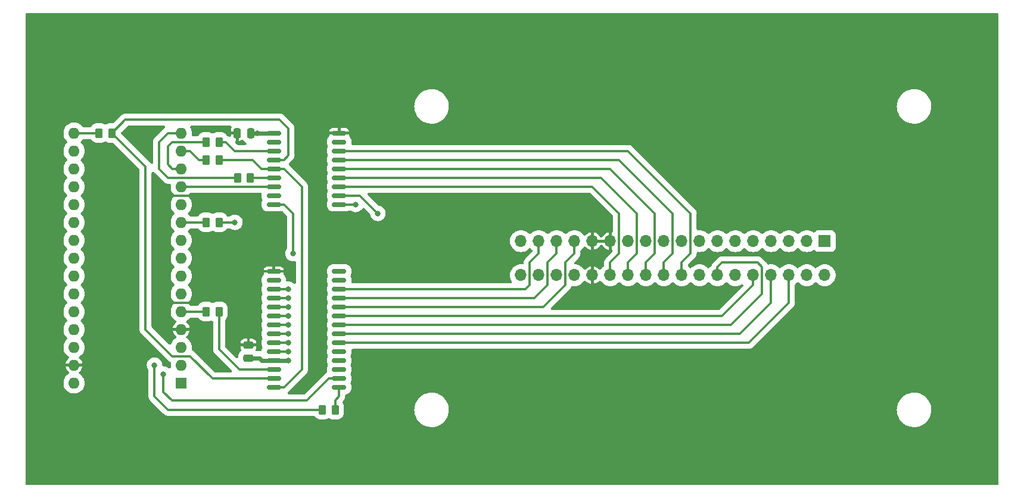
<source format=gbr>
%TF.GenerationSoftware,KiCad,Pcbnew,(6.0.0)*%
%TF.CreationDate,2022-02-22T05:40:17+01:00*%
%TF.ProjectId,Programmer,50726f67-7261-46d6-9d65-722e6b696361,rev?*%
%TF.SameCoordinates,Original*%
%TF.FileFunction,Copper,L1,Top*%
%TF.FilePolarity,Positive*%
%FSLAX46Y46*%
G04 Gerber Fmt 4.6, Leading zero omitted, Abs format (unit mm)*
G04 Created by KiCad (PCBNEW (6.0.0)) date 2022-02-22 05:40:17*
%MOMM*%
%LPD*%
G01*
G04 APERTURE LIST*
G04 Aperture macros list*
%AMRoundRect*
0 Rectangle with rounded corners*
0 $1 Rounding radius*
0 $2 $3 $4 $5 $6 $7 $8 $9 X,Y pos of 4 corners*
0 Add a 4 corners polygon primitive as box body*
4,1,4,$2,$3,$4,$5,$6,$7,$8,$9,$2,$3,0*
0 Add four circle primitives for the rounded corners*
1,1,$1+$1,$2,$3*
1,1,$1+$1,$4,$5*
1,1,$1+$1,$6,$7*
1,1,$1+$1,$8,$9*
0 Add four rect primitives between the rounded corners*
20,1,$1+$1,$2,$3,$4,$5,0*
20,1,$1+$1,$4,$5,$6,$7,0*
20,1,$1+$1,$6,$7,$8,$9,0*
20,1,$1+$1,$8,$9,$2,$3,0*%
G04 Aperture macros list end*
%TA.AperFunction,SMDPad,CuDef*%
%ADD10RoundRect,0.250000X-0.262500X-0.450000X0.262500X-0.450000X0.262500X0.450000X-0.262500X0.450000X0*%
%TD*%
%TA.AperFunction,SMDPad,CuDef*%
%ADD11RoundRect,0.150000X-0.875000X-0.150000X0.875000X-0.150000X0.875000X0.150000X-0.875000X0.150000X0*%
%TD*%
%TA.AperFunction,SMDPad,CuDef*%
%ADD12RoundRect,0.250000X0.250000X0.475000X-0.250000X0.475000X-0.250000X-0.475000X0.250000X-0.475000X0*%
%TD*%
%TA.AperFunction,SMDPad,CuDef*%
%ADD13RoundRect,0.250000X0.475000X-0.250000X0.475000X0.250000X-0.475000X0.250000X-0.475000X-0.250000X0*%
%TD*%
%TA.AperFunction,ComponentPad*%
%ADD14R,1.600000X1.600000*%
%TD*%
%TA.AperFunction,ComponentPad*%
%ADD15O,1.600000X1.600000*%
%TD*%
%TA.AperFunction,ComponentPad*%
%ADD16R,1.700000X1.700000*%
%TD*%
%TA.AperFunction,ComponentPad*%
%ADD17O,1.700000X1.700000*%
%TD*%
%TA.AperFunction,ViaPad*%
%ADD18C,0.800000*%
%TD*%
%TA.AperFunction,Conductor*%
%ADD19C,0.600000*%
%TD*%
%TA.AperFunction,Conductor*%
%ADD20C,0.300000*%
%TD*%
G04 APERTURE END LIST*
D10*
%TO.P,R5,1*%
%TO.N,Net-(R5-Pad1)*%
X79732500Y-71120000D03*
%TO.P,R5,2*%
%TO.N,/SCK*%
X81557500Y-71120000D03*
%TD*%
D11*
%TO.P,U2,1,VSS*%
%TO.N,GND*%
X104570000Y-90805000D03*
%TO.P,U2,2,NC*%
%TO.N,unconnected-(U2-Pad2)*%
X104570000Y-92075000D03*
%TO.P,U2,3,GPB0*%
%TO.N,Net-(J1-Pad17)*%
X104570000Y-93345000D03*
%TO.P,U2,4,GPB1*%
%TO.N,Net-(J1-Pad15)*%
X104570000Y-94615000D03*
%TO.P,U2,5,GPB2*%
%TO.N,Net-(J1-Pad13)*%
X104570000Y-95885000D03*
%TO.P,U2,6,GPB3*%
%TO.N,Net-(J1-Pad11)*%
X104570000Y-97155000D03*
%TO.P,U2,7,GPB4*%
%TO.N,Net-(J1-Pad9)*%
X104570000Y-98425000D03*
%TO.P,U2,8,GPB5*%
%TO.N,Net-(J1-Pad7)*%
X104570000Y-99695000D03*
%TO.P,U2,9,GPB6*%
%TO.N,Net-(J1-Pad5)*%
X104570000Y-100965000D03*
%TO.P,U2,10,GPB7*%
%TO.N,Net-(J1-Pad3)*%
X104570000Y-102235000D03*
%TO.P,U2,11,VDD*%
%TO.N,+5V*%
X104570000Y-103505000D03*
%TO.P,U2,12,~{CS}*%
%TO.N,/~{CS_A}*%
X104570000Y-104775000D03*
%TO.P,U2,13,SCK*%
%TO.N,/SCK*%
X104570000Y-106045000D03*
%TO.P,U2,14,SI*%
%TO.N,/MOSI*%
X104570000Y-107315000D03*
%TO.P,U2,15,SO*%
%TO.N,Net-(R7-Pad2)*%
X113870000Y-107315000D03*
%TO.P,U2,16,~{RESET}*%
%TO.N,/~{RESET}*%
X113870000Y-106045000D03*
%TO.P,U2,17,NC*%
%TO.N,unconnected-(U2-Pad17)*%
X113870000Y-104775000D03*
%TO.P,U2,18,INTB*%
%TO.N,unconnected-(U2-Pad18)*%
X113870000Y-103505000D03*
%TO.P,U2,19,INTA*%
%TO.N,unconnected-(U2-Pad19)*%
X113870000Y-102235000D03*
%TO.P,U2,20,GPA0*%
%TO.N,Net-(J1-Pad6)*%
X113870000Y-100965000D03*
%TO.P,U2,21,GPA1*%
%TO.N,Net-(J1-Pad8)*%
X113870000Y-99695000D03*
%TO.P,U2,22,GPA2*%
%TO.N,Net-(J1-Pad14)*%
X113870000Y-98425000D03*
%TO.P,U2,23,GPA3*%
%TO.N,Net-(J1-Pad10)*%
X113870000Y-97155000D03*
%TO.P,U2,24,GPA4*%
%TO.N,Net-(J1-Pad29)*%
X113870000Y-95885000D03*
%TO.P,U2,25,GPA5*%
%TO.N,Net-(J1-Pad31)*%
X113870000Y-94615000D03*
%TO.P,U2,26,GPA6*%
%TO.N,Net-(J1-Pad33)*%
X113870000Y-93345000D03*
%TO.P,U2,27,GPA7*%
%TO.N,unconnected-(U2-Pad27)*%
X113870000Y-92075000D03*
%TO.P,U2,28,NC*%
%TO.N,unconnected-(U2-Pad28)*%
X113870000Y-90805000D03*
%TD*%
D12*
%TO.P,C1,1*%
%TO.N,+5V*%
X101280000Y-71120000D03*
%TO.P,C1,2*%
%TO.N,GND*%
X99380000Y-71120000D03*
%TD*%
D13*
%TO.P,C2,1*%
%TO.N,+5V*%
X100965000Y-103185000D03*
%TO.P,C2,2*%
%TO.N,GND*%
X100965000Y-101285000D03*
%TD*%
D14*
%TO.P,U1,1,D1/TX*%
%TO.N,unconnected-(U1-Pad1)*%
X91430000Y-106680000D03*
D15*
%TO.P,U1,2,D0/RX*%
%TO.N,unconnected-(U1-Pad2)*%
X91430000Y-104140000D03*
%TO.P,U1,3,~{RESET}*%
%TO.N,unconnected-(U1-Pad3)*%
X91430000Y-101600000D03*
%TO.P,U1,4,GND*%
%TO.N,GND*%
X91430000Y-99060000D03*
%TO.P,U1,5,D2*%
%TO.N,Net-(U1-Pad5)*%
X91430000Y-96520000D03*
%TO.P,U1,6,D3*%
%TO.N,unconnected-(U1-Pad6)*%
X91430000Y-93980000D03*
%TO.P,U1,7,D4*%
%TO.N,PB6*%
X91430000Y-91440000D03*
%TO.P,U1,8,D5*%
%TO.N,~{CE}*%
X91430000Y-88900000D03*
%TO.P,U1,9,D6*%
%TO.N,~{OE}*%
X91430000Y-86360000D03*
%TO.P,U1,10,D7*%
%TO.N,Net-(R1-Pad1)*%
X91430000Y-83820000D03*
%TO.P,U1,11,D8*%
%TO.N,unconnected-(U1-Pad11)*%
X91430000Y-81280000D03*
%TO.P,U1,12,D9*%
%TO.N,/~{RESET}*%
X91430000Y-78740000D03*
%TO.P,U1,13,D10*%
%TO.N,Net-(R3-Pad1)*%
X91430000Y-76200000D03*
%TO.P,U1,14,D11*%
%TO.N,Net-(R4-Pad1)*%
X91430000Y-73660000D03*
%TO.P,U1,15,D12*%
%TO.N,/MISO*%
X91430000Y-71120000D03*
%TO.P,U1,16,D13*%
%TO.N,Net-(R5-Pad1)*%
X76190000Y-71120000D03*
%TO.P,U1,17,3V3*%
%TO.N,unconnected-(U1-Pad17)*%
X76190000Y-73660000D03*
%TO.P,U1,18,AREF*%
%TO.N,unconnected-(U1-Pad18)*%
X76190000Y-76200000D03*
%TO.P,U1,19,A0*%
%TO.N,unconnected-(U1-Pad19)*%
X76190000Y-78740000D03*
%TO.P,U1,20,A1*%
%TO.N,unconnected-(U1-Pad20)*%
X76190000Y-81280000D03*
%TO.P,U1,21,A2*%
%TO.N,unconnected-(U1-Pad21)*%
X76190000Y-83820000D03*
%TO.P,U1,22,A3*%
%TO.N,unconnected-(U1-Pad22)*%
X76190000Y-86360000D03*
%TO.P,U1,23,A4*%
%TO.N,unconnected-(U1-Pad23)*%
X76190000Y-88900000D03*
%TO.P,U1,24,A5*%
%TO.N,unconnected-(U1-Pad24)*%
X76190000Y-91440000D03*
%TO.P,U1,25,A6*%
%TO.N,unconnected-(U1-Pad25)*%
X76190000Y-93980000D03*
%TO.P,U1,26,A7*%
%TO.N,unconnected-(U1-Pad26)*%
X76190000Y-96520000D03*
%TO.P,U1,27,+5V*%
%TO.N,+5V*%
X76190000Y-99060000D03*
%TO.P,U1,28,~{RESET}*%
%TO.N,unconnected-(U1-Pad28)*%
X76190000Y-101600000D03*
%TO.P,U1,29,GND*%
%TO.N,GND*%
X76190000Y-104140000D03*
%TO.P,U1,30,VIN*%
%TO.N,unconnected-(U1-Pad30)*%
X76190000Y-106680000D03*
%TD*%
D10*
%TO.P,R3,1*%
%TO.N,Net-(R3-Pad1)*%
X94972500Y-72390000D03*
%TO.P,R3,2*%
%TO.N,/~{CS_D}*%
X96797500Y-72390000D03*
%TD*%
%TO.P,R4,1*%
%TO.N,Net-(R4-Pad1)*%
X94972500Y-74930000D03*
%TO.P,R4,2*%
%TO.N,/MOSI*%
X96797500Y-74930000D03*
%TD*%
%TO.P,R6,1*%
%TO.N,/MISO*%
X99417500Y-77470000D03*
%TO.P,R6,2*%
%TO.N,Net-(R6-Pad2)*%
X101242500Y-77470000D03*
%TD*%
%TO.P,R7,1*%
%TO.N,/MISO*%
X111482500Y-110490000D03*
%TO.P,R7,2*%
%TO.N,Net-(R7-Pad2)*%
X113307500Y-110490000D03*
%TD*%
%TO.P,R2,1*%
%TO.N,Net-(U1-Pad5)*%
X94972500Y-96520000D03*
%TO.P,R2,2*%
%TO.N,/~{CS_A}*%
X96797500Y-96520000D03*
%TD*%
D16*
%TO.P,J1,1,HALT*%
%TO.N,~{RW}*%
X182880000Y-86494300D03*
D17*
%TO.P,J1,2,VCC*%
%TO.N,+5V*%
X182880000Y-91345700D03*
%TO.P,J1,3,A7*%
%TO.N,Net-(J1-Pad3)*%
X180340000Y-86494300D03*
%TO.P,J1,4,VCC2*%
%TO.N,+5V*%
X180340000Y-91345700D03*
%TO.P,J1,5,A6*%
%TO.N,Net-(J1-Pad5)*%
X177800000Y-86494300D03*
%TO.P,J1,6,A8*%
%TO.N,Net-(J1-Pad6)*%
X177800000Y-91345700D03*
%TO.P,J1,7,A5*%
%TO.N,Net-(J1-Pad7)*%
X175260000Y-86494300D03*
%TO.P,J1,8,A9*%
%TO.N,Net-(J1-Pad8)*%
X175260000Y-91345700D03*
%TO.P,J1,9,A4*%
%TO.N,Net-(J1-Pad9)*%
X172720000Y-86494300D03*
%TO.P,J1,10,A11*%
%TO.N,Net-(J1-Pad10)*%
X172720000Y-91345700D03*
%TO.P,J1,11,A3*%
%TO.N,Net-(J1-Pad11)*%
X170180000Y-86494300D03*
%TO.P,J1,12,OE*%
%TO.N,~{OE}*%
X170180000Y-91345700D03*
%TO.P,J1,13,A2*%
%TO.N,Net-(J1-Pad13)*%
X167640000Y-86494300D03*
%TO.P,J1,14,A10*%
%TO.N,Net-(J1-Pad14)*%
X167640000Y-91345700D03*
%TO.P,J1,15,A1*%
%TO.N,Net-(J1-Pad15)*%
X165100000Y-86494300D03*
%TO.P,J1,16,CE*%
%TO.N,~{CE}*%
X165100000Y-91345700D03*
%TO.P,J1,17,A0*%
%TO.N,Net-(J1-Pad17)*%
X162560000Y-86494300D03*
%TO.P,J1,18,D7*%
%TO.N,Net-(J1-Pad18)*%
X162560000Y-91345700D03*
%TO.P,J1,19,D0*%
%TO.N,Net-(J1-Pad19)*%
X160020000Y-86494300D03*
%TO.P,J1,20,D6*%
%TO.N,Net-(J1-Pad20)*%
X160020000Y-91345700D03*
%TO.P,J1,21,D1*%
%TO.N,Net-(J1-Pad21)*%
X157480000Y-86494300D03*
%TO.P,J1,22,D5*%
%TO.N,Net-(J1-Pad22)*%
X157480000Y-91345700D03*
%TO.P,J1,23,D2*%
%TO.N,Net-(J1-Pad23)*%
X154940000Y-86494300D03*
%TO.P,J1,24,D4*%
%TO.N,Net-(J1-Pad24)*%
X154940000Y-91345700D03*
%TO.P,J1,25,GND*%
%TO.N,GND*%
X152400000Y-86494300D03*
%TO.P,J1,26,D3*%
%TO.N,Net-(J1-Pad26)*%
X152400000Y-91345700D03*
%TO.P,J1,27,GND1*%
%TO.N,GND*%
X149860000Y-86494300D03*
%TO.P,J1,28,GND2*%
X149860000Y-91345700D03*
%TO.P,J1,29,A12*%
%TO.N,Net-(J1-Pad29)*%
X147320000Y-86494300D03*
%TO.P,J1,30,RW*%
%TO.N,unconnected-(J1-Pad30)*%
X147320000Y-91345700D03*
%TO.P,J1,31,A13*%
%TO.N,Net-(J1-Pad31)*%
X144780000Y-86494300D03*
%TO.P,J1,32,CART*%
%TO.N,unconnected-(J1-Pad32)*%
X144780000Y-91345700D03*
%TO.P,J1,33,A14*%
%TO.N,Net-(J1-Pad33)*%
X142240000Y-86494300D03*
%TO.P,J1,34,NMI*%
%TO.N,unconnected-(J1-Pad34)*%
X142240000Y-91345700D03*
%TO.P,J1,35,PB6*%
%TO.N,PB6*%
X139700000Y-86494300D03*
%TO.P,J1,36,IRQ*%
%TO.N,unconnected-(J1-Pad36)*%
X139700000Y-91345700D03*
%TD*%
D11*
%TO.P,U3,1,VDD*%
%TO.N,+5V*%
X104570000Y-71120000D03*
%TO.P,U3,2,NC*%
%TO.N,unconnected-(U3-Pad2)*%
X104570000Y-72390000D03*
%TO.P,U3,3,~{CS}*%
%TO.N,/~{CS_D}*%
X104570000Y-73660000D03*
%TO.P,U3,4,SCK*%
%TO.N,/SCK*%
X104570000Y-74930000D03*
%TO.P,U3,5,SI*%
%TO.N,/MOSI*%
X104570000Y-76200000D03*
%TO.P,U3,6,SO*%
%TO.N,Net-(R6-Pad2)*%
X104570000Y-77470000D03*
%TO.P,U3,7,~{RESET}*%
%TO.N,/~{RESET}*%
X104570000Y-78740000D03*
%TO.P,U3,8,INT*%
%TO.N,unconnected-(U3-Pad8)*%
X104570000Y-80010000D03*
%TO.P,U3,9,GP0*%
%TO.N,Net-(J1-Pad19)*%
X104570000Y-81280000D03*
%TO.P,U3,10,GP1*%
%TO.N,Net-(J1-Pad21)*%
X113870000Y-81280000D03*
%TO.P,U3,11,GP2*%
%TO.N,Net-(J1-Pad23)*%
X113870000Y-80010000D03*
%TO.P,U3,12,GP3*%
%TO.N,Net-(J1-Pad26)*%
X113870000Y-78740000D03*
%TO.P,U3,13,GP4*%
%TO.N,Net-(J1-Pad24)*%
X113870000Y-77470000D03*
%TO.P,U3,14,GP5*%
%TO.N,Net-(J1-Pad22)*%
X113870000Y-76200000D03*
%TO.P,U3,15,GP6*%
%TO.N,Net-(J1-Pad20)*%
X113870000Y-74930000D03*
%TO.P,U3,16,GP7*%
%TO.N,Net-(J1-Pad18)*%
X113870000Y-73660000D03*
%TO.P,U3,17,NC*%
%TO.N,unconnected-(U3-Pad17)*%
X113870000Y-72390000D03*
%TO.P,U3,18,VSS*%
%TO.N,GND*%
X113870000Y-71120000D03*
%TD*%
D10*
%TO.P,R1,1*%
%TO.N,Net-(R1-Pad1)*%
X94972500Y-83820000D03*
%TO.P,R1,2*%
%TO.N,~{RW}*%
X96797500Y-83820000D03*
%TD*%
D18*
%TO.N,+5V*%
X102235000Y-71120000D03*
X106680000Y-103505000D03*
%TO.N,Net-(J1-Pad3)*%
X106680000Y-102235000D03*
%TO.N,~{RW}*%
X99060000Y-83820000D03*
%TO.N,Net-(J1-Pad5)*%
X106680000Y-100965000D03*
%TO.N,Net-(J1-Pad7)*%
X106680000Y-99695000D03*
%TO.N,Net-(J1-Pad9)*%
X106680000Y-98425000D03*
%TO.N,Net-(J1-Pad11)*%
X106680000Y-97155000D03*
%TO.N,Net-(J1-Pad13)*%
X106680000Y-95885000D03*
%TO.N,Net-(J1-Pad15)*%
X106680000Y-94615000D03*
%TO.N,Net-(J1-Pad17)*%
X106680000Y-93345000D03*
%TO.N,Net-(J1-Pad19)*%
X107315000Y-88265000D03*
%TO.N,Net-(J1-Pad21)*%
X116205000Y-81280000D03*
%TO.N,Net-(J1-Pad23)*%
X119380000Y-82550000D03*
%TO.N,GND*%
X139700000Y-58420000D03*
X121285000Y-90805000D03*
X111125000Y-84455000D03*
X84455000Y-77470000D03*
X93599000Y-70612000D03*
X203200000Y-116840000D03*
X73660000Y-116840000D03*
X100965000Y-99695000D03*
X109220000Y-74295000D03*
X136525000Y-90805000D03*
X136525000Y-84455000D03*
X97917000Y-70612000D03*
X203200000Y-58420000D03*
X84455000Y-71120000D03*
X84455000Y-87630000D03*
X100965000Y-93980000D03*
X100965000Y-81280000D03*
X93980000Y-93980000D03*
X106680000Y-90805000D03*
X93599000Y-81280000D03*
X84455000Y-101600000D03*
X73660000Y-58420000D03*
X109220000Y-106680000D03*
X139700000Y-116840000D03*
X121285000Y-84455000D03*
X111125000Y-90805000D03*
X109220000Y-67945000D03*
%TO.N,/MISO*%
X87630000Y-104140000D03*
%TO.N,/~{RESET}*%
X88900000Y-105410000D03*
%TD*%
D19*
%TO.N,+5V*%
X102552500Y-103187500D02*
X102550000Y-103185000D01*
X102550000Y-103185000D02*
X100965000Y-103185000D01*
X104570000Y-71120000D02*
X102235000Y-71120000D01*
X104570000Y-103505000D02*
X106680000Y-103505000D01*
X104570000Y-103505000D02*
X102870000Y-103505000D01*
X102235000Y-71120000D02*
X101280000Y-71120000D01*
X102870000Y-103505000D02*
X102552500Y-103187500D01*
D20*
%TO.N,Net-(J1-Pad3)*%
X104570000Y-102235000D02*
X106680000Y-102235000D01*
%TO.N,~{RW}*%
X99060000Y-83820000D02*
X96797500Y-83820000D01*
%TO.N,Net-(J1-Pad5)*%
X104570000Y-100965000D02*
X106680000Y-100965000D01*
%TO.N,Net-(J1-Pad6)*%
X177800000Y-95250000D02*
X172085000Y-100965000D01*
X113870000Y-100965000D02*
X172085000Y-100965000D01*
X177800000Y-91345700D02*
X177800000Y-95250000D01*
%TO.N,Net-(J1-Pad7)*%
X104570000Y-99695000D02*
X106680000Y-99695000D01*
%TO.N,Net-(J1-Pad8)*%
X170815000Y-99695000D02*
X113870000Y-99695000D01*
X175260000Y-95250000D02*
X170815000Y-99695000D01*
X175260000Y-91345700D02*
X175260000Y-95250000D01*
%TO.N,Net-(J1-Pad9)*%
X104570000Y-98425000D02*
X106680000Y-98425000D01*
%TO.N,Net-(J1-Pad10)*%
X168275000Y-97155000D02*
X113870000Y-97155000D01*
X172720000Y-92710000D02*
X168275000Y-97155000D01*
X172720000Y-91345700D02*
X172720000Y-92710000D01*
%TO.N,Net-(J1-Pad11)*%
X104570000Y-97155000D02*
X106680000Y-97155000D01*
%TO.N,Net-(J1-Pad13)*%
X104570000Y-95885000D02*
X106680000Y-95885000D01*
%TO.N,Net-(J1-Pad14)*%
X173990000Y-90170000D02*
X173990000Y-93980000D01*
X167640000Y-90170000D02*
X168275000Y-89535000D01*
X113870000Y-98425000D02*
X169545000Y-98425000D01*
X167640000Y-91345700D02*
X167640000Y-90170000D01*
X168275000Y-89535000D02*
X173355000Y-89535000D01*
X173990000Y-93980000D02*
X169545000Y-98425000D01*
X173355000Y-89535000D02*
X173990000Y-90170000D01*
%TO.N,Net-(J1-Pad15)*%
X104570000Y-94615000D02*
X106680000Y-94615000D01*
%TO.N,Net-(J1-Pad17)*%
X104570000Y-93345000D02*
X106680000Y-93345000D01*
%TO.N,Net-(J1-Pad18)*%
X163830000Y-88265000D02*
X163830000Y-82550000D01*
X162560000Y-89535000D02*
X163830000Y-88265000D01*
X162560000Y-91345700D02*
X162560000Y-89535000D01*
X113870000Y-73660000D02*
X154940000Y-73660000D01*
X163830000Y-82550000D02*
X154940000Y-73660000D01*
%TO.N,Net-(J1-Pad19)*%
X107315000Y-82550000D02*
X106045000Y-81280000D01*
X106045000Y-81280000D02*
X104570000Y-81280000D01*
X107315000Y-88265000D02*
X107315000Y-82550000D01*
%TO.N,Net-(J1-Pad20)*%
X160020000Y-91345700D02*
X160020000Y-89535000D01*
X161290000Y-82550000D02*
X153670000Y-74930000D01*
X161290000Y-88265000D02*
X161290000Y-82550000D01*
X160020000Y-89535000D02*
X161290000Y-88265000D01*
X153670000Y-74930000D02*
X113870000Y-74930000D01*
%TO.N,Net-(J1-Pad21)*%
X113870000Y-81280000D02*
X116205000Y-81280000D01*
%TO.N,Net-(J1-Pad22)*%
X113870000Y-76200000D02*
X152400000Y-76200000D01*
X157480000Y-91345700D02*
X157480000Y-89535000D01*
X157480000Y-89535000D02*
X158750000Y-88265000D01*
X158750000Y-88265000D02*
X158750000Y-82550000D01*
X158750000Y-82550000D02*
X152400000Y-76200000D01*
%TO.N,Net-(J1-Pad23)*%
X119380000Y-82550000D02*
X116840000Y-80010000D01*
X116840000Y-80010000D02*
X113870000Y-80010000D01*
%TO.N,Net-(J1-Pad24)*%
X156210000Y-82550000D02*
X151130000Y-77470000D01*
X156210000Y-88265000D02*
X156210000Y-82550000D01*
X154940000Y-91345700D02*
X154940000Y-89535000D01*
X154940000Y-89535000D02*
X156210000Y-88265000D01*
X151130000Y-77470000D02*
X113870000Y-77470000D01*
%TO.N,GND*%
X92710000Y-95250000D02*
X90170000Y-95250000D01*
X90170000Y-80010000D02*
X92710000Y-80010000D01*
%TO.N,Net-(J1-Pad26)*%
X113870000Y-78740000D02*
X149860000Y-78740000D01*
X152400000Y-91345700D02*
X152400000Y-89535000D01*
X153670000Y-82550000D02*
X149860000Y-78740000D01*
X152400000Y-89535000D02*
X153670000Y-88265000D01*
X153670000Y-88265000D02*
X153670000Y-82550000D01*
%TO.N,Net-(J1-Pad29)*%
X147320000Y-86494300D02*
X147320000Y-88265000D01*
X146050000Y-89535000D02*
X146050000Y-92710000D01*
X146050000Y-92710000D02*
X142875000Y-95885000D01*
X142875000Y-95885000D02*
X113870000Y-95885000D01*
X147320000Y-88265000D02*
X146050000Y-89535000D01*
%TO.N,Net-(J1-Pad31)*%
X143510000Y-92710000D02*
X141605000Y-94615000D01*
X143510000Y-89535000D02*
X143510000Y-92710000D01*
X144780000Y-86494300D02*
X144780000Y-88265000D01*
X144780000Y-88265000D02*
X143510000Y-89535000D01*
X113870000Y-94615000D02*
X141605000Y-94615000D01*
%TO.N,Net-(J1-Pad33)*%
X142240000Y-88265000D02*
X140970000Y-89535000D01*
X140335000Y-93345000D02*
X113870000Y-93345000D01*
X142240000Y-86494300D02*
X142240000Y-88265000D01*
X140970000Y-89535000D02*
X140970000Y-92710000D01*
X140970000Y-92710000D02*
X140335000Y-93345000D01*
%TO.N,/~{CS_D}*%
X97790000Y-72390000D02*
X99060000Y-73660000D01*
X96797500Y-72390000D02*
X97790000Y-72390000D01*
X99060000Y-73660000D02*
X104570000Y-73660000D01*
%TO.N,Net-(R4-Pad1)*%
X92710000Y-73660000D02*
X91430000Y-73660000D01*
X94972500Y-74930000D02*
X93980000Y-74930000D01*
X93980000Y-74930000D02*
X92710000Y-73660000D01*
%TO.N,Net-(R1-Pad1)*%
X94972500Y-83820000D02*
X91430000Y-83820000D01*
%TO.N,Net-(R5-Pad1)*%
X79732500Y-71120000D02*
X76190000Y-71120000D01*
%TO.N,Net-(R6-Pad2)*%
X104570000Y-77470000D02*
X101242500Y-77470000D01*
%TO.N,Net-(R7-Pad2)*%
X113870000Y-108585000D02*
X113307500Y-109147500D01*
X113870000Y-107315000D02*
X113870000Y-108585000D01*
X113307500Y-109147500D02*
X113307500Y-110490000D01*
%TO.N,/MOSI*%
X106045000Y-107315000D02*
X108585000Y-104775000D01*
X104570000Y-107315000D02*
X106045000Y-107315000D01*
X96797500Y-74930000D02*
X101600000Y-74930000D01*
X108585000Y-78740000D02*
X106045000Y-76200000D01*
X106045000Y-76200000D02*
X104570000Y-76200000D01*
X108585000Y-104775000D02*
X108585000Y-78740000D01*
X101600000Y-74930000D02*
X102870000Y-76200000D01*
X102870000Y-76200000D02*
X104570000Y-76200000D01*
%TO.N,/SCK*%
X105410000Y-69215000D02*
X83462500Y-69215000D01*
X106045000Y-74930000D02*
X106680000Y-74295000D01*
X81557500Y-71120000D02*
X81557500Y-70842500D01*
X104570000Y-74930000D02*
X106045000Y-74930000D01*
X90170000Y-102870000D02*
X92710000Y-102870000D01*
X86360000Y-75922500D02*
X86360000Y-99060000D01*
X106680000Y-74295000D02*
X106680000Y-70485000D01*
X106680000Y-70485000D02*
X105410000Y-69215000D01*
X81557500Y-71120000D02*
X86360000Y-75922500D01*
X86360000Y-99060000D02*
X90170000Y-102870000D01*
X95885000Y-106045000D02*
X104570000Y-106045000D01*
X83462500Y-69215000D02*
X81557500Y-71120000D01*
X92710000Y-102870000D02*
X95885000Y-106045000D01*
%TO.N,/MISO*%
X89535000Y-77470000D02*
X88265000Y-76200000D01*
X99417500Y-77470000D02*
X89535000Y-77470000D01*
X88265000Y-72390000D02*
X89535000Y-71120000D01*
X89535000Y-110490000D02*
X111482500Y-110490000D01*
X88265000Y-76200000D02*
X88265000Y-72390000D01*
X87630000Y-104140000D02*
X87630000Y-108585000D01*
X89535000Y-71120000D02*
X91430000Y-71120000D01*
X87630000Y-108585000D02*
X89535000Y-110490000D01*
%TO.N,/~{RESET}*%
X109291069Y-109148931D02*
X112395000Y-106045000D01*
X104570000Y-78740000D02*
X91430000Y-78740000D01*
X112395000Y-106045000D02*
X113870000Y-106045000D01*
X88900000Y-105410000D02*
X88900000Y-107950000D01*
X88900000Y-107950000D02*
X90098931Y-109148931D01*
X90098931Y-109148931D02*
X109291069Y-109148931D01*
%TO.N,Net-(R3-Pad1)*%
X89535000Y-75565000D02*
X89535000Y-73025000D01*
X91430000Y-76200000D02*
X90170000Y-76200000D01*
X90170000Y-76200000D02*
X89535000Y-75565000D01*
X89535000Y-73025000D02*
X90170000Y-72390000D01*
X90170000Y-72390000D02*
X94972500Y-72390000D01*
%TO.N,/~{CS_A}*%
X99695000Y-104775000D02*
X104570000Y-104775000D01*
X96797500Y-101877500D02*
X99695000Y-104775000D01*
X96797500Y-96520000D02*
X96797500Y-101877500D01*
%TO.N,Net-(U1-Pad5)*%
X91430000Y-96520000D02*
X94972500Y-96520000D01*
%TD*%
%TA.AperFunction,Conductor*%
%TO.N,GND*%
G36*
X207467343Y-54059707D02*
G01*
X207536584Y-54114926D01*
X207575011Y-54194718D01*
X207580000Y-54239000D01*
X207580000Y-121021000D01*
X207560293Y-121107343D01*
X207505074Y-121176584D01*
X207425282Y-121215011D01*
X207381000Y-121220000D01*
X69479000Y-121220000D01*
X69392657Y-121200293D01*
X69323416Y-121145074D01*
X69284989Y-121065282D01*
X69280000Y-121021000D01*
X69280000Y-106643214D01*
X74684806Y-106643214D01*
X74685276Y-106651367D01*
X74685276Y-106651373D01*
X74692770Y-106781331D01*
X74699010Y-106889545D01*
X74753255Y-107130249D01*
X74846084Y-107358861D01*
X74850351Y-107365824D01*
X74850352Y-107365826D01*
X74970739Y-107562279D01*
X74970743Y-107562284D01*
X74975006Y-107569241D01*
X74980352Y-107575412D01*
X74980353Y-107575414D01*
X75017823Y-107618670D01*
X75136557Y-107755741D01*
X75326399Y-107913351D01*
X75539433Y-108037838D01*
X75547063Y-108040752D01*
X75547066Y-108040753D01*
X75656701Y-108082618D01*
X75769939Y-108125859D01*
X75853879Y-108142937D01*
X76003728Y-108173425D01*
X76003731Y-108173425D01*
X76011726Y-108175052D01*
X76113741Y-108178793D01*
X76250139Y-108183794D01*
X76250142Y-108183794D01*
X76258300Y-108184093D01*
X76266393Y-108183056D01*
X76266398Y-108183056D01*
X76494941Y-108153779D01*
X76494945Y-108153778D01*
X76503041Y-108152741D01*
X76521481Y-108147209D01*
X76731558Y-108084183D01*
X76731559Y-108084183D01*
X76739374Y-108081838D01*
X76746703Y-108078248D01*
X76746707Y-108078246D01*
X76953622Y-107976879D01*
X76953623Y-107976879D01*
X76960954Y-107973287D01*
X76981381Y-107958717D01*
X77120467Y-107859507D01*
X77161829Y-107830004D01*
X77336605Y-107655837D01*
X77480588Y-107455463D01*
X77484209Y-107448137D01*
X77586296Y-107241579D01*
X77586297Y-107241576D01*
X77589911Y-107234264D01*
X77592283Y-107226457D01*
X77659267Y-107005988D01*
X77659268Y-107005985D01*
X77661639Y-106998180D01*
X77674892Y-106897517D01*
X77691879Y-106768482D01*
X77693845Y-106753550D01*
X77694962Y-106707844D01*
X77695514Y-106685282D01*
X77695514Y-106685280D01*
X77695643Y-106680000D01*
X77693696Y-106656312D01*
X77676094Y-106442225D01*
X77676094Y-106442224D01*
X77675425Y-106434089D01*
X77673438Y-106426179D01*
X77673437Y-106426172D01*
X77617306Y-106202706D01*
X77615316Y-106194783D01*
X77600238Y-106160104D01*
X77520186Y-105976000D01*
X77516928Y-105968507D01*
X77426397Y-105828568D01*
X77387340Y-105768194D01*
X77387338Y-105768192D01*
X77382905Y-105761339D01*
X77362771Y-105739212D01*
X77222347Y-105584887D01*
X77222344Y-105584884D01*
X77216846Y-105578842D01*
X77185496Y-105554083D01*
X77029613Y-105430974D01*
X77029607Y-105430970D01*
X77023210Y-105425918D01*
X76976285Y-105400014D01*
X76910219Y-105341033D01*
X76876286Y-105259229D01*
X76881208Y-105170802D01*
X76924009Y-105093268D01*
X76945210Y-105072798D01*
X77035146Y-104997999D01*
X77047999Y-104985146D01*
X77177349Y-104829620D01*
X77187647Y-104814637D01*
X77286496Y-104638130D01*
X77293882Y-104621540D01*
X77358912Y-104429970D01*
X77363151Y-104412312D01*
X77370419Y-104362189D01*
X77368856Y-104342796D01*
X77368318Y-104342434D01*
X77355255Y-104340000D01*
X75025033Y-104340000D01*
X75008199Y-104343842D01*
X75008430Y-104362918D01*
X75051738Y-104533442D01*
X75057803Y-104550567D01*
X75142497Y-104734283D01*
X75151586Y-104750025D01*
X75268339Y-104915226D01*
X75280135Y-104929039D01*
X75425050Y-105070209D01*
X75426905Y-105071711D01*
X75427923Y-105073008D01*
X75431580Y-105076570D01*
X75431104Y-105077058D01*
X75481603Y-105141365D01*
X75500662Y-105227853D01*
X75480309Y-105314045D01*
X75424573Y-105382871D01*
X75401712Y-105397615D01*
X75401836Y-105397811D01*
X75394927Y-105402162D01*
X75387679Y-105405935D01*
X75190364Y-105554083D01*
X75184720Y-105559989D01*
X75184719Y-105559990D01*
X75136216Y-105610746D01*
X75019896Y-105732468D01*
X75015298Y-105739208D01*
X75015295Y-105739212D01*
X74885454Y-105929552D01*
X74880851Y-105936300D01*
X74776965Y-106160104D01*
X74711026Y-106397871D01*
X74684806Y-106643214D01*
X69280000Y-106643214D01*
X69280000Y-101563214D01*
X74684806Y-101563214D01*
X74685276Y-101571367D01*
X74685276Y-101571373D01*
X74691969Y-101687434D01*
X74699010Y-101809545D01*
X74753255Y-102050249D01*
X74846084Y-102278861D01*
X74850351Y-102285824D01*
X74850352Y-102285826D01*
X74970739Y-102482279D01*
X74970743Y-102482284D01*
X74975006Y-102489241D01*
X74980352Y-102495412D01*
X74980353Y-102495414D01*
X75009452Y-102529007D01*
X75136557Y-102675741D01*
X75326399Y-102833351D01*
X75408076Y-102881079D01*
X75472681Y-102941656D01*
X75504605Y-103024266D01*
X75497524Y-103112546D01*
X75452842Y-103189011D01*
X75438886Y-103202510D01*
X75322682Y-103304420D01*
X75310175Y-103317599D01*
X75184932Y-103476469D01*
X75175037Y-103491706D01*
X75080840Y-103670745D01*
X75073891Y-103687520D01*
X75013901Y-103880719D01*
X75010121Y-103898502D01*
X75007845Y-103917736D01*
X75009915Y-103937079D01*
X75011609Y-103938157D01*
X75022274Y-103940000D01*
X77354341Y-103940000D01*
X77373311Y-103935670D01*
X77374768Y-103932645D01*
X77375195Y-103926222D01*
X77372485Y-103911602D01*
X77317572Y-103716895D01*
X77311061Y-103699934D01*
X77221588Y-103518500D01*
X77212092Y-103503004D01*
X77091054Y-103340915D01*
X77078891Y-103327407D01*
X76942095Y-103200954D01*
X76892068Y-103127873D01*
X76878705Y-103040324D01*
X76904651Y-102955647D01*
X76961616Y-102892815D01*
X77126435Y-102775250D01*
X77161829Y-102750004D01*
X77336605Y-102575837D01*
X77480588Y-102375463D01*
X77524039Y-102287546D01*
X77586296Y-102161579D01*
X77586297Y-102161576D01*
X77589911Y-102154264D01*
X77592456Y-102145888D01*
X77659267Y-101925988D01*
X77659268Y-101925985D01*
X77661639Y-101918180D01*
X77671706Y-101841717D01*
X77693155Y-101678791D01*
X77693845Y-101673550D01*
X77694974Y-101627358D01*
X77695514Y-101605282D01*
X77695514Y-101605280D01*
X77695643Y-101600000D01*
X77693593Y-101575059D01*
X77676094Y-101362225D01*
X77676094Y-101362224D01*
X77675425Y-101354089D01*
X77673438Y-101346179D01*
X77673437Y-101346172D01*
X77617306Y-101122706D01*
X77615316Y-101114783D01*
X77606991Y-101095635D01*
X77520186Y-100896000D01*
X77516928Y-100888507D01*
X77436398Y-100764027D01*
X77387340Y-100688194D01*
X77387338Y-100688192D01*
X77382905Y-100681339D01*
X77362771Y-100659212D01*
X77222347Y-100504887D01*
X77222344Y-100504884D01*
X77216846Y-100498842D01*
X77210434Y-100493778D01*
X77210431Y-100493775D01*
X77200355Y-100485818D01*
X77144808Y-100416840D01*
X77124691Y-100330592D01*
X77143988Y-100244156D01*
X77183220Y-100188688D01*
X77336605Y-100035837D01*
X77480588Y-99835463D01*
X77523014Y-99749620D01*
X77586296Y-99621579D01*
X77586297Y-99621576D01*
X77589911Y-99614264D01*
X77612006Y-99541540D01*
X77659267Y-99385988D01*
X77659268Y-99385985D01*
X77661639Y-99378180D01*
X77674892Y-99277517D01*
X77693155Y-99138791D01*
X77693845Y-99133550D01*
X77694962Y-99087844D01*
X77695514Y-99065282D01*
X77695514Y-99065280D01*
X77695643Y-99060000D01*
X77693385Y-99032529D01*
X77676094Y-98822225D01*
X77676094Y-98822224D01*
X77675425Y-98814089D01*
X77673438Y-98806179D01*
X77673437Y-98806172D01*
X77617306Y-98582706D01*
X77615316Y-98574783D01*
X77600238Y-98540104D01*
X77520186Y-98356000D01*
X77516928Y-98348507D01*
X77436653Y-98224420D01*
X77387340Y-98148194D01*
X77387338Y-98148192D01*
X77382905Y-98141339D01*
X77362771Y-98119212D01*
X77222347Y-97964887D01*
X77222344Y-97964884D01*
X77216846Y-97958842D01*
X77210436Y-97953780D01*
X77210431Y-97953775D01*
X77200355Y-97945818D01*
X77144808Y-97876840D01*
X77124691Y-97790592D01*
X77143988Y-97704156D01*
X77183220Y-97648688D01*
X77295764Y-97536535D01*
X77330817Y-97501605D01*
X77330818Y-97501604D01*
X77336605Y-97495837D01*
X77480588Y-97295463D01*
X77484209Y-97288137D01*
X77586296Y-97081579D01*
X77586297Y-97081576D01*
X77589911Y-97074264D01*
X77606249Y-97020491D01*
X77659267Y-96845988D01*
X77659268Y-96845985D01*
X77661639Y-96838180D01*
X77674892Y-96737517D01*
X77693155Y-96598791D01*
X77693845Y-96593550D01*
X77694962Y-96547844D01*
X77695514Y-96525282D01*
X77695514Y-96525280D01*
X77695643Y-96520000D01*
X77675425Y-96274089D01*
X77673438Y-96266179D01*
X77673437Y-96266172D01*
X77617306Y-96042706D01*
X77615316Y-96034783D01*
X77608676Y-96019510D01*
X77520186Y-95816000D01*
X77516928Y-95808507D01*
X77427000Y-95669500D01*
X77387340Y-95608194D01*
X77387338Y-95608192D01*
X77382905Y-95601339D01*
X77362771Y-95579212D01*
X77222347Y-95424887D01*
X77222344Y-95424884D01*
X77216846Y-95418842D01*
X77210436Y-95413780D01*
X77210431Y-95413775D01*
X77200355Y-95405818D01*
X77144808Y-95336840D01*
X77124691Y-95250592D01*
X77143988Y-95164156D01*
X77183220Y-95108688D01*
X77336605Y-94955837D01*
X77480588Y-94755463D01*
X77484209Y-94748137D01*
X77586296Y-94541579D01*
X77586297Y-94541576D01*
X77589911Y-94534264D01*
X77592283Y-94526457D01*
X77659267Y-94305988D01*
X77659268Y-94305985D01*
X77661639Y-94298180D01*
X77674892Y-94197517D01*
X77693155Y-94058791D01*
X77693845Y-94053550D01*
X77694962Y-94007844D01*
X77695514Y-93985282D01*
X77695514Y-93985280D01*
X77695643Y-93980000D01*
X77675425Y-93734089D01*
X77673438Y-93726179D01*
X77673437Y-93726172D01*
X77617306Y-93502706D01*
X77615316Y-93494783D01*
X77600238Y-93460104D01*
X77520186Y-93276000D01*
X77516928Y-93268507D01*
X77436002Y-93143414D01*
X77387340Y-93068194D01*
X77387338Y-93068192D01*
X77382905Y-93061339D01*
X77362771Y-93039212D01*
X77222347Y-92884887D01*
X77222344Y-92884884D01*
X77216846Y-92878842D01*
X77210436Y-92873780D01*
X77210431Y-92873775D01*
X77200355Y-92865818D01*
X77144808Y-92796840D01*
X77124691Y-92710592D01*
X77143988Y-92624156D01*
X77183220Y-92568688D01*
X77336605Y-92415837D01*
X77480588Y-92215463D01*
X77484209Y-92208137D01*
X77586296Y-92001579D01*
X77586297Y-92001576D01*
X77589911Y-91994264D01*
X77592283Y-91986457D01*
X77659267Y-91765988D01*
X77659268Y-91765985D01*
X77661639Y-91758180D01*
X77674892Y-91657517D01*
X77693155Y-91518791D01*
X77693845Y-91513550D01*
X77694962Y-91467844D01*
X77695514Y-91445282D01*
X77695514Y-91445280D01*
X77695643Y-91440000D01*
X77675425Y-91194089D01*
X77673438Y-91186179D01*
X77673437Y-91186172D01*
X77617306Y-90962706D01*
X77615316Y-90954783D01*
X77600238Y-90920104D01*
X77520186Y-90736000D01*
X77516928Y-90728507D01*
X77425984Y-90587929D01*
X77387340Y-90528194D01*
X77387338Y-90528192D01*
X77382905Y-90521339D01*
X77377411Y-90515301D01*
X77222347Y-90344887D01*
X77222344Y-90344884D01*
X77216846Y-90338842D01*
X77210436Y-90333780D01*
X77210431Y-90333775D01*
X77200355Y-90325818D01*
X77144808Y-90256840D01*
X77124691Y-90170592D01*
X77143988Y-90084156D01*
X77183220Y-90028688D01*
X77307534Y-89904807D01*
X77330817Y-89881605D01*
X77330818Y-89881604D01*
X77336605Y-89875837D01*
X77480588Y-89675463D01*
X77487245Y-89661994D01*
X77586296Y-89461579D01*
X77586297Y-89461576D01*
X77589911Y-89454264D01*
X77606069Y-89401081D01*
X77659267Y-89225988D01*
X77659268Y-89225985D01*
X77661639Y-89218180D01*
X77674892Y-89117517D01*
X77693155Y-88978791D01*
X77693845Y-88973550D01*
X77695643Y-88900000D01*
X77694518Y-88886310D01*
X77676094Y-88662225D01*
X77676094Y-88662224D01*
X77675425Y-88654089D01*
X77673438Y-88646179D01*
X77673437Y-88646172D01*
X77617306Y-88422706D01*
X77615316Y-88414783D01*
X77600238Y-88380104D01*
X77520186Y-88196000D01*
X77516928Y-88188507D01*
X77414674Y-88030446D01*
X77387340Y-87988194D01*
X77387338Y-87988192D01*
X77382905Y-87981339D01*
X77373023Y-87970479D01*
X77222347Y-87804887D01*
X77222344Y-87804884D01*
X77216846Y-87798842D01*
X77210436Y-87793780D01*
X77210431Y-87793775D01*
X77200355Y-87785818D01*
X77144808Y-87716840D01*
X77124691Y-87630592D01*
X77143988Y-87544156D01*
X77183220Y-87488688D01*
X77336605Y-87335837D01*
X77480588Y-87135463D01*
X77495007Y-87106289D01*
X77586296Y-86921579D01*
X77586297Y-86921576D01*
X77589911Y-86914264D01*
X77592283Y-86906457D01*
X77659267Y-86685988D01*
X77659268Y-86685985D01*
X77661639Y-86678180D01*
X77674892Y-86577517D01*
X77693155Y-86438791D01*
X77693845Y-86433550D01*
X77695643Y-86360000D01*
X77689958Y-86290847D01*
X77676094Y-86122225D01*
X77676094Y-86122224D01*
X77675425Y-86114089D01*
X77673438Y-86106179D01*
X77673437Y-86106172D01*
X77617306Y-85882706D01*
X77615316Y-85874783D01*
X77600238Y-85840104D01*
X77520186Y-85656000D01*
X77516928Y-85648507D01*
X77382905Y-85441339D01*
X77356772Y-85412619D01*
X77222347Y-85264887D01*
X77222344Y-85264884D01*
X77216846Y-85258842D01*
X77210436Y-85253780D01*
X77210431Y-85253775D01*
X77200355Y-85245818D01*
X77144808Y-85176840D01*
X77124691Y-85090592D01*
X77143988Y-85004156D01*
X77183220Y-84948688D01*
X77316260Y-84816111D01*
X77330817Y-84801605D01*
X77330818Y-84801604D01*
X77336605Y-84795837D01*
X77480588Y-84595463D01*
X77484209Y-84588137D01*
X77586296Y-84381579D01*
X77586297Y-84381576D01*
X77589911Y-84374264D01*
X77592283Y-84366457D01*
X77659267Y-84145988D01*
X77659268Y-84145985D01*
X77661639Y-84138180D01*
X77674892Y-84037517D01*
X77693155Y-83898791D01*
X77693845Y-83893550D01*
X77695643Y-83820000D01*
X77675425Y-83574089D01*
X77673438Y-83566179D01*
X77673437Y-83566172D01*
X77617306Y-83342706D01*
X77615316Y-83334783D01*
X77610843Y-83324494D01*
X77520186Y-83116000D01*
X77516928Y-83108507D01*
X77424932Y-82966303D01*
X77387340Y-82908194D01*
X77387338Y-82908192D01*
X77382905Y-82901339D01*
X77362771Y-82879212D01*
X77222347Y-82724887D01*
X77222344Y-82724884D01*
X77216846Y-82718842D01*
X77210436Y-82713780D01*
X77210431Y-82713775D01*
X77200355Y-82705818D01*
X77144808Y-82636840D01*
X77124691Y-82550592D01*
X77143988Y-82464156D01*
X77183220Y-82408688D01*
X77316897Y-82275476D01*
X77330817Y-82261605D01*
X77330818Y-82261604D01*
X77336605Y-82255837D01*
X77480588Y-82055463D01*
X77490731Y-82034940D01*
X77586296Y-81841579D01*
X77586297Y-81841576D01*
X77589911Y-81834264D01*
X77610435Y-81766711D01*
X77659267Y-81605988D01*
X77659268Y-81605985D01*
X77661639Y-81598180D01*
X77674543Y-81500168D01*
X77693155Y-81358791D01*
X77693845Y-81353550D01*
X77694962Y-81307844D01*
X77695514Y-81285282D01*
X77695514Y-81285280D01*
X77695643Y-81280000D01*
X77675425Y-81034089D01*
X77673438Y-81026179D01*
X77673437Y-81026172D01*
X77617306Y-80802706D01*
X77615316Y-80794783D01*
X77600238Y-80760104D01*
X77520186Y-80576000D01*
X77516928Y-80568507D01*
X77382905Y-80361339D01*
X77362771Y-80339212D01*
X77222347Y-80184887D01*
X77222344Y-80184884D01*
X77216846Y-80178842D01*
X77210436Y-80173780D01*
X77210431Y-80173775D01*
X77200355Y-80165818D01*
X77144808Y-80096840D01*
X77124691Y-80010592D01*
X77143988Y-79924156D01*
X77183220Y-79868688D01*
X77336605Y-79715837D01*
X77480588Y-79515463D01*
X77506279Y-79463482D01*
X77586296Y-79301579D01*
X77586297Y-79301576D01*
X77589911Y-79294264D01*
X77592283Y-79286457D01*
X77659267Y-79065988D01*
X77659268Y-79065985D01*
X77661639Y-79058180D01*
X77674543Y-78960168D01*
X77693155Y-78818791D01*
X77693845Y-78813550D01*
X77695643Y-78740000D01*
X77675425Y-78494089D01*
X77673438Y-78486179D01*
X77673437Y-78486172D01*
X77620302Y-78274633D01*
X77615316Y-78254783D01*
X77601391Y-78222756D01*
X77520186Y-78036000D01*
X77516928Y-78028507D01*
X77436545Y-77904254D01*
X77387340Y-77828194D01*
X77387338Y-77828192D01*
X77382905Y-77821339D01*
X77362771Y-77799212D01*
X77222347Y-77644887D01*
X77222344Y-77644884D01*
X77216846Y-77638842D01*
X77210436Y-77633780D01*
X77210431Y-77633775D01*
X77200355Y-77625818D01*
X77144808Y-77556840D01*
X77124691Y-77470592D01*
X77143988Y-77384156D01*
X77183220Y-77328688D01*
X77336605Y-77175837D01*
X77480588Y-76975463D01*
X77506279Y-76923482D01*
X77586296Y-76761579D01*
X77586297Y-76761576D01*
X77589911Y-76754264D01*
X77619049Y-76658361D01*
X77659267Y-76525988D01*
X77659268Y-76525985D01*
X77661639Y-76518180D01*
X77674543Y-76420168D01*
X77691483Y-76291490D01*
X77693845Y-76273550D01*
X77695643Y-76200000D01*
X77692014Y-76155854D01*
X77676094Y-75962225D01*
X77676094Y-75962224D01*
X77675425Y-75954089D01*
X77673438Y-75946179D01*
X77673437Y-75946172D01*
X77620302Y-75734633D01*
X77615316Y-75714783D01*
X77600238Y-75680104D01*
X77520186Y-75496000D01*
X77516928Y-75488507D01*
X77437001Y-75364959D01*
X77387340Y-75288194D01*
X77387338Y-75288192D01*
X77382905Y-75281339D01*
X77358338Y-75254340D01*
X77222347Y-75104887D01*
X77222344Y-75104884D01*
X77216846Y-75098842D01*
X77210436Y-75093780D01*
X77210431Y-75093775D01*
X77200355Y-75085818D01*
X77144808Y-75016840D01*
X77124691Y-74930592D01*
X77143988Y-74844156D01*
X77183220Y-74788688D01*
X77336605Y-74635837D01*
X77480588Y-74435463D01*
X77507060Y-74381901D01*
X77586296Y-74221579D01*
X77586297Y-74221576D01*
X77589911Y-74214264D01*
X77592776Y-74204835D01*
X77659267Y-73985988D01*
X77659268Y-73985985D01*
X77661639Y-73978180D01*
X77674543Y-73880168D01*
X77693155Y-73738791D01*
X77693845Y-73733550D01*
X77695643Y-73660000D01*
X77675425Y-73414089D01*
X77673438Y-73406179D01*
X77673437Y-73406172D01*
X77617306Y-73182706D01*
X77615316Y-73174783D01*
X77600238Y-73140104D01*
X77520186Y-72956000D01*
X77516928Y-72948507D01*
X77423773Y-72804511D01*
X77387340Y-72748194D01*
X77387338Y-72748192D01*
X77382905Y-72741339D01*
X77362771Y-72719212D01*
X77222347Y-72564887D01*
X77222344Y-72564884D01*
X77216846Y-72558842D01*
X77210436Y-72553780D01*
X77210431Y-72553775D01*
X77200355Y-72545818D01*
X77144808Y-72476840D01*
X77124691Y-72390592D01*
X77143988Y-72304156D01*
X77183220Y-72248688D01*
X77317000Y-72115374D01*
X77330818Y-72101604D01*
X77330819Y-72101603D01*
X77336605Y-72095837D01*
X77367119Y-72053372D01*
X77433505Y-71994758D01*
X77518752Y-71970750D01*
X77528721Y-71970500D01*
X78486293Y-71970500D01*
X78572636Y-71990207D01*
X78641877Y-72045426D01*
X78662647Y-72077304D01*
X78672385Y-72095930D01*
X78794429Y-72245571D01*
X78831471Y-72275782D01*
X78926581Y-72353351D01*
X78944070Y-72367615D01*
X78968757Y-72380521D01*
X79097516Y-72447835D01*
X79115194Y-72457077D01*
X79300813Y-72510302D01*
X79355715Y-72515202D01*
X79410658Y-72520106D01*
X79410665Y-72520106D01*
X79415076Y-72520500D01*
X80049924Y-72520500D01*
X80054335Y-72520106D01*
X80054342Y-72520106D01*
X80109285Y-72515202D01*
X80164187Y-72510302D01*
X80349806Y-72457077D01*
X80358745Y-72452404D01*
X80511996Y-72372286D01*
X80511999Y-72372284D01*
X80520930Y-72367615D01*
X80528738Y-72361247D01*
X80535458Y-72356816D01*
X80618390Y-72325740D01*
X80706593Y-72333725D01*
X80754542Y-72356816D01*
X80761262Y-72361247D01*
X80769070Y-72367615D01*
X80778001Y-72372284D01*
X80778004Y-72372286D01*
X80931255Y-72452404D01*
X80940194Y-72457077D01*
X81125813Y-72510302D01*
X81180715Y-72515202D01*
X81235658Y-72520106D01*
X81235665Y-72520106D01*
X81240076Y-72520500D01*
X81672783Y-72520500D01*
X81759126Y-72540207D01*
X81813497Y-72578786D01*
X85451214Y-76216502D01*
X85498333Y-76291490D01*
X85509500Y-76357216D01*
X85509500Y-99015877D01*
X85508802Y-99032529D01*
X85506052Y-99065282D01*
X85504740Y-99080902D01*
X85506166Y-99091588D01*
X85515264Y-99159778D01*
X85515848Y-99164603D01*
X85524442Y-99243709D01*
X85527791Y-99253661D01*
X85529180Y-99264069D01*
X85532865Y-99274194D01*
X85532866Y-99274197D01*
X85556397Y-99338847D01*
X85558004Y-99343436D01*
X85583383Y-99418848D01*
X85588791Y-99427848D01*
X85592382Y-99437715D01*
X85598155Y-99446811D01*
X85598156Y-99446814D01*
X85635011Y-99504888D01*
X85637566Y-99509025D01*
X85673005Y-99568006D01*
X85673011Y-99568013D01*
X85678557Y-99577244D01*
X85684571Y-99583604D01*
X85687029Y-99586854D01*
X85691398Y-99593738D01*
X85695183Y-99597972D01*
X85747964Y-99650753D01*
X85751838Y-99654736D01*
X85805524Y-99711507D01*
X85813311Y-99716799D01*
X85822360Y-99725149D01*
X89537398Y-103440186D01*
X89548680Y-103452454D01*
X89580020Y-103489540D01*
X89643279Y-103537905D01*
X89647009Y-103540829D01*
X89709073Y-103590731D01*
X89718480Y-103595401D01*
X89726820Y-103601777D01*
X89736585Y-103606331D01*
X89736586Y-103606331D01*
X89798926Y-103635400D01*
X89803310Y-103637510D01*
X89841975Y-103656704D01*
X89910551Y-103712748D01*
X89948018Y-103792995D01*
X89948798Y-103857633D01*
X89951026Y-103857871D01*
X89924806Y-104103214D01*
X89925276Y-104111367D01*
X89925276Y-104111373D01*
X89927646Y-104152471D01*
X89939010Y-104349545D01*
X89946964Y-104384840D01*
X89946720Y-104473399D01*
X89908075Y-104553086D01*
X89838682Y-104608114D01*
X89752285Y-104627584D01*
X89665997Y-104607640D01*
X89617751Y-104574715D01*
X89579514Y-104539369D01*
X89579512Y-104539368D01*
X89572812Y-104533174D01*
X89401757Y-104425246D01*
X89393280Y-104421864D01*
X89393278Y-104421863D01*
X89245530Y-104362918D01*
X89213898Y-104350298D01*
X89204957Y-104348520D01*
X89204952Y-104348518D01*
X89025857Y-104312894D01*
X89015526Y-104310839D01*
X88968145Y-104310219D01*
X88929759Y-104309716D01*
X88843681Y-104288880D01*
X88775168Y-104232760D01*
X88737790Y-104152471D01*
X88734199Y-104128942D01*
X88717543Y-103947676D01*
X88717543Y-103947674D01*
X88716708Y-103938591D01*
X88661807Y-103743926D01*
X88618794Y-103656704D01*
X88576387Y-103570711D01*
X88576386Y-103570710D01*
X88572351Y-103562527D01*
X88539475Y-103518500D01*
X88456795Y-103407779D01*
X88451335Y-103400467D01*
X88302812Y-103263174D01*
X88131757Y-103155246D01*
X88123280Y-103151864D01*
X88123278Y-103151863D01*
X88024728Y-103112546D01*
X87943898Y-103080298D01*
X87934957Y-103078520D01*
X87934952Y-103078518D01*
X87770763Y-103045859D01*
X87745526Y-103040839D01*
X87643032Y-103039498D01*
X87552411Y-103038311D01*
X87552406Y-103038311D01*
X87543286Y-103038192D01*
X87534296Y-103039737D01*
X87534293Y-103039737D01*
X87474898Y-103049943D01*
X87343949Y-103072444D01*
X87335398Y-103075599D01*
X87335393Y-103075600D01*
X87162752Y-103139291D01*
X87162748Y-103139293D01*
X87154193Y-103142449D01*
X87146355Y-103147112D01*
X87146351Y-103147114D01*
X87124497Y-103160116D01*
X86980371Y-103245862D01*
X86828305Y-103379220D01*
X86822659Y-103386382D01*
X86822658Y-103386383D01*
X86708736Y-103530893D01*
X86708733Y-103530897D01*
X86703089Y-103538057D01*
X86698843Y-103546128D01*
X86698840Y-103546132D01*
X86669564Y-103601777D01*
X86608914Y-103717053D01*
X86548937Y-103910213D01*
X86525164Y-104111069D01*
X86538392Y-104312894D01*
X86540638Y-104321737D01*
X86540638Y-104321738D01*
X86585913Y-104500008D01*
X86588178Y-104508928D01*
X86591996Y-104517209D01*
X86591996Y-104517210D01*
X86648429Y-104639622D01*
X86672856Y-104692607D01*
X86678120Y-104700055D01*
X86678122Y-104700059D01*
X86702309Y-104734283D01*
X86737760Y-104784444D01*
X86743012Y-104791876D01*
X86776750Y-104873761D01*
X86779500Y-104906727D01*
X86779500Y-108540877D01*
X86778802Y-108557529D01*
X86774740Y-108605902D01*
X86776166Y-108616588D01*
X86785264Y-108684778D01*
X86785848Y-108689603D01*
X86794442Y-108768709D01*
X86797791Y-108778661D01*
X86799180Y-108789069D01*
X86802865Y-108799194D01*
X86802866Y-108799197D01*
X86826397Y-108863847D01*
X86828004Y-108868436D01*
X86853383Y-108943848D01*
X86858791Y-108952848D01*
X86862382Y-108962715D01*
X86868155Y-108971811D01*
X86868156Y-108971814D01*
X86875201Y-108982915D01*
X86904493Y-109029071D01*
X86905011Y-109029888D01*
X86907566Y-109034025D01*
X86943005Y-109093006D01*
X86943011Y-109093013D01*
X86948557Y-109102244D01*
X86954571Y-109108604D01*
X86957029Y-109111854D01*
X86961398Y-109118738D01*
X86965183Y-109122972D01*
X87017964Y-109175753D01*
X87021838Y-109179736D01*
X87075524Y-109236507D01*
X87083311Y-109241799D01*
X87092360Y-109250149D01*
X88902398Y-111060186D01*
X88913680Y-111072454D01*
X88945020Y-111109540D01*
X89008279Y-111157905D01*
X89012009Y-111160829D01*
X89074073Y-111210731D01*
X89083480Y-111215401D01*
X89091820Y-111221777D01*
X89101585Y-111226331D01*
X89101586Y-111226331D01*
X89163926Y-111255400D01*
X89168309Y-111257510D01*
X89229933Y-111288101D01*
X89229943Y-111288105D01*
X89239593Y-111292895D01*
X89249779Y-111295435D01*
X89259297Y-111299873D01*
X89313813Y-111312058D01*
X89336937Y-111317227D01*
X89341670Y-111318346D01*
X89408437Y-111334993D01*
X89408440Y-111334993D01*
X89418894Y-111337600D01*
X89427646Y-111337844D01*
X89431676Y-111338403D01*
X89439637Y-111340183D01*
X89445307Y-111340500D01*
X89519965Y-111340500D01*
X89525521Y-111340578D01*
X89603611Y-111342759D01*
X89612863Y-111340994D01*
X89625164Y-111340500D01*
X110236293Y-111340500D01*
X110322636Y-111360207D01*
X110391877Y-111415426D01*
X110412647Y-111447304D01*
X110422385Y-111465930D01*
X110544429Y-111615571D01*
X110694070Y-111737615D01*
X110865194Y-111827077D01*
X111050813Y-111880302D01*
X111105715Y-111885202D01*
X111160658Y-111890106D01*
X111160665Y-111890106D01*
X111165076Y-111890500D01*
X111799924Y-111890500D01*
X111804335Y-111890106D01*
X111804342Y-111890106D01*
X111859285Y-111885202D01*
X111914187Y-111880302D01*
X112099806Y-111827077D01*
X112168679Y-111791071D01*
X112261996Y-111742286D01*
X112261999Y-111742284D01*
X112270930Y-111737615D01*
X112278738Y-111731247D01*
X112285458Y-111726816D01*
X112368390Y-111695740D01*
X112456593Y-111703725D01*
X112504542Y-111726816D01*
X112511262Y-111731247D01*
X112519070Y-111737615D01*
X112528001Y-111742284D01*
X112528004Y-111742286D01*
X112621321Y-111791071D01*
X112690194Y-111827077D01*
X112875813Y-111880302D01*
X112930715Y-111885202D01*
X112985658Y-111890106D01*
X112985665Y-111890106D01*
X112990076Y-111890500D01*
X113624924Y-111890500D01*
X113629335Y-111890106D01*
X113629342Y-111890106D01*
X113684285Y-111885202D01*
X113739187Y-111880302D01*
X113924806Y-111827077D01*
X114095930Y-111737615D01*
X114245571Y-111615571D01*
X114278875Y-111574736D01*
X114361243Y-111473743D01*
X114361243Y-111473742D01*
X114367615Y-111465930D01*
X114435184Y-111336684D01*
X114452404Y-111303745D01*
X114452405Y-111303743D01*
X114457077Y-111294806D01*
X114510302Y-111109187D01*
X114520500Y-110994924D01*
X114520500Y-110407172D01*
X124546609Y-110407172D01*
X124553429Y-110719745D01*
X124554372Y-110726016D01*
X124594134Y-110990491D01*
X124599911Y-111028918D01*
X124685301Y-111329678D01*
X124808215Y-111617150D01*
X124811426Y-111622612D01*
X124811429Y-111622618D01*
X124854416Y-111695740D01*
X124966661Y-111886674D01*
X125158069Y-112133881D01*
X125379336Y-112354763D01*
X125626877Y-112545739D01*
X125632351Y-112548944D01*
X125810917Y-112653499D01*
X125896677Y-112703714D01*
X125902503Y-112706193D01*
X125902507Y-112706195D01*
X126178534Y-112823646D01*
X126178538Y-112823647D01*
X126184363Y-112826126D01*
X126385235Y-112882778D01*
X126397558Y-112886253D01*
X126485272Y-112910991D01*
X126633165Y-112932962D01*
X126789332Y-112956162D01*
X126789341Y-112956163D01*
X126794525Y-112956933D01*
X126879631Y-112960500D01*
X127079085Y-112960500D01*
X127082244Y-112960298D01*
X127082259Y-112960298D01*
X127305687Y-112946045D01*
X127305694Y-112946044D01*
X127312013Y-112945641D01*
X127318227Y-112944439D01*
X127318233Y-112944438D01*
X127612735Y-112887459D01*
X127612736Y-112887459D01*
X127618968Y-112886253D01*
X127915888Y-112788344D01*
X128197961Y-112653499D01*
X128203289Y-112650059D01*
X128455292Y-112487344D01*
X128455299Y-112487339D01*
X128460614Y-112483907D01*
X128699589Y-112282315D01*
X128911011Y-112051992D01*
X129091454Y-111796671D01*
X129237992Y-111520492D01*
X129348249Y-111227932D01*
X129420439Y-110923733D01*
X129442731Y-110713411D01*
X129452724Y-110619120D01*
X129453391Y-110612828D01*
X129448904Y-110407172D01*
X193126609Y-110407172D01*
X193133429Y-110719745D01*
X193134372Y-110726016D01*
X193174134Y-110990491D01*
X193179911Y-111028918D01*
X193265301Y-111329678D01*
X193388215Y-111617150D01*
X193391426Y-111622612D01*
X193391429Y-111622618D01*
X193434416Y-111695740D01*
X193546661Y-111886674D01*
X193738069Y-112133881D01*
X193959336Y-112354763D01*
X194206877Y-112545739D01*
X194212351Y-112548944D01*
X194390917Y-112653499D01*
X194476677Y-112703714D01*
X194482503Y-112706193D01*
X194482507Y-112706195D01*
X194758534Y-112823646D01*
X194758538Y-112823647D01*
X194764363Y-112826126D01*
X194965235Y-112882778D01*
X194977558Y-112886253D01*
X195065272Y-112910991D01*
X195213165Y-112932962D01*
X195369332Y-112956162D01*
X195369341Y-112956163D01*
X195374525Y-112956933D01*
X195459631Y-112960500D01*
X195659085Y-112960500D01*
X195662244Y-112960298D01*
X195662259Y-112960298D01*
X195885687Y-112946045D01*
X195885694Y-112946044D01*
X195892013Y-112945641D01*
X195898227Y-112944439D01*
X195898233Y-112944438D01*
X196192735Y-112887459D01*
X196192736Y-112887459D01*
X196198968Y-112886253D01*
X196495888Y-112788344D01*
X196777961Y-112653499D01*
X196783289Y-112650059D01*
X197035292Y-112487344D01*
X197035299Y-112487339D01*
X197040614Y-112483907D01*
X197279589Y-112282315D01*
X197491011Y-112051992D01*
X197671454Y-111796671D01*
X197817992Y-111520492D01*
X197928249Y-111227932D01*
X198000439Y-110923733D01*
X198022731Y-110713411D01*
X198032724Y-110619120D01*
X198033391Y-110612828D01*
X198026571Y-110300255D01*
X197995903Y-110096267D01*
X197981032Y-109997351D01*
X197981030Y-109997343D01*
X197980089Y-109991082D01*
X197894699Y-109690322D01*
X197771785Y-109402850D01*
X197764673Y-109390751D01*
X197627606Y-109157595D01*
X197613339Y-109133326D01*
X197605798Y-109123586D01*
X197548566Y-109049671D01*
X197421931Y-108886119D01*
X197231461Y-108695980D01*
X197205151Y-108669716D01*
X197205149Y-108669715D01*
X197200664Y-108665237D01*
X196953123Y-108474261D01*
X196774959Y-108369941D01*
X196688792Y-108319488D01*
X196688789Y-108319487D01*
X196683323Y-108316286D01*
X196677497Y-108313807D01*
X196677493Y-108313805D01*
X196401466Y-108196354D01*
X196401462Y-108196353D01*
X196395637Y-108193874D01*
X196189495Y-108135736D01*
X196100820Y-108110727D01*
X196100818Y-108110727D01*
X196094728Y-108109009D01*
X195927615Y-108084183D01*
X195790668Y-108063838D01*
X195790659Y-108063837D01*
X195785475Y-108063067D01*
X195700369Y-108059500D01*
X195500915Y-108059500D01*
X195497756Y-108059702D01*
X195497741Y-108059702D01*
X195274313Y-108073955D01*
X195274306Y-108073956D01*
X195267987Y-108074359D01*
X195261773Y-108075561D01*
X195261767Y-108075562D01*
X194967265Y-108132541D01*
X194961032Y-108133747D01*
X194664112Y-108231656D01*
X194382039Y-108366501D01*
X194376714Y-108369940D01*
X194376711Y-108369941D01*
X194124708Y-108532656D01*
X194124701Y-108532661D01*
X194119386Y-108536093D01*
X194103828Y-108549217D01*
X193932304Y-108693910D01*
X193880411Y-108737685D01*
X193668989Y-108968008D01*
X193488546Y-109223329D01*
X193342008Y-109499508D01*
X193231751Y-109792068D01*
X193159561Y-110096267D01*
X193158894Y-110102557D01*
X193158893Y-110102565D01*
X193133789Y-110339432D01*
X193126609Y-110407172D01*
X129448904Y-110407172D01*
X129446571Y-110300255D01*
X129415903Y-110096267D01*
X129401032Y-109997351D01*
X129401030Y-109997343D01*
X129400089Y-109991082D01*
X129314699Y-109690322D01*
X129191785Y-109402850D01*
X129184673Y-109390751D01*
X129047606Y-109157595D01*
X129033339Y-109133326D01*
X129025798Y-109123586D01*
X128968566Y-109049671D01*
X128841931Y-108886119D01*
X128651461Y-108695980D01*
X128625151Y-108669716D01*
X128625149Y-108669715D01*
X128620664Y-108665237D01*
X128373123Y-108474261D01*
X128194959Y-108369941D01*
X128108792Y-108319488D01*
X128108789Y-108319487D01*
X128103323Y-108316286D01*
X128097497Y-108313807D01*
X128097493Y-108313805D01*
X127821466Y-108196354D01*
X127821462Y-108196353D01*
X127815637Y-108193874D01*
X127609495Y-108135736D01*
X127520820Y-108110727D01*
X127520818Y-108110727D01*
X127514728Y-108109009D01*
X127347615Y-108084183D01*
X127210668Y-108063838D01*
X127210659Y-108063837D01*
X127205475Y-108063067D01*
X127120369Y-108059500D01*
X126920915Y-108059500D01*
X126917756Y-108059702D01*
X126917741Y-108059702D01*
X126694313Y-108073955D01*
X126694306Y-108073956D01*
X126687987Y-108074359D01*
X126681773Y-108075561D01*
X126681767Y-108075562D01*
X126387265Y-108132541D01*
X126381032Y-108133747D01*
X126084112Y-108231656D01*
X125802039Y-108366501D01*
X125796714Y-108369940D01*
X125796711Y-108369941D01*
X125544708Y-108532656D01*
X125544701Y-108532661D01*
X125539386Y-108536093D01*
X125523828Y-108549217D01*
X125352304Y-108693910D01*
X125300411Y-108737685D01*
X125088989Y-108968008D01*
X124908546Y-109223329D01*
X124762008Y-109499508D01*
X124651751Y-109792068D01*
X124579561Y-110096267D01*
X124578894Y-110102557D01*
X124578893Y-110102565D01*
X124553789Y-110339432D01*
X124546609Y-110407172D01*
X114520500Y-110407172D01*
X114520500Y-109985076D01*
X114510302Y-109870813D01*
X114457077Y-109685194D01*
X114367615Y-109514070D01*
X114366042Y-109512141D01*
X114336176Y-109432439D01*
X114344160Y-109344236D01*
X114392675Y-109265114D01*
X114440198Y-109217591D01*
X114452466Y-109206310D01*
X114481304Y-109181940D01*
X114489540Y-109174980D01*
X114537882Y-109111752D01*
X114540841Y-109107978D01*
X114590731Y-109045927D01*
X114595401Y-109036520D01*
X114601777Y-109028180D01*
X114635407Y-108956060D01*
X114637510Y-108951691D01*
X114668101Y-108890067D01*
X114668105Y-108890057D01*
X114672895Y-108880407D01*
X114675435Y-108870221D01*
X114679873Y-108860703D01*
X114693621Y-108799197D01*
X114697227Y-108783063D01*
X114698346Y-108778330D01*
X114714993Y-108711563D01*
X114714993Y-108711560D01*
X114717600Y-108701106D01*
X114717844Y-108692354D01*
X114718403Y-108688324D01*
X114720183Y-108680363D01*
X114720500Y-108674693D01*
X114720500Y-108600035D01*
X114720578Y-108594479D01*
X114722458Y-108527170D01*
X114722458Y-108527169D01*
X114722759Y-108516389D01*
X114722421Y-108514618D01*
X114734513Y-108431287D01*
X114783999Y-108357840D01*
X114860452Y-108313137D01*
X114872012Y-108309881D01*
X115029957Y-108270501D01*
X115029959Y-108270500D01*
X115040408Y-108267895D01*
X115205926Y-108185731D01*
X115214321Y-108178982D01*
X115214323Y-108178980D01*
X115341546Y-108076689D01*
X115349940Y-108069940D01*
X115373407Y-108040753D01*
X115458980Y-107934323D01*
X115458982Y-107934321D01*
X115465731Y-107925926D01*
X115547895Y-107760408D01*
X115592600Y-107581107D01*
X115595500Y-107538566D01*
X115595500Y-107091434D01*
X115592600Y-107048893D01*
X115547895Y-106869592D01*
X115543108Y-106859949D01*
X115543106Y-106859943D01*
X115497704Y-106768482D01*
X115476965Y-106682382D01*
X115497704Y-106591518D01*
X115543106Y-106500057D01*
X115543108Y-106500051D01*
X115547895Y-106490408D01*
X115592600Y-106311107D01*
X115595500Y-106268566D01*
X115595500Y-105821434D01*
X115592600Y-105778893D01*
X115547895Y-105599592D01*
X115543108Y-105589949D01*
X115543106Y-105589943D01*
X115497704Y-105498482D01*
X115476965Y-105412382D01*
X115497704Y-105321518D01*
X115543106Y-105230057D01*
X115543108Y-105230051D01*
X115547895Y-105220408D01*
X115592600Y-105041107D01*
X115595500Y-104998566D01*
X115595500Y-104551434D01*
X115594274Y-104533442D01*
X115593197Y-104517655D01*
X115592600Y-104508893D01*
X115547895Y-104329592D01*
X115543108Y-104319949D01*
X115543106Y-104319943D01*
X115497704Y-104228482D01*
X115476965Y-104142382D01*
X115497704Y-104051518D01*
X115543106Y-103960057D01*
X115543108Y-103960051D01*
X115547895Y-103950408D01*
X115592600Y-103771107D01*
X115595500Y-103728566D01*
X115595500Y-103281434D01*
X115592600Y-103238893D01*
X115547895Y-103059592D01*
X115543108Y-103049949D01*
X115543106Y-103049943D01*
X115497704Y-102958482D01*
X115476965Y-102872382D01*
X115497704Y-102781518D01*
X115543106Y-102690057D01*
X115543108Y-102690051D01*
X115547895Y-102680408D01*
X115592600Y-102501107D01*
X115595500Y-102458566D01*
X115595500Y-102014500D01*
X115615207Y-101928157D01*
X115670426Y-101858916D01*
X115750218Y-101820489D01*
X115794500Y-101815500D01*
X172040877Y-101815500D01*
X172057529Y-101816198D01*
X172095158Y-101819358D01*
X172095160Y-101819358D01*
X172105902Y-101820260D01*
X172184774Y-101809736D01*
X172189603Y-101809152D01*
X172257995Y-101801722D01*
X172268709Y-101800558D01*
X172278661Y-101797209D01*
X172289069Y-101795820D01*
X172299194Y-101792135D01*
X172299197Y-101792134D01*
X172363847Y-101768603D01*
X172368436Y-101766996D01*
X172433632Y-101745055D01*
X172433631Y-101745055D01*
X172443848Y-101741617D01*
X172452848Y-101736209D01*
X172462715Y-101732618D01*
X172471811Y-101726845D01*
X172471814Y-101726844D01*
X172529888Y-101689989D01*
X172534025Y-101687434D01*
X172593006Y-101651995D01*
X172593013Y-101651989D01*
X172602244Y-101646443D01*
X172608604Y-101640429D01*
X172611854Y-101637971D01*
X172618738Y-101633602D01*
X172622972Y-101629817D01*
X172675753Y-101577036D01*
X172679736Y-101573162D01*
X172690256Y-101563214D01*
X172736507Y-101519476D01*
X172741799Y-101511689D01*
X172750149Y-101502640D01*
X178370198Y-95882591D01*
X178382466Y-95871310D01*
X178411304Y-95846940D01*
X178419540Y-95839980D01*
X178467858Y-95776782D01*
X178470853Y-95772963D01*
X178513975Y-95719331D01*
X178513979Y-95719324D01*
X178520731Y-95710927D01*
X178525401Y-95701520D01*
X178531777Y-95693180D01*
X178565407Y-95621060D01*
X178567510Y-95616691D01*
X178598101Y-95555067D01*
X178598105Y-95555057D01*
X178602895Y-95545407D01*
X178605435Y-95535221D01*
X178609873Y-95525703D01*
X178627227Y-95448063D01*
X178628346Y-95443330D01*
X178644993Y-95376563D01*
X178644993Y-95376560D01*
X178647600Y-95366106D01*
X178647844Y-95357354D01*
X178648403Y-95353324D01*
X178650183Y-95345363D01*
X178650500Y-95339693D01*
X178650500Y-95265034D01*
X178650578Y-95259478D01*
X178652458Y-95192164D01*
X178652759Y-95181388D01*
X178650994Y-95172136D01*
X178650500Y-95159835D01*
X178650500Y-92750086D01*
X178670207Y-92663743D01*
X178720260Y-92598765D01*
X178740513Y-92581468D01*
X178899759Y-92445459D01*
X178904834Y-92439517D01*
X178904838Y-92439513D01*
X178918678Y-92423308D01*
X178989738Y-92370450D01*
X179076695Y-92353659D01*
X179162326Y-92376259D01*
X179221322Y-92423308D01*
X179235162Y-92439513D01*
X179235166Y-92439517D01*
X179240241Y-92445459D01*
X179246182Y-92450533D01*
X179246183Y-92450534D01*
X179419740Y-92598765D01*
X179425821Y-92603959D01*
X179633911Y-92731477D01*
X179859388Y-92824872D01*
X180096698Y-92881846D01*
X180340000Y-92900994D01*
X180583302Y-92881846D01*
X180820612Y-92824872D01*
X181046089Y-92731477D01*
X181254179Y-92603959D01*
X181260261Y-92598765D01*
X181433817Y-92450534D01*
X181433818Y-92450533D01*
X181439759Y-92445459D01*
X181444834Y-92439517D01*
X181444838Y-92439513D01*
X181458678Y-92423308D01*
X181529738Y-92370450D01*
X181616695Y-92353659D01*
X181702326Y-92376259D01*
X181761322Y-92423308D01*
X181775162Y-92439513D01*
X181775166Y-92439517D01*
X181780241Y-92445459D01*
X181786182Y-92450533D01*
X181786183Y-92450534D01*
X181959740Y-92598765D01*
X181965821Y-92603959D01*
X182173911Y-92731477D01*
X182399388Y-92824872D01*
X182636698Y-92881846D01*
X182880000Y-92900994D01*
X183123302Y-92881846D01*
X183360612Y-92824872D01*
X183586089Y-92731477D01*
X183794179Y-92603959D01*
X183800261Y-92598765D01*
X183973817Y-92450534D01*
X183973818Y-92450533D01*
X183979759Y-92445459D01*
X184055427Y-92356863D01*
X184133181Y-92265825D01*
X184133183Y-92265822D01*
X184138259Y-92259879D01*
X184265777Y-92051789D01*
X184359172Y-91826312D01*
X184416146Y-91589002D01*
X184435294Y-91345700D01*
X184416146Y-91102398D01*
X184359172Y-90865088D01*
X184265777Y-90639611D01*
X184138259Y-90431521D01*
X184103339Y-90390634D01*
X183984834Y-90251883D01*
X183979759Y-90245941D01*
X183930328Y-90203723D01*
X183800125Y-90092519D01*
X183800122Y-90092517D01*
X183794179Y-90087441D01*
X183586089Y-89959923D01*
X183360612Y-89866528D01*
X183123302Y-89809554D01*
X182880000Y-89790406D01*
X182636698Y-89809554D01*
X182399388Y-89866528D01*
X182173911Y-89959923D01*
X181965821Y-90087441D01*
X181959878Y-90092517D01*
X181959875Y-90092519D01*
X181829672Y-90203723D01*
X181780241Y-90245941D01*
X181775166Y-90251883D01*
X181775162Y-90251887D01*
X181761322Y-90268092D01*
X181690262Y-90320950D01*
X181603305Y-90337741D01*
X181517674Y-90315141D01*
X181458678Y-90268092D01*
X181444838Y-90251887D01*
X181444834Y-90251883D01*
X181439759Y-90245941D01*
X181390328Y-90203723D01*
X181260125Y-90092519D01*
X181260122Y-90092517D01*
X181254179Y-90087441D01*
X181046089Y-89959923D01*
X180820612Y-89866528D01*
X180583302Y-89809554D01*
X180340000Y-89790406D01*
X180096698Y-89809554D01*
X179859388Y-89866528D01*
X179633911Y-89959923D01*
X179425821Y-90087441D01*
X179419878Y-90092517D01*
X179419875Y-90092519D01*
X179289672Y-90203723D01*
X179240241Y-90245941D01*
X179235166Y-90251883D01*
X179235162Y-90251887D01*
X179221322Y-90268092D01*
X179150262Y-90320950D01*
X179063305Y-90337741D01*
X178977674Y-90315141D01*
X178918678Y-90268092D01*
X178904838Y-90251887D01*
X178904834Y-90251883D01*
X178899759Y-90245941D01*
X178850328Y-90203723D01*
X178720125Y-90092519D01*
X178720122Y-90092517D01*
X178714179Y-90087441D01*
X178506089Y-89959923D01*
X178280612Y-89866528D01*
X178043302Y-89809554D01*
X177800000Y-89790406D01*
X177556698Y-89809554D01*
X177319388Y-89866528D01*
X177093911Y-89959923D01*
X176885821Y-90087441D01*
X176879878Y-90092517D01*
X176879875Y-90092519D01*
X176749672Y-90203723D01*
X176700241Y-90245941D01*
X176695166Y-90251883D01*
X176695162Y-90251887D01*
X176681322Y-90268092D01*
X176610262Y-90320950D01*
X176523305Y-90337741D01*
X176437674Y-90315141D01*
X176378678Y-90268092D01*
X176364838Y-90251887D01*
X176364834Y-90251883D01*
X176359759Y-90245941D01*
X176310328Y-90203723D01*
X176180125Y-90092519D01*
X176180122Y-90092517D01*
X176174179Y-90087441D01*
X175966089Y-89959923D01*
X175740612Y-89866528D01*
X175503302Y-89809554D01*
X175260000Y-89790406D01*
X175016698Y-89809554D01*
X174999496Y-89813684D01*
X174939662Y-89828049D01*
X174851105Y-89829043D01*
X174770886Y-89791515D01*
X174725186Y-89741179D01*
X174714990Y-89725113D01*
X174712434Y-89720975D01*
X174676995Y-89661994D01*
X174676989Y-89661987D01*
X174671443Y-89652756D01*
X174665429Y-89646396D01*
X174662971Y-89643146D01*
X174658602Y-89636262D01*
X174654817Y-89632028D01*
X174602037Y-89579248D01*
X174598163Y-89575265D01*
X174594404Y-89571290D01*
X174544476Y-89518493D01*
X174536689Y-89513201D01*
X174527640Y-89504851D01*
X173987602Y-88964814D01*
X173976320Y-88952546D01*
X173951933Y-88923688D01*
X173944980Y-88915460D01*
X173881721Y-88867095D01*
X173877991Y-88864171D01*
X173815927Y-88814269D01*
X173806520Y-88809599D01*
X173798180Y-88803223D01*
X173726060Y-88769593D01*
X173721691Y-88767490D01*
X173660067Y-88736899D01*
X173660057Y-88736895D01*
X173650407Y-88732105D01*
X173640221Y-88729565D01*
X173630703Y-88725127D01*
X173571388Y-88711869D01*
X173553063Y-88707773D01*
X173548330Y-88706654D01*
X173481563Y-88690007D01*
X173481560Y-88690007D01*
X173471106Y-88687400D01*
X173462354Y-88687156D01*
X173458324Y-88686597D01*
X173450363Y-88684817D01*
X173444693Y-88684500D01*
X173370035Y-88684500D01*
X173364479Y-88684422D01*
X173342280Y-88683802D01*
X173286389Y-88682241D01*
X173277137Y-88684006D01*
X173264836Y-88684500D01*
X168319123Y-88684500D01*
X168302471Y-88683802D01*
X168264842Y-88680642D01*
X168264840Y-88680642D01*
X168254098Y-88679740D01*
X168198884Y-88687107D01*
X168175222Y-88690264D01*
X168170394Y-88690848D01*
X168091291Y-88699442D01*
X168081339Y-88702791D01*
X168070931Y-88704180D01*
X168060806Y-88707865D01*
X168060803Y-88707866D01*
X167996153Y-88731397D01*
X167991564Y-88733004D01*
X167916152Y-88758383D01*
X167907152Y-88763791D01*
X167897285Y-88767382D01*
X167888189Y-88773155D01*
X167888186Y-88773156D01*
X167830112Y-88810011D01*
X167825975Y-88812566D01*
X167766994Y-88848005D01*
X167766987Y-88848011D01*
X167757756Y-88853557D01*
X167751396Y-88859571D01*
X167748146Y-88862029D01*
X167741262Y-88866398D01*
X167737028Y-88870183D01*
X167684248Y-88922963D01*
X167680265Y-88926837D01*
X167623493Y-88980524D01*
X167618201Y-88988311D01*
X167609851Y-88997360D01*
X167069814Y-89537398D01*
X167057546Y-89548680D01*
X167020460Y-89580020D01*
X166972095Y-89643279D01*
X166969171Y-89647009D01*
X166919269Y-89709073D01*
X166914599Y-89718480D01*
X166908223Y-89726820D01*
X166876238Y-89795414D01*
X166874600Y-89798926D01*
X166872490Y-89803309D01*
X166841899Y-89864933D01*
X166841895Y-89864943D01*
X166837105Y-89874593D01*
X166834565Y-89884779D01*
X166830127Y-89894297D01*
X166827778Y-89904807D01*
X166815009Y-89961933D01*
X166776941Y-90041897D01*
X166737771Y-90079517D01*
X166732490Y-90083354D01*
X166725821Y-90087441D01*
X166719878Y-90092517D01*
X166719875Y-90092519D01*
X166589672Y-90203723D01*
X166540241Y-90245941D01*
X166535166Y-90251883D01*
X166535162Y-90251887D01*
X166521322Y-90268092D01*
X166450262Y-90320950D01*
X166363305Y-90337741D01*
X166277674Y-90315141D01*
X166218678Y-90268092D01*
X166204838Y-90251887D01*
X166204834Y-90251883D01*
X166199759Y-90245941D01*
X166150328Y-90203723D01*
X166020125Y-90092519D01*
X166020122Y-90092517D01*
X166014179Y-90087441D01*
X165806089Y-89959923D01*
X165580612Y-89866528D01*
X165343302Y-89809554D01*
X165100000Y-89790406D01*
X164856698Y-89809554D01*
X164619388Y-89866528D01*
X164393911Y-89959923D01*
X164185821Y-90087441D01*
X164179878Y-90092517D01*
X164179875Y-90092519D01*
X164049672Y-90203723D01*
X164000241Y-90245941D01*
X163995166Y-90251883D01*
X163995162Y-90251887D01*
X163981322Y-90268092D01*
X163910262Y-90320950D01*
X163823305Y-90337741D01*
X163737674Y-90315141D01*
X163678678Y-90268092D01*
X163664838Y-90251887D01*
X163664834Y-90251883D01*
X163659759Y-90245941D01*
X163495578Y-90105717D01*
X163442722Y-90034659D01*
X163425932Y-89947702D01*
X163448533Y-89862071D01*
X163484105Y-89813684D01*
X164400198Y-88897591D01*
X164412466Y-88886310D01*
X164441304Y-88861940D01*
X164449540Y-88854980D01*
X164497887Y-88791745D01*
X164500837Y-88787981D01*
X164550730Y-88725927D01*
X164555398Y-88716523D01*
X164561777Y-88708180D01*
X164566395Y-88698278D01*
X164595399Y-88636077D01*
X164597508Y-88631695D01*
X164628101Y-88570067D01*
X164628105Y-88570057D01*
X164632895Y-88560407D01*
X164635435Y-88550221D01*
X164639873Y-88540703D01*
X164657227Y-88463063D01*
X164658346Y-88458330D01*
X164674993Y-88391563D01*
X164674993Y-88391560D01*
X164677600Y-88381106D01*
X164677844Y-88372354D01*
X164678403Y-88368324D01*
X164680183Y-88360363D01*
X164680500Y-88354693D01*
X164680500Y-88280035D01*
X164680578Y-88274478D01*
X164681921Y-88226405D01*
X164704031Y-88140646D01*
X164761162Y-88072973D01*
X164841997Y-88036790D01*
X164896456Y-88033575D01*
X165080903Y-88048091D01*
X165100000Y-88049594D01*
X165343302Y-88030446D01*
X165580612Y-87973472D01*
X165806089Y-87880077D01*
X166014179Y-87752559D01*
X166020261Y-87747365D01*
X166193817Y-87599134D01*
X166193818Y-87599133D01*
X166199759Y-87594059D01*
X166204834Y-87588117D01*
X166204838Y-87588113D01*
X166218678Y-87571908D01*
X166289738Y-87519050D01*
X166376695Y-87502259D01*
X166462326Y-87524859D01*
X166521322Y-87571908D01*
X166535162Y-87588113D01*
X166535166Y-87588117D01*
X166540241Y-87594059D01*
X166546182Y-87599133D01*
X166546183Y-87599134D01*
X166719740Y-87747365D01*
X166725821Y-87752559D01*
X166933911Y-87880077D01*
X167159388Y-87973472D01*
X167396698Y-88030446D01*
X167640000Y-88049594D01*
X167883302Y-88030446D01*
X168120612Y-87973472D01*
X168346089Y-87880077D01*
X168554179Y-87752559D01*
X168560261Y-87747365D01*
X168733817Y-87599134D01*
X168733818Y-87599133D01*
X168739759Y-87594059D01*
X168744834Y-87588117D01*
X168744838Y-87588113D01*
X168758678Y-87571908D01*
X168829738Y-87519050D01*
X168916695Y-87502259D01*
X169002326Y-87524859D01*
X169061322Y-87571908D01*
X169075162Y-87588113D01*
X169075166Y-87588117D01*
X169080241Y-87594059D01*
X169086182Y-87599133D01*
X169086183Y-87599134D01*
X169259740Y-87747365D01*
X169265821Y-87752559D01*
X169473911Y-87880077D01*
X169699388Y-87973472D01*
X169936698Y-88030446D01*
X170180000Y-88049594D01*
X170423302Y-88030446D01*
X170660612Y-87973472D01*
X170886089Y-87880077D01*
X171094179Y-87752559D01*
X171100261Y-87747365D01*
X171273817Y-87599134D01*
X171273818Y-87599133D01*
X171279759Y-87594059D01*
X171284834Y-87588117D01*
X171284838Y-87588113D01*
X171298678Y-87571908D01*
X171369738Y-87519050D01*
X171456695Y-87502259D01*
X171542326Y-87524859D01*
X171601322Y-87571908D01*
X171615162Y-87588113D01*
X171615166Y-87588117D01*
X171620241Y-87594059D01*
X171626182Y-87599133D01*
X171626183Y-87599134D01*
X171799740Y-87747365D01*
X171805821Y-87752559D01*
X172013911Y-87880077D01*
X172239388Y-87973472D01*
X172476698Y-88030446D01*
X172720000Y-88049594D01*
X172963302Y-88030446D01*
X173200612Y-87973472D01*
X173426089Y-87880077D01*
X173634179Y-87752559D01*
X173640261Y-87747365D01*
X173813817Y-87599134D01*
X173813818Y-87599133D01*
X173819759Y-87594059D01*
X173824834Y-87588117D01*
X173824838Y-87588113D01*
X173838678Y-87571908D01*
X173909738Y-87519050D01*
X173996695Y-87502259D01*
X174082326Y-87524859D01*
X174141322Y-87571908D01*
X174155162Y-87588113D01*
X174155166Y-87588117D01*
X174160241Y-87594059D01*
X174166182Y-87599133D01*
X174166183Y-87599134D01*
X174339740Y-87747365D01*
X174345821Y-87752559D01*
X174553911Y-87880077D01*
X174779388Y-87973472D01*
X175016698Y-88030446D01*
X175260000Y-88049594D01*
X175503302Y-88030446D01*
X175740612Y-87973472D01*
X175966089Y-87880077D01*
X176174179Y-87752559D01*
X176180261Y-87747365D01*
X176353817Y-87599134D01*
X176353818Y-87599133D01*
X176359759Y-87594059D01*
X176364834Y-87588117D01*
X176364838Y-87588113D01*
X176378678Y-87571908D01*
X176449738Y-87519050D01*
X176536695Y-87502259D01*
X176622326Y-87524859D01*
X176681322Y-87571908D01*
X176695162Y-87588113D01*
X176695166Y-87588117D01*
X176700241Y-87594059D01*
X176706182Y-87599133D01*
X176706183Y-87599134D01*
X176879740Y-87747365D01*
X176885821Y-87752559D01*
X177093911Y-87880077D01*
X177319388Y-87973472D01*
X177556698Y-88030446D01*
X177800000Y-88049594D01*
X178043302Y-88030446D01*
X178280612Y-87973472D01*
X178506089Y-87880077D01*
X178714179Y-87752559D01*
X178720261Y-87747365D01*
X178893817Y-87599134D01*
X178893818Y-87599133D01*
X178899759Y-87594059D01*
X178904834Y-87588117D01*
X178904838Y-87588113D01*
X178918678Y-87571908D01*
X178989738Y-87519050D01*
X179076695Y-87502259D01*
X179162326Y-87524859D01*
X179221322Y-87571908D01*
X179235162Y-87588113D01*
X179235166Y-87588117D01*
X179240241Y-87594059D01*
X179246182Y-87599133D01*
X179246183Y-87599134D01*
X179419740Y-87747365D01*
X179425821Y-87752559D01*
X179633911Y-87880077D01*
X179859388Y-87973472D01*
X180096698Y-88030446D01*
X180340000Y-88049594D01*
X180583302Y-88030446D01*
X180820612Y-87973472D01*
X181046089Y-87880077D01*
X181240318Y-87761053D01*
X181324234Y-87732742D01*
X181412124Y-87743644D01*
X181485009Y-87790014D01*
X181594592Y-87899597D01*
X181604856Y-87905813D01*
X181729357Y-87981214D01*
X181729361Y-87981216D01*
X181739617Y-87987427D01*
X181751060Y-87991013D01*
X181751062Y-87991014D01*
X181804914Y-88007890D01*
X181901406Y-88038129D01*
X181948876Y-88042491D01*
X181969466Y-88044383D01*
X181969472Y-88044383D01*
X181974007Y-88044800D01*
X182879801Y-88044800D01*
X183785992Y-88044799D01*
X183858594Y-88038129D01*
X183959633Y-88006465D01*
X184008938Y-87991014D01*
X184008940Y-87991013D01*
X184020383Y-87987427D01*
X184030639Y-87981216D01*
X184030643Y-87981214D01*
X184155144Y-87905813D01*
X184165408Y-87899597D01*
X184285297Y-87779708D01*
X184316755Y-87727764D01*
X184366914Y-87644943D01*
X184366916Y-87644939D01*
X184373127Y-87634683D01*
X184384268Y-87599134D01*
X184420671Y-87482970D01*
X184423829Y-87472894D01*
X184428191Y-87425424D01*
X184430083Y-87404834D01*
X184430083Y-87404828D01*
X184430500Y-87400293D01*
X184430499Y-85588308D01*
X184423829Y-85515706D01*
X184385858Y-85394541D01*
X184376714Y-85365362D01*
X184376713Y-85365360D01*
X184373127Y-85353917D01*
X184366916Y-85343661D01*
X184366914Y-85343657D01*
X184291513Y-85219156D01*
X184285297Y-85208892D01*
X184165408Y-85089003D01*
X184119571Y-85061243D01*
X184030643Y-85007386D01*
X184030639Y-85007384D01*
X184020383Y-85001173D01*
X184008940Y-84997587D01*
X184008938Y-84997586D01*
X183909506Y-84966426D01*
X183858594Y-84950471D01*
X183811124Y-84946109D01*
X183790534Y-84944217D01*
X183790528Y-84944217D01*
X183785993Y-84943800D01*
X182880199Y-84943800D01*
X181974008Y-84943801D01*
X181901406Y-84950471D01*
X181839077Y-84970004D01*
X181751062Y-84997586D01*
X181751060Y-84997587D01*
X181739617Y-85001173D01*
X181729361Y-85007384D01*
X181729357Y-85007386D01*
X181640429Y-85061243D01*
X181594592Y-85089003D01*
X181485009Y-85198586D01*
X181410021Y-85245705D01*
X181322014Y-85255621D01*
X181240318Y-85227547D01*
X181228818Y-85220500D01*
X181046089Y-85108523D01*
X180820612Y-85015128D01*
X180583302Y-84958154D01*
X180340000Y-84939006D01*
X180096698Y-84958154D01*
X179859388Y-85015128D01*
X179633911Y-85108523D01*
X179425821Y-85236041D01*
X179419878Y-85241117D01*
X179419875Y-85241119D01*
X179291312Y-85350922D01*
X179240241Y-85394541D01*
X179235166Y-85400483D01*
X179235162Y-85400487D01*
X179221322Y-85416692D01*
X179150262Y-85469550D01*
X179063305Y-85486341D01*
X178977674Y-85463741D01*
X178918678Y-85416692D01*
X178904838Y-85400487D01*
X178904834Y-85400483D01*
X178899759Y-85394541D01*
X178848688Y-85350922D01*
X178720125Y-85241119D01*
X178720122Y-85241117D01*
X178714179Y-85236041D01*
X178506089Y-85108523D01*
X178280612Y-85015128D01*
X178043302Y-84958154D01*
X177800000Y-84939006D01*
X177556698Y-84958154D01*
X177319388Y-85015128D01*
X177093911Y-85108523D01*
X176885821Y-85236041D01*
X176879878Y-85241117D01*
X176879875Y-85241119D01*
X176751312Y-85350922D01*
X176700241Y-85394541D01*
X176695166Y-85400483D01*
X176695162Y-85400487D01*
X176681322Y-85416692D01*
X176610262Y-85469550D01*
X176523305Y-85486341D01*
X176437674Y-85463741D01*
X176378678Y-85416692D01*
X176364838Y-85400487D01*
X176364834Y-85400483D01*
X176359759Y-85394541D01*
X176308688Y-85350922D01*
X176180125Y-85241119D01*
X176180122Y-85241117D01*
X176174179Y-85236041D01*
X175966089Y-85108523D01*
X175740612Y-85015128D01*
X175503302Y-84958154D01*
X175260000Y-84939006D01*
X175016698Y-84958154D01*
X174779388Y-85015128D01*
X174553911Y-85108523D01*
X174345821Y-85236041D01*
X174339878Y-85241117D01*
X174339875Y-85241119D01*
X174211312Y-85350922D01*
X174160241Y-85394541D01*
X174155166Y-85400483D01*
X174155162Y-85400487D01*
X174141322Y-85416692D01*
X174070262Y-85469550D01*
X173983305Y-85486341D01*
X173897674Y-85463741D01*
X173838678Y-85416692D01*
X173824838Y-85400487D01*
X173824834Y-85400483D01*
X173819759Y-85394541D01*
X173768688Y-85350922D01*
X173640125Y-85241119D01*
X173640122Y-85241117D01*
X173634179Y-85236041D01*
X173426089Y-85108523D01*
X173200612Y-85015128D01*
X172963302Y-84958154D01*
X172720000Y-84939006D01*
X172476698Y-84958154D01*
X172239388Y-85015128D01*
X172013911Y-85108523D01*
X171805821Y-85236041D01*
X171799878Y-85241117D01*
X171799875Y-85241119D01*
X171671312Y-85350922D01*
X171620241Y-85394541D01*
X171615166Y-85400483D01*
X171615162Y-85400487D01*
X171601322Y-85416692D01*
X171530262Y-85469550D01*
X171443305Y-85486341D01*
X171357674Y-85463741D01*
X171298678Y-85416692D01*
X171284838Y-85400487D01*
X171284834Y-85400483D01*
X171279759Y-85394541D01*
X171228688Y-85350922D01*
X171100125Y-85241119D01*
X171100122Y-85241117D01*
X171094179Y-85236041D01*
X170886089Y-85108523D01*
X170660612Y-85015128D01*
X170423302Y-84958154D01*
X170180000Y-84939006D01*
X169936698Y-84958154D01*
X169699388Y-85015128D01*
X169473911Y-85108523D01*
X169265821Y-85236041D01*
X169259878Y-85241117D01*
X169259875Y-85241119D01*
X169131312Y-85350922D01*
X169080241Y-85394541D01*
X169075166Y-85400483D01*
X169075162Y-85400487D01*
X169061322Y-85416692D01*
X168990262Y-85469550D01*
X168903305Y-85486341D01*
X168817674Y-85463741D01*
X168758678Y-85416692D01*
X168744838Y-85400487D01*
X168744834Y-85400483D01*
X168739759Y-85394541D01*
X168688688Y-85350922D01*
X168560125Y-85241119D01*
X168560122Y-85241117D01*
X168554179Y-85236041D01*
X168346089Y-85108523D01*
X168120612Y-85015128D01*
X167883302Y-84958154D01*
X167640000Y-84939006D01*
X167396698Y-84958154D01*
X167159388Y-85015128D01*
X166933911Y-85108523D01*
X166725821Y-85236041D01*
X166719878Y-85241117D01*
X166719875Y-85241119D01*
X166591312Y-85350922D01*
X166540241Y-85394541D01*
X166535166Y-85400483D01*
X166535162Y-85400487D01*
X166521322Y-85416692D01*
X166450262Y-85469550D01*
X166363305Y-85486341D01*
X166277674Y-85463741D01*
X166218678Y-85416692D01*
X166204838Y-85400487D01*
X166204834Y-85400483D01*
X166199759Y-85394541D01*
X166148688Y-85350922D01*
X166020125Y-85241119D01*
X166020122Y-85241117D01*
X166014179Y-85236041D01*
X165806089Y-85108523D01*
X165580612Y-85015128D01*
X165343302Y-84958154D01*
X165100000Y-84939006D01*
X164895112Y-84955131D01*
X164807490Y-84942259D01*
X164734130Y-84892643D01*
X164689562Y-84816111D01*
X164680500Y-84756744D01*
X164680500Y-82594123D01*
X164681198Y-82577471D01*
X164684358Y-82539842D01*
X164684358Y-82539840D01*
X164685260Y-82529098D01*
X164674736Y-82450222D01*
X164674152Y-82445397D01*
X164666722Y-82377005D01*
X164665558Y-82366291D01*
X164662209Y-82356339D01*
X164660820Y-82345931D01*
X164654121Y-82327524D01*
X164633603Y-82271153D01*
X164631996Y-82266564D01*
X164610055Y-82201368D01*
X164606617Y-82191152D01*
X164601209Y-82182152D01*
X164597618Y-82172285D01*
X164591536Y-82162700D01*
X164554989Y-82105112D01*
X164552434Y-82100975D01*
X164516995Y-82041994D01*
X164516989Y-82041987D01*
X164511443Y-82032756D01*
X164505424Y-82026391D01*
X164502978Y-82023157D01*
X164498602Y-82016262D01*
X164494817Y-82012029D01*
X164442053Y-81959265D01*
X164438179Y-81955282D01*
X164391880Y-81906322D01*
X164391878Y-81906320D01*
X164384476Y-81898493D01*
X164376686Y-81893199D01*
X164367629Y-81884841D01*
X155572602Y-73089814D01*
X155561320Y-73077546D01*
X155536933Y-73048688D01*
X155529980Y-73040460D01*
X155466721Y-72992095D01*
X155462991Y-72989171D01*
X155400927Y-72939269D01*
X155391520Y-72934599D01*
X155383180Y-72928223D01*
X155311060Y-72894593D01*
X155306691Y-72892490D01*
X155245067Y-72861899D01*
X155245057Y-72861895D01*
X155235407Y-72857105D01*
X155225221Y-72854565D01*
X155215703Y-72850127D01*
X155161187Y-72837942D01*
X155138063Y-72832773D01*
X155133330Y-72831654D01*
X155066563Y-72815007D01*
X155066560Y-72815007D01*
X155056106Y-72812400D01*
X155047354Y-72812156D01*
X155043324Y-72811597D01*
X155035363Y-72809817D01*
X155029693Y-72809500D01*
X154955035Y-72809500D01*
X154949479Y-72809422D01*
X154929321Y-72808859D01*
X154871389Y-72807241D01*
X154862137Y-72809006D01*
X154849836Y-72809500D01*
X115794500Y-72809500D01*
X115708157Y-72789793D01*
X115638916Y-72734574D01*
X115600489Y-72654782D01*
X115595500Y-72610500D01*
X115595500Y-72166434D01*
X115594843Y-72156788D01*
X115593197Y-72132655D01*
X115592600Y-72123893D01*
X115547895Y-71944592D01*
X115483024Y-71813910D01*
X115470521Y-71788723D01*
X115470520Y-71788722D01*
X115465731Y-71779074D01*
X115458806Y-71770460D01*
X115356689Y-71643454D01*
X115349940Y-71635060D01*
X115341546Y-71628311D01*
X115333921Y-71620686D01*
X115335411Y-71619196D01*
X115289555Y-71561217D01*
X115270196Y-71474796D01*
X115276316Y-71426615D01*
X115285682Y-71389735D01*
X115291427Y-71342257D01*
X115289408Y-71322908D01*
X115287832Y-71321900D01*
X115276920Y-71320000D01*
X112468303Y-71320000D01*
X112449333Y-71324330D01*
X112448521Y-71326016D01*
X112447946Y-71337071D01*
X112454318Y-71389735D01*
X112463684Y-71426615D01*
X112465835Y-71515152D01*
X112429359Y-71595855D01*
X112405644Y-71620251D01*
X112406079Y-71620686D01*
X112398454Y-71628311D01*
X112390060Y-71635060D01*
X112383311Y-71643454D01*
X112281195Y-71770460D01*
X112274269Y-71779074D01*
X112269480Y-71788722D01*
X112269479Y-71788723D01*
X112256976Y-71813910D01*
X112192105Y-71944592D01*
X112147400Y-72123893D01*
X112146803Y-72132655D01*
X112145158Y-72156788D01*
X112144500Y-72166434D01*
X112144500Y-72613566D01*
X112147400Y-72656107D01*
X112192105Y-72835408D01*
X112196892Y-72845051D01*
X112196894Y-72845057D01*
X112242296Y-72936518D01*
X112263035Y-73022618D01*
X112242296Y-73113482D01*
X112196894Y-73204943D01*
X112196892Y-73204949D01*
X112192105Y-73214592D01*
X112147400Y-73393893D01*
X112144500Y-73436434D01*
X112144500Y-73883566D01*
X112147400Y-73926107D01*
X112192105Y-74105408D01*
X112196892Y-74115051D01*
X112196894Y-74115057D01*
X112242296Y-74206518D01*
X112263035Y-74292618D01*
X112242296Y-74383482D01*
X112196894Y-74474943D01*
X112196892Y-74474949D01*
X112192105Y-74484592D01*
X112147400Y-74663893D01*
X112144500Y-74706434D01*
X112144500Y-75153566D01*
X112147400Y-75196107D01*
X112192105Y-75375408D01*
X112196892Y-75385051D01*
X112196894Y-75385057D01*
X112242296Y-75476518D01*
X112263035Y-75562618D01*
X112242296Y-75653482D01*
X112196894Y-75744943D01*
X112196892Y-75744949D01*
X112192105Y-75754592D01*
X112147400Y-75933893D01*
X112144500Y-75976434D01*
X112144500Y-76423566D01*
X112147400Y-76466107D01*
X112192105Y-76645408D01*
X112196892Y-76655051D01*
X112196894Y-76655057D01*
X112242296Y-76746518D01*
X112263035Y-76832618D01*
X112242296Y-76923482D01*
X112196894Y-77014943D01*
X112196892Y-77014949D01*
X112192105Y-77024592D01*
X112147400Y-77203893D01*
X112144500Y-77246434D01*
X112144500Y-77693566D01*
X112147400Y-77736107D01*
X112192105Y-77915408D01*
X112196892Y-77925051D01*
X112196894Y-77925057D01*
X112242296Y-78016518D01*
X112263035Y-78102618D01*
X112242296Y-78193482D01*
X112196894Y-78284943D01*
X112196892Y-78284949D01*
X112192105Y-78294592D01*
X112147400Y-78473893D01*
X112144500Y-78516434D01*
X112144500Y-78963566D01*
X112147400Y-79006107D01*
X112192105Y-79185408D01*
X112196892Y-79195051D01*
X112196894Y-79195057D01*
X112242296Y-79286518D01*
X112263035Y-79372618D01*
X112242296Y-79463482D01*
X112196894Y-79554943D01*
X112196892Y-79554949D01*
X112192105Y-79564592D01*
X112147400Y-79743893D01*
X112144500Y-79786434D01*
X112144500Y-80233566D01*
X112147400Y-80276107D01*
X112192105Y-80455408D01*
X112196892Y-80465051D01*
X112196894Y-80465057D01*
X112242296Y-80556518D01*
X112263035Y-80642618D01*
X112242296Y-80733482D01*
X112196894Y-80824943D01*
X112196892Y-80824949D01*
X112192105Y-80834592D01*
X112147400Y-81013893D01*
X112144500Y-81056434D01*
X112144500Y-81503566D01*
X112147400Y-81546107D01*
X112192105Y-81725408D01*
X112274269Y-81890926D01*
X112281018Y-81899321D01*
X112281020Y-81899323D01*
X112339878Y-81972527D01*
X112390060Y-82034940D01*
X112398454Y-82041689D01*
X112525677Y-82143980D01*
X112525679Y-82143982D01*
X112534074Y-82150731D01*
X112543722Y-82155520D01*
X112543723Y-82155521D01*
X112603114Y-82185003D01*
X112699592Y-82232895D01*
X112878893Y-82277600D01*
X112902904Y-82279237D01*
X112918041Y-82280269D01*
X112918050Y-82280269D01*
X112921434Y-82280500D01*
X114818566Y-82280500D01*
X114821950Y-82280269D01*
X114821959Y-82280269D01*
X114837096Y-82279237D01*
X114861107Y-82277600D01*
X115040408Y-82232895D01*
X115050050Y-82228109D01*
X115050060Y-82228105D01*
X115204874Y-82151254D01*
X115293357Y-82130500D01*
X115436509Y-82130500D01*
X115522852Y-82150207D01*
X115547068Y-82164038D01*
X115677637Y-82251282D01*
X115713207Y-82266564D01*
X115855094Y-82327524D01*
X115855100Y-82327526D01*
X115863470Y-82331122D01*
X115872359Y-82333133D01*
X115872364Y-82333135D01*
X116012454Y-82364834D01*
X116060740Y-82375760D01*
X116069850Y-82376118D01*
X116069851Y-82376118D01*
X116123603Y-82378230D01*
X116262842Y-82383700D01*
X116271863Y-82382392D01*
X116271864Y-82382392D01*
X116331488Y-82373747D01*
X116463007Y-82354678D01*
X116471640Y-82351747D01*
X116471642Y-82351747D01*
X116619392Y-82301592D01*
X116654531Y-82289664D01*
X116664149Y-82284278D01*
X116714934Y-82255837D01*
X116831001Y-82190837D01*
X116838835Y-82184322D01*
X116979494Y-82067336D01*
X116986505Y-82061505D01*
X117074850Y-81955282D01*
X117110003Y-81913016D01*
X117110005Y-81913014D01*
X117115837Y-81906001D01*
X117137217Y-81867824D01*
X117196598Y-81802121D01*
X117278608Y-81768688D01*
X117367003Y-81774149D01*
X117444275Y-81817422D01*
X117451557Y-81824346D01*
X118232061Y-82604850D01*
X118279180Y-82679838D01*
X118287817Y-82714113D01*
X118288392Y-82722894D01*
X118290637Y-82731736D01*
X118290638Y-82731739D01*
X118333329Y-82899835D01*
X118338178Y-82918928D01*
X118341996Y-82927209D01*
X118341996Y-82927210D01*
X118360018Y-82966303D01*
X118422856Y-83102607D01*
X118428120Y-83110055D01*
X118428122Y-83110059D01*
X118432321Y-83116000D01*
X118539588Y-83267780D01*
X118684466Y-83408913D01*
X118692048Y-83413979D01*
X118692049Y-83413980D01*
X118720066Y-83432700D01*
X118852637Y-83521282D01*
X118861019Y-83524883D01*
X119030094Y-83597524D01*
X119030100Y-83597526D01*
X119038470Y-83601122D01*
X119047359Y-83603133D01*
X119047364Y-83603135D01*
X119218030Y-83641752D01*
X119235740Y-83645760D01*
X119244850Y-83646118D01*
X119244851Y-83646118D01*
X119298603Y-83648230D01*
X119437842Y-83653700D01*
X119446863Y-83652392D01*
X119446864Y-83652392D01*
X119506488Y-83643747D01*
X119638007Y-83624678D01*
X119646640Y-83621747D01*
X119646642Y-83621747D01*
X119763069Y-83582225D01*
X119829531Y-83559664D01*
X120006001Y-83460837D01*
X120050382Y-83423926D01*
X120154494Y-83337336D01*
X120161505Y-83331505D01*
X120187621Y-83300104D01*
X120285003Y-83183016D01*
X120285005Y-83183014D01*
X120290837Y-83176001D01*
X120389664Y-82999531D01*
X120432796Y-82872468D01*
X120451747Y-82816642D01*
X120451747Y-82816640D01*
X120454678Y-82808007D01*
X120479496Y-82636840D01*
X120482860Y-82613636D01*
X120482860Y-82613635D01*
X120483700Y-82607842D01*
X120485215Y-82550000D01*
X120483294Y-82529098D01*
X120467543Y-82357676D01*
X120467543Y-82357674D01*
X120466708Y-82348591D01*
X120411807Y-82153926D01*
X120369106Y-82067336D01*
X120326387Y-81980711D01*
X120326386Y-81980710D01*
X120322351Y-81972527D01*
X120310972Y-81957288D01*
X120206795Y-81817779D01*
X120201335Y-81810467D01*
X120052812Y-81673174D01*
X119881757Y-81565246D01*
X119873280Y-81561864D01*
X119873278Y-81561863D01*
X119811822Y-81537345D01*
X119693898Y-81490298D01*
X119539879Y-81459661D01*
X119459041Y-81423489D01*
X119437989Y-81405200D01*
X118701477Y-80668688D01*
X117963002Y-79930214D01*
X117915883Y-79855226D01*
X117905967Y-79767219D01*
X117935218Y-79683626D01*
X117997842Y-79621002D01*
X118081435Y-79591751D01*
X118103716Y-79590500D01*
X149425283Y-79590500D01*
X149511626Y-79610207D01*
X149565997Y-79648786D01*
X152761214Y-82844002D01*
X152808333Y-82918990D01*
X152819500Y-82984716D01*
X152819500Y-85059056D01*
X152799793Y-85145399D01*
X152744574Y-85214640D01*
X152664782Y-85253067D01*
X152644350Y-85254471D01*
X152644549Y-85255911D01*
X152603063Y-85261637D01*
X152601233Y-85264717D01*
X152600000Y-85272563D01*
X152600000Y-87709154D01*
X152604330Y-87728125D01*
X152621463Y-87736376D01*
X152690703Y-87791595D01*
X152729128Y-87871388D01*
X152729127Y-87959952D01*
X152690700Y-88039744D01*
X152675838Y-88056373D01*
X152320466Y-88411746D01*
X151829814Y-88902398D01*
X151817546Y-88913680D01*
X151780460Y-88945020D01*
X151732095Y-89008279D01*
X151729171Y-89012009D01*
X151679269Y-89074073D01*
X151674599Y-89083480D01*
X151668223Y-89091820D01*
X151663669Y-89101585D01*
X151663669Y-89101586D01*
X151634600Y-89163926D01*
X151632490Y-89168309D01*
X151601899Y-89229933D01*
X151601895Y-89229943D01*
X151597105Y-89239593D01*
X151594565Y-89249779D01*
X151590127Y-89259297D01*
X151587778Y-89269807D01*
X151572773Y-89336937D01*
X151571654Y-89341670D01*
X151556841Y-89401081D01*
X151552400Y-89418894D01*
X151552156Y-89427646D01*
X151551597Y-89431676D01*
X151549817Y-89439637D01*
X151549500Y-89445307D01*
X151549500Y-89519965D01*
X151549422Y-89525521D01*
X151547241Y-89603611D01*
X151549006Y-89612863D01*
X151549500Y-89625164D01*
X151549500Y-89941314D01*
X151529793Y-90027657D01*
X151479741Y-90092634D01*
X151300241Y-90245941D01*
X151295166Y-90251883D01*
X151176662Y-90390634D01*
X151141741Y-90431521D01*
X151110952Y-90481764D01*
X151049037Y-90545083D01*
X150965778Y-90575270D01*
X150877665Y-90566342D01*
X150800565Y-90518498D01*
X150672701Y-90390634D01*
X150659434Y-90379502D01*
X150494509Y-90264019D01*
X150479508Y-90255359D01*
X150297037Y-90170271D01*
X150280761Y-90164347D01*
X150086279Y-90112236D01*
X150078633Y-90110888D01*
X150063063Y-90113037D01*
X150061233Y-90116117D01*
X150060000Y-90123963D01*
X150060000Y-92560554D01*
X150064330Y-92579524D01*
X150067560Y-92581080D01*
X150073212Y-92581468D01*
X150086279Y-92579164D01*
X150280761Y-92527053D01*
X150297037Y-92521129D01*
X150479508Y-92436041D01*
X150494509Y-92427381D01*
X150659434Y-92311898D01*
X150672701Y-92300766D01*
X150800565Y-92172902D01*
X150875553Y-92125783D01*
X150963560Y-92115867D01*
X151047153Y-92145118D01*
X151110952Y-92209636D01*
X151141741Y-92259879D01*
X151146817Y-92265822D01*
X151146819Y-92265825D01*
X151224573Y-92356863D01*
X151300241Y-92445459D01*
X151306182Y-92450533D01*
X151306183Y-92450534D01*
X151479740Y-92598765D01*
X151485821Y-92603959D01*
X151693911Y-92731477D01*
X151919388Y-92824872D01*
X152156698Y-92881846D01*
X152400000Y-92900994D01*
X152643302Y-92881846D01*
X152880612Y-92824872D01*
X153106089Y-92731477D01*
X153314179Y-92603959D01*
X153320261Y-92598765D01*
X153493817Y-92450534D01*
X153493818Y-92450533D01*
X153499759Y-92445459D01*
X153504834Y-92439517D01*
X153504838Y-92439513D01*
X153518678Y-92423308D01*
X153589738Y-92370450D01*
X153676695Y-92353659D01*
X153762326Y-92376259D01*
X153821322Y-92423308D01*
X153835162Y-92439513D01*
X153835166Y-92439517D01*
X153840241Y-92445459D01*
X153846182Y-92450533D01*
X153846183Y-92450534D01*
X154019740Y-92598765D01*
X154025821Y-92603959D01*
X154233911Y-92731477D01*
X154459388Y-92824872D01*
X154696698Y-92881846D01*
X154940000Y-92900994D01*
X155183302Y-92881846D01*
X155420612Y-92824872D01*
X155646089Y-92731477D01*
X155854179Y-92603959D01*
X155860261Y-92598765D01*
X156033817Y-92450534D01*
X156033818Y-92450533D01*
X156039759Y-92445459D01*
X156044834Y-92439517D01*
X156044838Y-92439513D01*
X156058678Y-92423308D01*
X156129738Y-92370450D01*
X156216695Y-92353659D01*
X156302326Y-92376259D01*
X156361322Y-92423308D01*
X156375162Y-92439513D01*
X156375166Y-92439517D01*
X156380241Y-92445459D01*
X156386182Y-92450533D01*
X156386183Y-92450534D01*
X156559740Y-92598765D01*
X156565821Y-92603959D01*
X156773911Y-92731477D01*
X156999388Y-92824872D01*
X157236698Y-92881846D01*
X157480000Y-92900994D01*
X157723302Y-92881846D01*
X157960612Y-92824872D01*
X158186089Y-92731477D01*
X158394179Y-92603959D01*
X158400261Y-92598765D01*
X158573817Y-92450534D01*
X158573818Y-92450533D01*
X158579759Y-92445459D01*
X158584834Y-92439517D01*
X158584838Y-92439513D01*
X158598678Y-92423308D01*
X158669738Y-92370450D01*
X158756695Y-92353659D01*
X158842326Y-92376259D01*
X158901322Y-92423308D01*
X158915162Y-92439513D01*
X158915166Y-92439517D01*
X158920241Y-92445459D01*
X158926182Y-92450533D01*
X158926183Y-92450534D01*
X159099740Y-92598765D01*
X159105821Y-92603959D01*
X159313911Y-92731477D01*
X159539388Y-92824872D01*
X159776698Y-92881846D01*
X160020000Y-92900994D01*
X160263302Y-92881846D01*
X160500612Y-92824872D01*
X160726089Y-92731477D01*
X160934179Y-92603959D01*
X160940261Y-92598765D01*
X161113817Y-92450534D01*
X161113818Y-92450533D01*
X161119759Y-92445459D01*
X161124834Y-92439517D01*
X161124838Y-92439513D01*
X161138678Y-92423308D01*
X161209738Y-92370450D01*
X161296695Y-92353659D01*
X161382326Y-92376259D01*
X161441322Y-92423308D01*
X161455162Y-92439513D01*
X161455166Y-92439517D01*
X161460241Y-92445459D01*
X161466182Y-92450533D01*
X161466183Y-92450534D01*
X161639740Y-92598765D01*
X161645821Y-92603959D01*
X161853911Y-92731477D01*
X162079388Y-92824872D01*
X162316698Y-92881846D01*
X162560000Y-92900994D01*
X162803302Y-92881846D01*
X163040612Y-92824872D01*
X163266089Y-92731477D01*
X163474179Y-92603959D01*
X163480261Y-92598765D01*
X163653817Y-92450534D01*
X163653818Y-92450533D01*
X163659759Y-92445459D01*
X163664834Y-92439517D01*
X163664838Y-92439513D01*
X163678678Y-92423308D01*
X163749738Y-92370450D01*
X163836695Y-92353659D01*
X163922326Y-92376259D01*
X163981322Y-92423308D01*
X163995162Y-92439513D01*
X163995166Y-92439517D01*
X164000241Y-92445459D01*
X164006182Y-92450533D01*
X164006183Y-92450534D01*
X164179740Y-92598765D01*
X164185821Y-92603959D01*
X164393911Y-92731477D01*
X164619388Y-92824872D01*
X164856698Y-92881846D01*
X165100000Y-92900994D01*
X165343302Y-92881846D01*
X165580612Y-92824872D01*
X165806089Y-92731477D01*
X166014179Y-92603959D01*
X166020261Y-92598765D01*
X166193817Y-92450534D01*
X166193818Y-92450533D01*
X166199759Y-92445459D01*
X166204834Y-92439517D01*
X166204838Y-92439513D01*
X166218678Y-92423308D01*
X166289738Y-92370450D01*
X166376695Y-92353659D01*
X166462326Y-92376259D01*
X166521322Y-92423308D01*
X166535162Y-92439513D01*
X166535166Y-92439517D01*
X166540241Y-92445459D01*
X166546182Y-92450533D01*
X166546183Y-92450534D01*
X166719740Y-92598765D01*
X166725821Y-92603959D01*
X166933911Y-92731477D01*
X167159388Y-92824872D01*
X167396698Y-92881846D01*
X167640000Y-92900994D01*
X167883302Y-92881846D01*
X168120612Y-92824872D01*
X168346089Y-92731477D01*
X168554179Y-92603959D01*
X168560261Y-92598765D01*
X168733817Y-92450534D01*
X168733818Y-92450533D01*
X168739759Y-92445459D01*
X168744834Y-92439517D01*
X168744838Y-92439513D01*
X168758678Y-92423308D01*
X168829738Y-92370450D01*
X168916695Y-92353659D01*
X169002326Y-92376259D01*
X169061322Y-92423308D01*
X169075162Y-92439513D01*
X169075166Y-92439517D01*
X169080241Y-92445459D01*
X169086182Y-92450533D01*
X169086183Y-92450534D01*
X169259740Y-92598765D01*
X169265821Y-92603959D01*
X169473911Y-92731477D01*
X169699388Y-92824872D01*
X169936698Y-92881846D01*
X170180000Y-92900994D01*
X170423302Y-92881846D01*
X170660612Y-92824872D01*
X170886089Y-92731477D01*
X171027012Y-92645119D01*
X171110928Y-92616808D01*
X171198818Y-92627710D01*
X171273273Y-92675667D01*
X171319547Y-92751180D01*
X171328475Y-92839292D01*
X171298289Y-92922552D01*
X171271703Y-92955508D01*
X167980998Y-96246214D01*
X167906010Y-96293333D01*
X167840284Y-96304500D01*
X144138717Y-96304500D01*
X144052374Y-96284793D01*
X143983133Y-96229574D01*
X143944706Y-96149782D01*
X143944706Y-96061218D01*
X143983133Y-95981426D01*
X143998003Y-95964786D01*
X146620186Y-93342602D01*
X146632454Y-93331320D01*
X146661312Y-93306933D01*
X146669540Y-93299980D01*
X146717905Y-93236721D01*
X146720829Y-93232991D01*
X146770731Y-93170927D01*
X146775401Y-93161520D01*
X146781777Y-93153180D01*
X146815407Y-93081060D01*
X146817510Y-93076691D01*
X146848101Y-93015067D01*
X146848105Y-93015057D01*
X146852895Y-93005407D01*
X146853247Y-93003997D01*
X146899087Y-92933563D01*
X146974817Y-92887646D01*
X147068675Y-92879954D01*
X147069094Y-92880020D01*
X147076698Y-92881846D01*
X147320000Y-92900994D01*
X147563302Y-92881846D01*
X147800612Y-92824872D01*
X148026089Y-92731477D01*
X148234179Y-92603959D01*
X148240261Y-92598765D01*
X148413817Y-92450534D01*
X148413818Y-92450533D01*
X148419759Y-92445459D01*
X148495427Y-92356863D01*
X148573181Y-92265825D01*
X148573183Y-92265822D01*
X148578259Y-92259879D01*
X148609048Y-92209636D01*
X148670963Y-92146317D01*
X148754222Y-92116130D01*
X148842335Y-92125058D01*
X148919435Y-92172902D01*
X149047299Y-92300766D01*
X149060566Y-92311898D01*
X149225491Y-92427381D01*
X149240492Y-92436041D01*
X149422963Y-92521129D01*
X149439239Y-92527053D01*
X149633721Y-92579164D01*
X149641367Y-92580512D01*
X149656937Y-92578363D01*
X149658767Y-92575283D01*
X149660000Y-92567437D01*
X149660000Y-90130846D01*
X149655670Y-90111876D01*
X149652440Y-90110320D01*
X149646788Y-90109932D01*
X149633721Y-90112236D01*
X149439239Y-90164347D01*
X149422964Y-90170271D01*
X149240493Y-90255359D01*
X149225492Y-90264019D01*
X149060566Y-90379502D01*
X149047299Y-90390634D01*
X148919435Y-90518498D01*
X148844447Y-90565617D01*
X148756440Y-90575533D01*
X148672847Y-90546282D01*
X148609048Y-90481764D01*
X148578259Y-90431521D01*
X148543339Y-90390634D01*
X148424834Y-90251883D01*
X148419759Y-90245941D01*
X148370328Y-90203723D01*
X148240125Y-90092519D01*
X148240122Y-90092517D01*
X148234179Y-90087441D01*
X148026089Y-89959923D01*
X147800612Y-89866528D01*
X147563302Y-89809554D01*
X147451254Y-89800736D01*
X147366725Y-89774315D01*
X147302029Y-89713834D01*
X147269981Y-89631273D01*
X147276930Y-89542982D01*
X147326154Y-89461635D01*
X147890198Y-88897591D01*
X147902466Y-88886310D01*
X147931304Y-88861940D01*
X147939540Y-88854980D01*
X147987887Y-88791745D01*
X147990837Y-88787981D01*
X148040730Y-88725927D01*
X148045398Y-88716523D01*
X148051777Y-88708180D01*
X148056395Y-88698278D01*
X148085399Y-88636077D01*
X148087508Y-88631695D01*
X148118101Y-88570067D01*
X148118105Y-88570057D01*
X148122895Y-88560407D01*
X148125435Y-88550221D01*
X148129873Y-88540703D01*
X148147227Y-88463063D01*
X148148346Y-88458330D01*
X148164993Y-88391563D01*
X148164993Y-88391560D01*
X148167600Y-88381106D01*
X148167844Y-88372354D01*
X148168403Y-88368324D01*
X148170183Y-88360363D01*
X148170500Y-88354693D01*
X148170500Y-88280035D01*
X148170578Y-88274479D01*
X148170830Y-88265473D01*
X148172759Y-88196389D01*
X148170994Y-88187137D01*
X148170500Y-88174836D01*
X148170500Y-87898686D01*
X148190207Y-87812343D01*
X148240260Y-87747365D01*
X148257382Y-87732742D01*
X148419759Y-87594059D01*
X148438678Y-87571908D01*
X148573181Y-87414425D01*
X148573183Y-87414422D01*
X148578259Y-87408479D01*
X148609048Y-87358236D01*
X148670963Y-87294917D01*
X148754222Y-87264730D01*
X148842335Y-87273658D01*
X148919435Y-87321502D01*
X149047299Y-87449366D01*
X149060566Y-87460498D01*
X149225491Y-87575981D01*
X149240492Y-87584641D01*
X149422963Y-87669729D01*
X149439239Y-87675653D01*
X149633721Y-87727764D01*
X149641367Y-87729112D01*
X149656937Y-87726963D01*
X149658767Y-87723883D01*
X149660000Y-87716037D01*
X149660000Y-87709154D01*
X150060000Y-87709154D01*
X150064330Y-87728124D01*
X150067560Y-87729680D01*
X150073212Y-87730068D01*
X150086279Y-87727764D01*
X150280761Y-87675653D01*
X150297037Y-87669729D01*
X150479508Y-87584641D01*
X150494509Y-87575981D01*
X150659434Y-87460498D01*
X150672701Y-87449366D01*
X150815066Y-87307001D01*
X150826198Y-87293734D01*
X150941681Y-87128808D01*
X150954682Y-87106289D01*
X150956039Y-87107073D01*
X151003999Y-87045374D01*
X151083307Y-87005957D01*
X151171864Y-87004855D01*
X151252128Y-87042285D01*
X151303847Y-87107138D01*
X151305318Y-87106289D01*
X151318319Y-87128808D01*
X151433802Y-87293734D01*
X151444934Y-87307001D01*
X151587299Y-87449366D01*
X151600566Y-87460498D01*
X151765491Y-87575981D01*
X151780492Y-87584641D01*
X151962963Y-87669729D01*
X151979239Y-87675653D01*
X152173721Y-87727764D01*
X152181367Y-87729112D01*
X152196937Y-87726963D01*
X152198767Y-87723883D01*
X152200000Y-87716037D01*
X152200000Y-86716723D01*
X152195670Y-86697753D01*
X152188500Y-86694300D01*
X151185144Y-86694300D01*
X151180320Y-86695401D01*
X151105154Y-86697979D01*
X151081737Y-86694300D01*
X150082423Y-86694300D01*
X150063453Y-86698630D01*
X150060000Y-86705800D01*
X150060000Y-87709154D01*
X149660000Y-87709154D01*
X149660000Y-86271877D01*
X150060000Y-86271877D01*
X150064330Y-86290847D01*
X150071500Y-86294300D01*
X151074856Y-86294300D01*
X151079680Y-86293199D01*
X151154846Y-86290621D01*
X151178263Y-86294300D01*
X152177577Y-86294300D01*
X152196547Y-86289970D01*
X152200000Y-86282800D01*
X152200000Y-85279446D01*
X152195670Y-85260476D01*
X152192440Y-85258920D01*
X152186788Y-85258532D01*
X152173721Y-85260836D01*
X151979239Y-85312947D01*
X151962964Y-85318871D01*
X151780493Y-85403959D01*
X151765492Y-85412619D01*
X151600566Y-85528102D01*
X151587299Y-85539234D01*
X151444934Y-85681599D01*
X151433802Y-85694866D01*
X151318319Y-85859792D01*
X151305318Y-85882311D01*
X151303961Y-85881527D01*
X151256001Y-85943226D01*
X151176693Y-85982643D01*
X151088136Y-85983745D01*
X151007872Y-85946315D01*
X150956153Y-85881462D01*
X150954682Y-85882311D01*
X150941681Y-85859792D01*
X150826198Y-85694866D01*
X150815066Y-85681599D01*
X150672701Y-85539234D01*
X150659434Y-85528102D01*
X150494509Y-85412619D01*
X150479508Y-85403959D01*
X150297037Y-85318871D01*
X150280761Y-85312947D01*
X150086279Y-85260836D01*
X150078633Y-85259488D01*
X150063063Y-85261637D01*
X150061233Y-85264717D01*
X150060000Y-85272563D01*
X150060000Y-86271877D01*
X149660000Y-86271877D01*
X149660000Y-85279446D01*
X149655670Y-85260476D01*
X149652440Y-85258920D01*
X149646788Y-85258532D01*
X149633721Y-85260836D01*
X149439239Y-85312947D01*
X149422964Y-85318871D01*
X149240493Y-85403959D01*
X149225492Y-85412619D01*
X149060566Y-85528102D01*
X149047299Y-85539234D01*
X148919435Y-85667098D01*
X148844447Y-85714217D01*
X148756440Y-85724133D01*
X148672847Y-85694882D01*
X148609048Y-85630364D01*
X148578259Y-85580121D01*
X148543339Y-85539234D01*
X148424834Y-85400483D01*
X148419759Y-85394541D01*
X148368688Y-85350922D01*
X148240125Y-85241119D01*
X148240122Y-85241117D01*
X148234179Y-85236041D01*
X148026089Y-85108523D01*
X147800612Y-85015128D01*
X147563302Y-84958154D01*
X147320000Y-84939006D01*
X147076698Y-84958154D01*
X146839388Y-85015128D01*
X146613911Y-85108523D01*
X146405821Y-85236041D01*
X146399878Y-85241117D01*
X146399875Y-85241119D01*
X146271312Y-85350922D01*
X146220241Y-85394541D01*
X146215166Y-85400483D01*
X146215162Y-85400487D01*
X146201322Y-85416692D01*
X146130262Y-85469550D01*
X146043305Y-85486341D01*
X145957674Y-85463741D01*
X145898678Y-85416692D01*
X145884838Y-85400487D01*
X145884834Y-85400483D01*
X145879759Y-85394541D01*
X145828688Y-85350922D01*
X145700125Y-85241119D01*
X145700122Y-85241117D01*
X145694179Y-85236041D01*
X145486089Y-85108523D01*
X145260612Y-85015128D01*
X145023302Y-84958154D01*
X144780000Y-84939006D01*
X144536698Y-84958154D01*
X144299388Y-85015128D01*
X144073911Y-85108523D01*
X143865821Y-85236041D01*
X143859878Y-85241117D01*
X143859875Y-85241119D01*
X143731312Y-85350922D01*
X143680241Y-85394541D01*
X143675166Y-85400483D01*
X143675162Y-85400487D01*
X143661322Y-85416692D01*
X143590262Y-85469550D01*
X143503305Y-85486341D01*
X143417674Y-85463741D01*
X143358678Y-85416692D01*
X143344838Y-85400487D01*
X143344834Y-85400483D01*
X143339759Y-85394541D01*
X143288688Y-85350922D01*
X143160125Y-85241119D01*
X143160122Y-85241117D01*
X143154179Y-85236041D01*
X142946089Y-85108523D01*
X142720612Y-85015128D01*
X142483302Y-84958154D01*
X142240000Y-84939006D01*
X141996698Y-84958154D01*
X141759388Y-85015128D01*
X141533911Y-85108523D01*
X141325821Y-85236041D01*
X141319878Y-85241117D01*
X141319875Y-85241119D01*
X141191312Y-85350922D01*
X141140241Y-85394541D01*
X141135166Y-85400483D01*
X141135162Y-85400487D01*
X141121322Y-85416692D01*
X141050262Y-85469550D01*
X140963305Y-85486341D01*
X140877674Y-85463741D01*
X140818678Y-85416692D01*
X140804838Y-85400487D01*
X140804834Y-85400483D01*
X140799759Y-85394541D01*
X140748688Y-85350922D01*
X140620125Y-85241119D01*
X140620122Y-85241117D01*
X140614179Y-85236041D01*
X140406089Y-85108523D01*
X140180612Y-85015128D01*
X139943302Y-84958154D01*
X139700000Y-84939006D01*
X139456698Y-84958154D01*
X139219388Y-85015128D01*
X138993911Y-85108523D01*
X138785821Y-85236041D01*
X138779878Y-85241117D01*
X138779875Y-85241119D01*
X138651312Y-85350922D01*
X138600241Y-85394541D01*
X138595166Y-85400483D01*
X138476662Y-85539234D01*
X138441741Y-85580121D01*
X138314223Y-85788211D01*
X138220828Y-86013688D01*
X138163854Y-86250998D01*
X138144706Y-86494300D01*
X138163854Y-86737602D01*
X138220828Y-86974912D01*
X138314223Y-87200389D01*
X138441741Y-87408479D01*
X138446817Y-87414422D01*
X138446819Y-87414425D01*
X138581322Y-87571908D01*
X138600241Y-87594059D01*
X138606182Y-87599133D01*
X138606183Y-87599134D01*
X138779740Y-87747365D01*
X138785821Y-87752559D01*
X138993911Y-87880077D01*
X139219388Y-87973472D01*
X139456698Y-88030446D01*
X139700000Y-88049594D01*
X139943302Y-88030446D01*
X140180612Y-87973472D01*
X140406089Y-87880077D01*
X140614179Y-87752559D01*
X140620261Y-87747365D01*
X140793817Y-87599134D01*
X140793818Y-87599133D01*
X140799759Y-87594059D01*
X140804834Y-87588117D01*
X140804838Y-87588113D01*
X140818678Y-87571908D01*
X140889738Y-87519050D01*
X140976695Y-87502259D01*
X141062326Y-87524859D01*
X141121322Y-87571908D01*
X141135162Y-87588113D01*
X141135166Y-87588117D01*
X141140241Y-87594059D01*
X141282849Y-87715857D01*
X141335704Y-87786915D01*
X141352494Y-87873872D01*
X141329893Y-87959503D01*
X141294321Y-88007890D01*
X140399814Y-88902398D01*
X140387546Y-88913680D01*
X140350460Y-88945020D01*
X140302095Y-89008279D01*
X140299171Y-89012009D01*
X140249269Y-89074073D01*
X140244599Y-89083480D01*
X140238223Y-89091820D01*
X140233669Y-89101585D01*
X140233669Y-89101586D01*
X140204600Y-89163926D01*
X140202490Y-89168309D01*
X140171899Y-89229933D01*
X140171895Y-89229943D01*
X140167105Y-89239593D01*
X140164565Y-89249779D01*
X140160127Y-89259297D01*
X140157778Y-89269807D01*
X140142773Y-89336937D01*
X140141654Y-89341670D01*
X140126841Y-89401081D01*
X140122400Y-89418894D01*
X140122156Y-89427646D01*
X140121597Y-89431676D01*
X140119817Y-89439637D01*
X140119500Y-89445307D01*
X140119500Y-89519965D01*
X140119422Y-89525521D01*
X140117241Y-89603611D01*
X140115813Y-89603571D01*
X140104762Y-89679720D01*
X140055275Y-89753167D01*
X139978821Y-89797869D01*
X139903509Y-89806422D01*
X139707789Y-89791019D01*
X139700000Y-89790406D01*
X139456698Y-89809554D01*
X139219388Y-89866528D01*
X138993911Y-89959923D01*
X138785821Y-90087441D01*
X138779878Y-90092517D01*
X138779875Y-90092519D01*
X138649672Y-90203723D01*
X138600241Y-90245941D01*
X138595166Y-90251883D01*
X138476662Y-90390634D01*
X138441741Y-90431521D01*
X138314223Y-90639611D01*
X138220828Y-90865088D01*
X138163854Y-91102398D01*
X138144706Y-91345700D01*
X138163854Y-91589002D01*
X138220828Y-91826312D01*
X138314223Y-92051789D01*
X138318312Y-92058461D01*
X138399852Y-92191523D01*
X138428163Y-92275439D01*
X138417260Y-92363329D01*
X138369304Y-92437784D01*
X138293791Y-92484058D01*
X138230177Y-92494500D01*
X115794500Y-92494500D01*
X115708157Y-92474793D01*
X115638916Y-92419574D01*
X115600489Y-92339782D01*
X115595500Y-92295500D01*
X115595500Y-91851434D01*
X115592600Y-91808893D01*
X115547895Y-91629592D01*
X115543107Y-91619947D01*
X115543106Y-91619943D01*
X115497704Y-91528482D01*
X115476965Y-91442382D01*
X115497704Y-91351518D01*
X115543106Y-91260057D01*
X115543108Y-91260051D01*
X115547895Y-91250408D01*
X115592600Y-91071107D01*
X115595500Y-91028566D01*
X115595500Y-90581434D01*
X115592600Y-90538893D01*
X115547895Y-90359592D01*
X115465731Y-90194074D01*
X115406622Y-90120557D01*
X115356689Y-90058454D01*
X115349940Y-90050060D01*
X115323356Y-90028686D01*
X115214323Y-89941020D01*
X115214321Y-89941018D01*
X115205926Y-89934269D01*
X115040408Y-89852105D01*
X114861107Y-89807400D01*
X114837096Y-89805763D01*
X114821959Y-89804731D01*
X114821950Y-89804731D01*
X114818566Y-89804500D01*
X112921434Y-89804500D01*
X112918050Y-89804731D01*
X112918041Y-89804731D01*
X112902904Y-89805763D01*
X112878893Y-89807400D01*
X112699592Y-89852105D01*
X112534074Y-89934269D01*
X112525679Y-89941018D01*
X112525677Y-89941020D01*
X112416644Y-90028686D01*
X112390060Y-90050060D01*
X112383311Y-90058454D01*
X112333379Y-90120557D01*
X112274269Y-90194074D01*
X112192105Y-90359592D01*
X112147400Y-90538893D01*
X112144500Y-90581434D01*
X112144500Y-91028566D01*
X112147400Y-91071107D01*
X112192105Y-91250408D01*
X112196892Y-91260051D01*
X112196894Y-91260057D01*
X112242296Y-91351518D01*
X112263035Y-91437618D01*
X112242296Y-91528482D01*
X112196894Y-91619943D01*
X112196893Y-91619947D01*
X112192105Y-91629592D01*
X112147400Y-91808893D01*
X112144500Y-91851434D01*
X112144500Y-92298566D01*
X112147400Y-92341107D01*
X112192105Y-92520408D01*
X112196892Y-92530051D01*
X112196894Y-92530057D01*
X112242296Y-92621518D01*
X112263035Y-92707618D01*
X112242296Y-92798482D01*
X112196894Y-92889943D01*
X112196892Y-92889949D01*
X112192105Y-92899592D01*
X112147400Y-93078893D01*
X112144500Y-93121434D01*
X112144500Y-93568566D01*
X112147400Y-93611107D01*
X112192105Y-93790408D01*
X112196892Y-93800051D01*
X112196894Y-93800057D01*
X112242296Y-93891518D01*
X112263035Y-93977618D01*
X112242296Y-94068482D01*
X112196894Y-94159943D01*
X112196892Y-94159949D01*
X112192105Y-94169592D01*
X112147400Y-94348893D01*
X112144500Y-94391434D01*
X112144500Y-94838566D01*
X112147400Y-94881107D01*
X112192105Y-95060408D01*
X112196892Y-95070051D01*
X112196894Y-95070057D01*
X112242296Y-95161518D01*
X112263035Y-95247618D01*
X112242296Y-95338482D01*
X112196894Y-95429943D01*
X112196892Y-95429949D01*
X112192105Y-95439592D01*
X112147400Y-95618893D01*
X112146803Y-95627655D01*
X112145294Y-95649793D01*
X112144500Y-95661434D01*
X112144500Y-96108566D01*
X112147400Y-96151107D01*
X112192105Y-96330408D01*
X112196892Y-96340051D01*
X112196894Y-96340057D01*
X112242296Y-96431518D01*
X112263035Y-96517618D01*
X112242296Y-96608482D01*
X112196894Y-96699943D01*
X112196892Y-96699949D01*
X112192105Y-96709592D01*
X112147400Y-96888893D01*
X112144500Y-96931434D01*
X112144500Y-97378566D01*
X112144731Y-97381950D01*
X112144731Y-97381959D01*
X112145604Y-97394758D01*
X112147400Y-97421107D01*
X112192105Y-97600408D01*
X112196892Y-97610051D01*
X112196894Y-97610057D01*
X112242296Y-97701518D01*
X112263035Y-97787618D01*
X112242296Y-97878482D01*
X112196894Y-97969943D01*
X112196892Y-97969949D01*
X112192105Y-97979592D01*
X112147400Y-98158893D01*
X112144500Y-98201434D01*
X112144500Y-98648566D01*
X112147400Y-98691107D01*
X112192105Y-98870408D01*
X112196892Y-98880051D01*
X112196894Y-98880057D01*
X112242296Y-98971518D01*
X112263035Y-99057618D01*
X112242296Y-99148482D01*
X112196894Y-99239943D01*
X112196892Y-99239949D01*
X112192105Y-99249592D01*
X112169851Y-99338847D01*
X112149905Y-99418848D01*
X112147400Y-99428893D01*
X112146803Y-99437655D01*
X112145727Y-99453442D01*
X112144500Y-99471434D01*
X112144500Y-99918566D01*
X112147400Y-99961107D01*
X112192105Y-100140408D01*
X112196892Y-100150051D01*
X112196894Y-100150057D01*
X112242296Y-100241518D01*
X112263035Y-100327618D01*
X112242296Y-100418482D01*
X112196894Y-100509943D01*
X112196892Y-100509949D01*
X112192105Y-100519592D01*
X112147400Y-100698893D01*
X112144500Y-100741434D01*
X112144500Y-101188566D01*
X112147400Y-101231107D01*
X112192105Y-101410408D01*
X112196892Y-101420051D01*
X112196894Y-101420057D01*
X112242296Y-101511518D01*
X112263035Y-101597618D01*
X112242296Y-101688482D01*
X112196894Y-101779943D01*
X112196892Y-101779949D01*
X112192105Y-101789592D01*
X112147400Y-101968893D01*
X112144500Y-102011434D01*
X112144500Y-102458566D01*
X112147400Y-102501107D01*
X112192105Y-102680408D01*
X112196892Y-102690051D01*
X112196894Y-102690057D01*
X112242296Y-102781518D01*
X112263035Y-102867618D01*
X112242296Y-102958482D01*
X112196894Y-103049943D01*
X112196892Y-103049949D01*
X112192105Y-103059592D01*
X112147400Y-103238893D01*
X112144500Y-103281434D01*
X112144500Y-103728566D01*
X112147400Y-103771107D01*
X112192105Y-103950408D01*
X112196892Y-103960051D01*
X112196894Y-103960057D01*
X112242296Y-104051518D01*
X112263035Y-104137618D01*
X112242296Y-104228482D01*
X112196894Y-104319943D01*
X112196892Y-104319949D01*
X112192105Y-104329592D01*
X112147400Y-104508893D01*
X112146803Y-104517655D01*
X112145727Y-104533442D01*
X112144500Y-104551434D01*
X112144500Y-104998566D01*
X112147400Y-105041107D01*
X112149523Y-105049620D01*
X112150744Y-105057377D01*
X112144707Y-105145734D01*
X112100931Y-105222722D01*
X112040436Y-105266941D01*
X112036152Y-105268383D01*
X112027152Y-105273791D01*
X112017285Y-105277382D01*
X112008189Y-105283155D01*
X112008188Y-105283155D01*
X111950085Y-105320028D01*
X111945985Y-105322561D01*
X111877756Y-105363557D01*
X111871391Y-105369577D01*
X111868159Y-105372021D01*
X111861261Y-105376398D01*
X111857028Y-105380183D01*
X111804247Y-105432964D01*
X111800264Y-105436838D01*
X111743493Y-105490524D01*
X111738201Y-105498311D01*
X111729851Y-105507360D01*
X110339453Y-106897759D01*
X108997067Y-108240145D01*
X108922079Y-108287264D01*
X108856353Y-108298431D01*
X106744786Y-108298431D01*
X106658443Y-108278724D01*
X106589202Y-108223505D01*
X106550775Y-108143713D01*
X106550775Y-108055149D01*
X106589202Y-107975357D01*
X106604072Y-107958717D01*
X106635753Y-107927036D01*
X106639736Y-107923162D01*
X106647021Y-107916273D01*
X106696507Y-107869476D01*
X106701799Y-107861689D01*
X106710149Y-107852640D01*
X109155198Y-105407591D01*
X109167466Y-105396310D01*
X109196304Y-105371940D01*
X109204540Y-105364980D01*
X109252887Y-105301745D01*
X109255837Y-105297981D01*
X109305730Y-105235927D01*
X109310398Y-105226523D01*
X109316777Y-105218180D01*
X109338870Y-105170802D01*
X109350403Y-105146070D01*
X109352511Y-105141690D01*
X109383103Y-105080062D01*
X109383104Y-105080060D01*
X109387895Y-105070408D01*
X109390435Y-105060220D01*
X109394873Y-105050703D01*
X109412239Y-104973011D01*
X109413343Y-104968339D01*
X109432599Y-104891107D01*
X109432843Y-104882355D01*
X109433402Y-104878333D01*
X109435183Y-104870363D01*
X109435500Y-104864693D01*
X109435500Y-104790000D01*
X109435578Y-104784444D01*
X109437457Y-104717165D01*
X109437758Y-104706389D01*
X109435994Y-104697140D01*
X109435500Y-104684849D01*
X109435500Y-78784111D01*
X109436198Y-78767459D01*
X109439357Y-78729841D01*
X109439357Y-78729840D01*
X109440259Y-78719098D01*
X109429729Y-78640177D01*
X109429153Y-78635413D01*
X109421722Y-78567008D01*
X109420558Y-78556291D01*
X109417209Y-78546339D01*
X109415820Y-78535931D01*
X109412135Y-78525805D01*
X109412132Y-78525795D01*
X109388593Y-78461124D01*
X109386985Y-78456533D01*
X109384786Y-78449997D01*
X109361617Y-78381152D01*
X109356210Y-78372154D01*
X109352618Y-78362284D01*
X109309979Y-78295097D01*
X109307430Y-78290970D01*
X109271996Y-78231998D01*
X109266443Y-78222756D01*
X109260428Y-78216395D01*
X109257977Y-78213155D01*
X109253602Y-78206261D01*
X109249817Y-78202028D01*
X109197036Y-78149247D01*
X109193162Y-78145264D01*
X109177852Y-78129074D01*
X109139476Y-78088493D01*
X109131689Y-78083201D01*
X109122640Y-78074851D01*
X107971271Y-76923482D01*
X106753502Y-75705714D01*
X106706383Y-75630726D01*
X106696467Y-75542719D01*
X106725718Y-75459126D01*
X106753498Y-75424290D01*
X107250186Y-74927602D01*
X107262454Y-74916320D01*
X107291312Y-74891933D01*
X107299540Y-74884980D01*
X107347905Y-74821721D01*
X107350829Y-74817991D01*
X107400731Y-74755927D01*
X107405401Y-74746520D01*
X107411777Y-74738180D01*
X107445407Y-74666060D01*
X107447510Y-74661691D01*
X107478101Y-74600067D01*
X107478105Y-74600057D01*
X107482895Y-74590407D01*
X107485435Y-74580221D01*
X107489873Y-74570703D01*
X107507227Y-74493063D01*
X107508346Y-74488330D01*
X107524993Y-74421563D01*
X107524993Y-74421560D01*
X107527600Y-74411106D01*
X107527844Y-74402354D01*
X107528403Y-74398324D01*
X107530183Y-74390363D01*
X107530500Y-74384693D01*
X107530500Y-74310034D01*
X107530578Y-74304478D01*
X107532458Y-74237164D01*
X107532759Y-74226388D01*
X107530994Y-74217136D01*
X107530500Y-74204835D01*
X107530500Y-70897743D01*
X112448573Y-70897743D01*
X112450592Y-70917092D01*
X112452168Y-70918100D01*
X112463080Y-70920000D01*
X113647577Y-70920000D01*
X113666547Y-70915670D01*
X113670000Y-70908500D01*
X113670000Y-70897577D01*
X114070000Y-70897577D01*
X114074330Y-70916547D01*
X114081500Y-70920000D01*
X115271697Y-70920000D01*
X115290667Y-70915670D01*
X115291479Y-70913984D01*
X115292054Y-70902929D01*
X115285682Y-70850265D01*
X115279441Y-70825688D01*
X115233668Y-70710079D01*
X115220469Y-70686656D01*
X115145765Y-70588238D01*
X115126762Y-70569235D01*
X115028344Y-70494531D01*
X115004921Y-70481332D01*
X114889305Y-70435557D01*
X114864743Y-70429319D01*
X114793671Y-70420719D01*
X114781748Y-70420000D01*
X114092423Y-70420000D01*
X114073453Y-70424330D01*
X114070000Y-70431500D01*
X114070000Y-70897577D01*
X113670000Y-70897577D01*
X113670000Y-70442423D01*
X113665670Y-70423453D01*
X113658500Y-70420000D01*
X112958252Y-70420000D01*
X112946329Y-70420719D01*
X112875257Y-70429319D01*
X112850695Y-70435557D01*
X112735079Y-70481332D01*
X112711656Y-70494531D01*
X112613238Y-70569235D01*
X112594235Y-70588238D01*
X112519531Y-70686656D01*
X112506332Y-70710079D01*
X112460559Y-70825688D01*
X112454318Y-70850265D01*
X112448573Y-70897743D01*
X107530500Y-70897743D01*
X107530500Y-70529123D01*
X107531198Y-70512471D01*
X107534358Y-70474842D01*
X107534358Y-70474840D01*
X107535260Y-70464098D01*
X107524736Y-70385222D01*
X107524152Y-70380397D01*
X107516722Y-70312005D01*
X107515558Y-70301291D01*
X107512209Y-70291339D01*
X107510820Y-70280931D01*
X107506660Y-70269500D01*
X107483603Y-70206153D01*
X107481996Y-70201564D01*
X107460055Y-70136368D01*
X107456617Y-70126152D01*
X107451209Y-70117152D01*
X107447618Y-70107285D01*
X107428188Y-70076667D01*
X107404989Y-70040112D01*
X107402434Y-70035975D01*
X107366995Y-69976994D01*
X107366989Y-69976987D01*
X107361443Y-69967756D01*
X107355429Y-69961396D01*
X107352971Y-69958146D01*
X107348602Y-69951262D01*
X107344817Y-69947028D01*
X107292037Y-69894248D01*
X107288163Y-69890265D01*
X107277280Y-69878757D01*
X107234476Y-69833493D01*
X107226689Y-69828201D01*
X107217640Y-69819851D01*
X106042602Y-68644814D01*
X106031320Y-68632546D01*
X106006933Y-68603688D01*
X105999980Y-68595460D01*
X105936721Y-68547095D01*
X105932991Y-68544171D01*
X105870927Y-68494269D01*
X105861520Y-68489599D01*
X105853180Y-68483223D01*
X105781060Y-68449593D01*
X105776691Y-68447490D01*
X105715067Y-68416899D01*
X105715057Y-68416895D01*
X105705407Y-68412105D01*
X105695221Y-68409565D01*
X105685703Y-68405127D01*
X105608063Y-68387773D01*
X105603330Y-68386654D01*
X105536563Y-68370007D01*
X105536560Y-68370007D01*
X105526106Y-68367400D01*
X105517354Y-68367156D01*
X105513324Y-68366597D01*
X105505363Y-68364817D01*
X105499693Y-68364500D01*
X105425035Y-68364500D01*
X105419479Y-68364422D01*
X105397280Y-68363802D01*
X105341389Y-68362241D01*
X105332137Y-68364006D01*
X105319836Y-68364500D01*
X83506623Y-68364500D01*
X83489971Y-68363802D01*
X83452342Y-68360642D01*
X83452340Y-68360642D01*
X83441598Y-68359740D01*
X83386384Y-68367107D01*
X83362722Y-68370264D01*
X83357894Y-68370848D01*
X83278791Y-68379442D01*
X83268839Y-68382791D01*
X83258431Y-68384180D01*
X83248306Y-68387865D01*
X83248303Y-68387866D01*
X83183653Y-68411397D01*
X83179064Y-68413004D01*
X83103652Y-68438383D01*
X83094652Y-68443791D01*
X83084785Y-68447382D01*
X83075689Y-68453155D01*
X83075686Y-68453156D01*
X83017612Y-68490011D01*
X83013475Y-68492566D01*
X82954494Y-68528005D01*
X82954487Y-68528011D01*
X82945256Y-68533557D01*
X82938896Y-68539571D01*
X82935646Y-68542029D01*
X82928762Y-68546398D01*
X82924528Y-68550183D01*
X82871747Y-68602964D01*
X82867764Y-68606838D01*
X82810993Y-68660524D01*
X82805701Y-68668311D01*
X82797351Y-68677360D01*
X82296074Y-69178638D01*
X81813498Y-69661214D01*
X81738510Y-69708333D01*
X81672784Y-69719500D01*
X81240076Y-69719500D01*
X81235665Y-69719894D01*
X81235658Y-69719894D01*
X81180715Y-69724798D01*
X81125813Y-69729698D01*
X80940194Y-69782923D01*
X80931257Y-69787595D01*
X80931255Y-69787596D01*
X80778004Y-69867714D01*
X80778001Y-69867716D01*
X80769070Y-69872385D01*
X80761262Y-69878753D01*
X80754542Y-69883184D01*
X80671610Y-69914260D01*
X80583407Y-69906275D01*
X80535458Y-69883184D01*
X80528738Y-69878753D01*
X80520930Y-69872385D01*
X80511999Y-69867716D01*
X80511996Y-69867714D01*
X80358745Y-69787596D01*
X80358743Y-69787595D01*
X80349806Y-69782923D01*
X80164187Y-69729698D01*
X80109285Y-69724798D01*
X80054342Y-69719894D01*
X80054335Y-69719894D01*
X80049924Y-69719500D01*
X79415076Y-69719500D01*
X79410665Y-69719894D01*
X79410658Y-69719894D01*
X79355715Y-69724798D01*
X79300813Y-69729698D01*
X79115194Y-69782923D01*
X78944070Y-69872385D01*
X78794429Y-69994429D01*
X78672385Y-70144070D01*
X78667712Y-70153008D01*
X78667711Y-70153010D01*
X78662647Y-70162696D01*
X78605180Y-70230083D01*
X78524166Y-70265863D01*
X78486293Y-70269500D01*
X77532472Y-70269500D01*
X77446129Y-70249793D01*
X77384558Y-70199835D01*
X77382905Y-70201339D01*
X77222347Y-70024887D01*
X77222344Y-70024884D01*
X77216846Y-70018842D01*
X77210434Y-70013778D01*
X77029613Y-69870974D01*
X77029607Y-69870970D01*
X77023210Y-69865918D01*
X76867829Y-69780143D01*
X76814345Y-69750618D01*
X76814342Y-69750616D01*
X76807198Y-69746673D01*
X76698930Y-69708333D01*
X76582306Y-69667034D01*
X76582303Y-69667033D01*
X76574610Y-69664309D01*
X76331694Y-69621039D01*
X76323528Y-69620939D01*
X76323525Y-69620939D01*
X76217740Y-69619647D01*
X76084972Y-69618025D01*
X76076903Y-69619260D01*
X76076899Y-69619260D01*
X75963021Y-69636686D01*
X75841070Y-69655347D01*
X75606540Y-69732003D01*
X75599302Y-69735771D01*
X75599297Y-69735773D01*
X75499747Y-69787596D01*
X75387679Y-69845935D01*
X75190364Y-69994083D01*
X75184720Y-69999989D01*
X75184719Y-69999990D01*
X75111445Y-70076667D01*
X75019896Y-70172468D01*
X75015298Y-70179208D01*
X75015295Y-70179212D01*
X74885454Y-70369552D01*
X74880851Y-70376300D01*
X74776965Y-70600104D01*
X74711026Y-70837871D01*
X74684806Y-71083214D01*
X74685276Y-71091367D01*
X74685276Y-71091373D01*
X74693418Y-71232571D01*
X74699010Y-71329545D01*
X74753255Y-71570249D01*
X74846084Y-71798861D01*
X74850351Y-71805824D01*
X74850352Y-71805826D01*
X74970739Y-72002279D01*
X74970743Y-72002284D01*
X74975006Y-72009241D01*
X75136557Y-72195741D01*
X75142841Y-72200958D01*
X75142842Y-72200959D01*
X75183495Y-72234710D01*
X75237339Y-72305026D01*
X75255341Y-72391740D01*
X75233937Y-72477678D01*
X75190605Y-72533902D01*
X75190364Y-72534083D01*
X75184721Y-72539988D01*
X75034828Y-72696843D01*
X75019896Y-72712468D01*
X75015298Y-72719208D01*
X75015295Y-72719212D01*
X74921739Y-72856360D01*
X74880851Y-72916300D01*
X74776965Y-73140104D01*
X74711026Y-73377871D01*
X74684806Y-73623214D01*
X74685276Y-73631367D01*
X74685276Y-73631373D01*
X74688218Y-73682385D01*
X74699010Y-73869545D01*
X74753255Y-74110249D01*
X74846084Y-74338861D01*
X74850351Y-74345824D01*
X74850352Y-74345826D01*
X74970739Y-74542279D01*
X74970743Y-74542284D01*
X74975006Y-74549241D01*
X74980352Y-74555412D01*
X74980353Y-74555414D01*
X75003803Y-74582485D01*
X75136557Y-74735741D01*
X75142841Y-74740958D01*
X75142842Y-74740959D01*
X75183495Y-74774710D01*
X75237339Y-74845026D01*
X75255341Y-74931740D01*
X75233937Y-75017678D01*
X75190605Y-75073902D01*
X75190364Y-75074083D01*
X75184721Y-75079988D01*
X75092145Y-75176864D01*
X75019896Y-75252468D01*
X75015298Y-75259208D01*
X75015295Y-75259212D01*
X74901745Y-75425670D01*
X74880851Y-75456300D01*
X74877413Y-75463707D01*
X74786353Y-75659880D01*
X74776965Y-75680104D01*
X74711026Y-75917871D01*
X74684806Y-76163214D01*
X74685276Y-76171367D01*
X74685276Y-76171373D01*
X74692203Y-76291490D01*
X74699010Y-76409545D01*
X74753255Y-76650249D01*
X74846084Y-76878861D01*
X74850351Y-76885824D01*
X74850352Y-76885826D01*
X74970739Y-77082279D01*
X74970743Y-77082284D01*
X74975006Y-77089241D01*
X75136557Y-77275741D01*
X75142841Y-77280958D01*
X75142842Y-77280959D01*
X75183495Y-77314710D01*
X75237339Y-77385026D01*
X75255341Y-77471740D01*
X75233937Y-77557678D01*
X75190605Y-77613902D01*
X75190364Y-77614083D01*
X75184721Y-77619988D01*
X75114409Y-77693566D01*
X75019896Y-77792468D01*
X75015298Y-77799208D01*
X75015295Y-77799212D01*
X74908010Y-77956486D01*
X74880851Y-77996300D01*
X74877413Y-78003707D01*
X74783391Y-78206261D01*
X74776965Y-78220104D01*
X74711026Y-78457871D01*
X74684806Y-78703214D01*
X74685276Y-78711367D01*
X74685276Y-78711373D01*
X74690863Y-78808264D01*
X74699010Y-78949545D01*
X74753255Y-79190249D01*
X74846084Y-79418861D01*
X74850351Y-79425824D01*
X74850352Y-79425826D01*
X74970739Y-79622279D01*
X74970743Y-79622284D01*
X74975006Y-79629241D01*
X75136557Y-79815741D01*
X75142841Y-79820958D01*
X75142842Y-79820959D01*
X75183495Y-79854710D01*
X75237339Y-79925026D01*
X75255341Y-80011740D01*
X75233937Y-80097678D01*
X75190605Y-80153902D01*
X75190364Y-80154083D01*
X75184721Y-80159988D01*
X75114409Y-80233566D01*
X75019896Y-80332468D01*
X75015298Y-80339208D01*
X75015295Y-80339212D01*
X74925991Y-80470127D01*
X74880851Y-80536300D01*
X74776965Y-80760104D01*
X74711026Y-80997871D01*
X74684806Y-81243214D01*
X74685276Y-81251367D01*
X74685276Y-81251373D01*
X74687289Y-81286283D01*
X74699010Y-81489545D01*
X74753255Y-81730249D01*
X74846084Y-81958861D01*
X74850351Y-81965824D01*
X74850352Y-81965826D01*
X74970739Y-82162279D01*
X74970743Y-82162284D01*
X74975006Y-82169241D01*
X74980352Y-82175412D01*
X74980353Y-82175414D01*
X75002835Y-82201368D01*
X75136557Y-82355741D01*
X75142841Y-82360958D01*
X75142842Y-82360959D01*
X75183495Y-82394710D01*
X75237339Y-82465026D01*
X75255341Y-82551740D01*
X75233937Y-82637678D01*
X75190605Y-82693902D01*
X75190364Y-82694083D01*
X75184721Y-82699988D01*
X75163094Y-82722620D01*
X75019896Y-82872468D01*
X75015298Y-82879208D01*
X75015295Y-82879212D01*
X74933219Y-82999531D01*
X74880851Y-83076300D01*
X74776965Y-83300104D01*
X74711026Y-83537871D01*
X74684806Y-83783214D01*
X74685276Y-83791367D01*
X74685276Y-83791373D01*
X74690863Y-83888264D01*
X74699010Y-84029545D01*
X74753255Y-84270249D01*
X74846084Y-84498861D01*
X74850351Y-84505824D01*
X74850352Y-84505826D01*
X74970739Y-84702279D01*
X74970743Y-84702284D01*
X74975006Y-84709241D01*
X74980352Y-84715412D01*
X74980353Y-84715414D01*
X75006350Y-84745426D01*
X75136557Y-84895741D01*
X75142841Y-84900958D01*
X75142842Y-84900959D01*
X75183495Y-84934710D01*
X75237339Y-85005026D01*
X75255341Y-85091740D01*
X75233937Y-85177678D01*
X75190605Y-85233902D01*
X75190364Y-85234083D01*
X75184721Y-85239988D01*
X75166087Y-85259488D01*
X75019896Y-85412468D01*
X75015298Y-85419208D01*
X75015295Y-85419212D01*
X74885454Y-85609552D01*
X74880851Y-85616300D01*
X74776965Y-85840104D01*
X74711026Y-86077871D01*
X74684806Y-86323214D01*
X74685276Y-86331367D01*
X74685276Y-86331373D01*
X74690863Y-86428264D01*
X74699010Y-86569545D01*
X74753255Y-86810249D01*
X74846084Y-87038861D01*
X74850351Y-87045824D01*
X74850352Y-87045826D01*
X74970739Y-87242279D01*
X74970743Y-87242284D01*
X74975006Y-87249241D01*
X74980352Y-87255412D01*
X74980353Y-87255414D01*
X75013547Y-87293734D01*
X75136557Y-87435741D01*
X75142841Y-87440958D01*
X75142842Y-87440959D01*
X75183495Y-87474710D01*
X75237339Y-87545026D01*
X75255341Y-87631740D01*
X75233937Y-87717678D01*
X75190605Y-87773902D01*
X75190364Y-87774083D01*
X75184721Y-87779988D01*
X75057889Y-87912711D01*
X75019896Y-87952468D01*
X75015298Y-87959208D01*
X75015295Y-87959212D01*
X74891531Y-88140644D01*
X74880851Y-88156300D01*
X74776965Y-88380104D01*
X74711026Y-88617871D01*
X74684806Y-88863214D01*
X74685276Y-88871367D01*
X74685276Y-88871373D01*
X74691168Y-88973550D01*
X74699010Y-89109545D01*
X74753255Y-89350249D01*
X74846084Y-89578861D01*
X74850351Y-89585824D01*
X74850352Y-89585826D01*
X74970739Y-89782279D01*
X74970743Y-89782284D01*
X74975006Y-89789241D01*
X74980352Y-89795412D01*
X74980353Y-89795414D01*
X75048940Y-89874593D01*
X75136557Y-89975741D01*
X75142841Y-89980958D01*
X75142842Y-89980959D01*
X75183495Y-90014710D01*
X75237339Y-90085026D01*
X75255341Y-90171740D01*
X75233937Y-90257678D01*
X75190605Y-90313902D01*
X75190364Y-90314083D01*
X75184721Y-90319988D01*
X75136890Y-90370041D01*
X75019896Y-90492468D01*
X75015298Y-90499208D01*
X75015295Y-90499212D01*
X74885454Y-90689552D01*
X74880851Y-90696300D01*
X74776965Y-90920104D01*
X74711026Y-91157871D01*
X74684806Y-91403214D01*
X74685276Y-91411367D01*
X74685276Y-91411373D01*
X74690863Y-91508264D01*
X74699010Y-91649545D01*
X74753255Y-91890249D01*
X74846084Y-92118861D01*
X74850351Y-92125824D01*
X74850352Y-92125826D01*
X74970739Y-92322279D01*
X74970743Y-92322284D01*
X74975006Y-92329241D01*
X74980352Y-92335412D01*
X74980353Y-92335414D01*
X74992664Y-92349626D01*
X75136557Y-92515741D01*
X75142841Y-92520958D01*
X75142842Y-92520959D01*
X75183495Y-92554710D01*
X75237339Y-92625026D01*
X75255341Y-92711740D01*
X75233937Y-92797678D01*
X75190605Y-92853902D01*
X75190364Y-92854083D01*
X75184721Y-92859988D01*
X75136890Y-92910041D01*
X75019896Y-93032468D01*
X75015298Y-93039208D01*
X75015295Y-93039212D01*
X74919717Y-93179324D01*
X74880851Y-93236300D01*
X74776965Y-93460104D01*
X74711026Y-93697871D01*
X74684806Y-93943214D01*
X74685276Y-93951367D01*
X74685276Y-93951373D01*
X74688315Y-94004074D01*
X74699010Y-94189545D01*
X74753255Y-94430249D01*
X74846084Y-94658861D01*
X74850351Y-94665824D01*
X74850352Y-94665826D01*
X74970739Y-94862279D01*
X74970743Y-94862284D01*
X74975006Y-94869241D01*
X74980352Y-94875412D01*
X74980353Y-94875414D01*
X75029758Y-94932449D01*
X75136557Y-95055741D01*
X75142841Y-95060958D01*
X75142842Y-95060959D01*
X75183495Y-95094710D01*
X75237339Y-95165026D01*
X75255341Y-95251740D01*
X75233937Y-95337678D01*
X75190605Y-95393902D01*
X75190364Y-95394083D01*
X75184721Y-95399988D01*
X75133315Y-95453782D01*
X75019896Y-95572468D01*
X75015298Y-95579208D01*
X75015295Y-95579212D01*
X74885454Y-95769552D01*
X74880851Y-95776300D01*
X74776965Y-96000104D01*
X74711026Y-96237871D01*
X74684806Y-96483214D01*
X74685276Y-96491367D01*
X74685276Y-96491373D01*
X74688315Y-96544074D01*
X74699010Y-96729545D01*
X74753255Y-96970249D01*
X74846084Y-97198861D01*
X74850351Y-97205824D01*
X74850352Y-97205826D01*
X74970739Y-97402279D01*
X74970743Y-97402284D01*
X74975006Y-97409241D01*
X74980352Y-97415412D01*
X74980353Y-97415414D01*
X74992664Y-97429626D01*
X75136557Y-97595741D01*
X75142841Y-97600958D01*
X75142842Y-97600959D01*
X75183495Y-97634710D01*
X75237339Y-97705026D01*
X75255341Y-97791740D01*
X75233937Y-97877678D01*
X75190605Y-97933902D01*
X75190364Y-97934083D01*
X75184721Y-97939988D01*
X75112989Y-98015052D01*
X75019896Y-98112468D01*
X75015298Y-98119208D01*
X75015295Y-98119212D01*
X74918632Y-98260915D01*
X74880851Y-98316300D01*
X74776965Y-98540104D01*
X74711026Y-98777871D01*
X74684806Y-99023214D01*
X74685276Y-99031367D01*
X74685276Y-99031373D01*
X74690244Y-99117527D01*
X74699010Y-99269545D01*
X74753255Y-99510249D01*
X74846084Y-99738861D01*
X74850351Y-99745824D01*
X74850352Y-99745826D01*
X74970739Y-99942279D01*
X74970743Y-99942284D01*
X74975006Y-99949241D01*
X74980352Y-99955412D01*
X74980353Y-99955414D01*
X75016426Y-99997058D01*
X75136557Y-100135741D01*
X75142841Y-100140958D01*
X75142842Y-100140959D01*
X75183495Y-100174710D01*
X75237339Y-100245026D01*
X75255341Y-100331740D01*
X75233937Y-100417678D01*
X75190605Y-100473902D01*
X75190364Y-100474083D01*
X75184721Y-100479988D01*
X75136890Y-100530041D01*
X75019896Y-100652468D01*
X75015298Y-100659208D01*
X75015295Y-100659212D01*
X74961522Y-100738041D01*
X74880851Y-100856300D01*
X74776965Y-101080104D01*
X74711026Y-101317871D01*
X74684806Y-101563214D01*
X69280000Y-101563214D01*
X69280000Y-67227172D01*
X124546609Y-67227172D01*
X124553429Y-67539745D01*
X124554372Y-67546016D01*
X124585024Y-67749895D01*
X124599911Y-67848918D01*
X124685301Y-68149678D01*
X124808215Y-68437150D01*
X124811426Y-68442612D01*
X124811429Y-68442618D01*
X124867778Y-68538470D01*
X124966661Y-68706674D01*
X125158069Y-68953881D01*
X125379336Y-69174763D01*
X125626877Y-69365739D01*
X125632351Y-69368944D01*
X125810917Y-69473499D01*
X125896677Y-69523714D01*
X125902503Y-69526193D01*
X125902507Y-69526195D01*
X126178534Y-69643646D01*
X126178538Y-69643647D01*
X126184363Y-69646126D01*
X126385235Y-69702778D01*
X126477702Y-69728856D01*
X126485272Y-69730991D01*
X126617389Y-69750618D01*
X126789332Y-69776162D01*
X126789341Y-69776163D01*
X126794525Y-69776933D01*
X126879631Y-69780500D01*
X127079085Y-69780500D01*
X127082244Y-69780298D01*
X127082259Y-69780298D01*
X127305687Y-69766045D01*
X127305694Y-69766044D01*
X127312013Y-69765641D01*
X127318227Y-69764439D01*
X127318233Y-69764438D01*
X127612735Y-69707459D01*
X127612736Y-69707459D01*
X127618968Y-69706253D01*
X127915888Y-69608344D01*
X128197961Y-69473499D01*
X128203289Y-69470059D01*
X128455292Y-69307344D01*
X128455299Y-69307339D01*
X128460614Y-69303907D01*
X128699589Y-69102315D01*
X128911011Y-68871992D01*
X129091454Y-68616671D01*
X129237992Y-68340492D01*
X129348249Y-68047932D01*
X129420439Y-67743733D01*
X129442731Y-67533411D01*
X129452724Y-67439120D01*
X129453391Y-67432828D01*
X129448904Y-67227172D01*
X193126609Y-67227172D01*
X193133429Y-67539745D01*
X193134372Y-67546016D01*
X193165024Y-67749895D01*
X193179911Y-67848918D01*
X193265301Y-68149678D01*
X193388215Y-68437150D01*
X193391426Y-68442612D01*
X193391429Y-68442618D01*
X193447778Y-68538470D01*
X193546661Y-68706674D01*
X193738069Y-68953881D01*
X193959336Y-69174763D01*
X194206877Y-69365739D01*
X194212351Y-69368944D01*
X194390917Y-69473499D01*
X194476677Y-69523714D01*
X194482503Y-69526193D01*
X194482507Y-69526195D01*
X194758534Y-69643646D01*
X194758538Y-69643647D01*
X194764363Y-69646126D01*
X194965235Y-69702778D01*
X195057702Y-69728856D01*
X195065272Y-69730991D01*
X195197389Y-69750618D01*
X195369332Y-69776162D01*
X195369341Y-69776163D01*
X195374525Y-69776933D01*
X195459631Y-69780500D01*
X195659085Y-69780500D01*
X195662244Y-69780298D01*
X195662259Y-69780298D01*
X195885687Y-69766045D01*
X195885694Y-69766044D01*
X195892013Y-69765641D01*
X195898227Y-69764439D01*
X195898233Y-69764438D01*
X196192735Y-69707459D01*
X196192736Y-69707459D01*
X196198968Y-69706253D01*
X196495888Y-69608344D01*
X196777961Y-69473499D01*
X196783289Y-69470059D01*
X197035292Y-69307344D01*
X197035299Y-69307339D01*
X197040614Y-69303907D01*
X197279589Y-69102315D01*
X197491011Y-68871992D01*
X197671454Y-68616671D01*
X197817992Y-68340492D01*
X197928249Y-68047932D01*
X198000439Y-67743733D01*
X198022731Y-67533411D01*
X198032724Y-67439120D01*
X198033391Y-67432828D01*
X198026571Y-67120255D01*
X197995903Y-66916267D01*
X197981032Y-66817351D01*
X197981030Y-66817343D01*
X197980089Y-66811082D01*
X197894699Y-66510322D01*
X197771785Y-66222850D01*
X197613339Y-65953326D01*
X197421931Y-65706119D01*
X197200664Y-65485237D01*
X196953123Y-65294261D01*
X196774959Y-65189941D01*
X196688792Y-65139488D01*
X196688789Y-65139487D01*
X196683323Y-65136286D01*
X196677497Y-65133807D01*
X196677493Y-65133805D01*
X196401466Y-65016354D01*
X196401462Y-65016353D01*
X196395637Y-65013874D01*
X196189495Y-64955736D01*
X196100820Y-64930727D01*
X196100818Y-64930727D01*
X196094728Y-64929009D01*
X195946835Y-64907038D01*
X195790668Y-64883838D01*
X195790659Y-64883837D01*
X195785475Y-64883067D01*
X195700369Y-64879500D01*
X195500915Y-64879500D01*
X195497756Y-64879702D01*
X195497741Y-64879702D01*
X195274313Y-64893955D01*
X195274306Y-64893956D01*
X195267987Y-64894359D01*
X195261773Y-64895561D01*
X195261767Y-64895562D01*
X194967265Y-64952541D01*
X194961032Y-64953747D01*
X194664112Y-65051656D01*
X194382039Y-65186501D01*
X194376714Y-65189940D01*
X194376711Y-65189941D01*
X194124708Y-65352656D01*
X194124701Y-65352661D01*
X194119386Y-65356093D01*
X193880411Y-65557685D01*
X193668989Y-65788008D01*
X193488546Y-66043329D01*
X193342008Y-66319508D01*
X193231751Y-66612068D01*
X193159561Y-66916267D01*
X193158894Y-66922557D01*
X193158893Y-66922565D01*
X193133789Y-67159432D01*
X193126609Y-67227172D01*
X129448904Y-67227172D01*
X129446571Y-67120255D01*
X129415903Y-66916267D01*
X129401032Y-66817351D01*
X129401030Y-66817343D01*
X129400089Y-66811082D01*
X129314699Y-66510322D01*
X129191785Y-66222850D01*
X129033339Y-65953326D01*
X128841931Y-65706119D01*
X128620664Y-65485237D01*
X128373123Y-65294261D01*
X128194959Y-65189941D01*
X128108792Y-65139488D01*
X128108789Y-65139487D01*
X128103323Y-65136286D01*
X128097497Y-65133807D01*
X128097493Y-65133805D01*
X127821466Y-65016354D01*
X127821462Y-65016353D01*
X127815637Y-65013874D01*
X127609495Y-64955736D01*
X127520820Y-64930727D01*
X127520818Y-64930727D01*
X127514728Y-64929009D01*
X127366835Y-64907038D01*
X127210668Y-64883838D01*
X127210659Y-64883837D01*
X127205475Y-64883067D01*
X127120369Y-64879500D01*
X126920915Y-64879500D01*
X126917756Y-64879702D01*
X126917741Y-64879702D01*
X126694313Y-64893955D01*
X126694306Y-64893956D01*
X126687987Y-64894359D01*
X126681773Y-64895561D01*
X126681767Y-64895562D01*
X126387265Y-64952541D01*
X126381032Y-64953747D01*
X126084112Y-65051656D01*
X125802039Y-65186501D01*
X125796714Y-65189940D01*
X125796711Y-65189941D01*
X125544708Y-65352656D01*
X125544701Y-65352661D01*
X125539386Y-65356093D01*
X125300411Y-65557685D01*
X125088989Y-65788008D01*
X124908546Y-66043329D01*
X124762008Y-66319508D01*
X124651751Y-66612068D01*
X124579561Y-66916267D01*
X124578894Y-66922557D01*
X124578893Y-66922565D01*
X124553789Y-67159432D01*
X124546609Y-67227172D01*
X69280000Y-67227172D01*
X69280000Y-54239000D01*
X69299707Y-54152657D01*
X69354926Y-54083416D01*
X69434718Y-54044989D01*
X69479000Y-54040000D01*
X207381000Y-54040000D01*
X207467343Y-54059707D01*
G37*
%TD.AperFunction*%
%TA.AperFunction,Conductor*%
G36*
X87533574Y-76658361D02*
G01*
X87570319Y-76700311D01*
X87571490Y-76699422D01*
X87578008Y-76708009D01*
X87583557Y-76717244D01*
X87589571Y-76723604D01*
X87592029Y-76726854D01*
X87596398Y-76733738D01*
X87600183Y-76737972D01*
X87652964Y-76790753D01*
X87656838Y-76794736D01*
X87710524Y-76851507D01*
X87718311Y-76856799D01*
X87727360Y-76865149D01*
X88902409Y-78040198D01*
X88913690Y-78052466D01*
X88945020Y-78089540D01*
X88962126Y-78102618D01*
X89008243Y-78137877D01*
X89012019Y-78140837D01*
X89074073Y-78190730D01*
X89083477Y-78195398D01*
X89091820Y-78201777D01*
X89163941Y-78235408D01*
X89168305Y-78237508D01*
X89229933Y-78268101D01*
X89229943Y-78268105D01*
X89239593Y-78272895D01*
X89249779Y-78275435D01*
X89259297Y-78279873D01*
X89281980Y-78284943D01*
X89336937Y-78297227D01*
X89341670Y-78298346D01*
X89408437Y-78314993D01*
X89408440Y-78314993D01*
X89418894Y-78317600D01*
X89427646Y-78317844D01*
X89431676Y-78318403D01*
X89439637Y-78320183D01*
X89445307Y-78320500D01*
X89519965Y-78320500D01*
X89525521Y-78320578D01*
X89603611Y-78322759D01*
X89612863Y-78320994D01*
X89625164Y-78320500D01*
X89744307Y-78320500D01*
X89830650Y-78340207D01*
X89899891Y-78395426D01*
X89938318Y-78475218D01*
X89942180Y-78540645D01*
X89924806Y-78703214D01*
X89925276Y-78711367D01*
X89925276Y-78711373D01*
X89930863Y-78808264D01*
X89939010Y-78949545D01*
X89993255Y-79190249D01*
X90086084Y-79418861D01*
X90090351Y-79425824D01*
X90090352Y-79425826D01*
X90210739Y-79622279D01*
X90210743Y-79622284D01*
X90215006Y-79629241D01*
X90376557Y-79815741D01*
X90382841Y-79820958D01*
X90382842Y-79820959D01*
X90423495Y-79854710D01*
X90477339Y-79925026D01*
X90495341Y-80011740D01*
X90473937Y-80097678D01*
X90430605Y-80153902D01*
X90430364Y-80154083D01*
X90424721Y-80159988D01*
X90354409Y-80233566D01*
X90259896Y-80332468D01*
X90255298Y-80339208D01*
X90255295Y-80339212D01*
X90165991Y-80470127D01*
X90120851Y-80536300D01*
X90016965Y-80760104D01*
X89951026Y-80997871D01*
X89924806Y-81243214D01*
X89925276Y-81251367D01*
X89925276Y-81251373D01*
X89927289Y-81286283D01*
X89939010Y-81489545D01*
X89993255Y-81730249D01*
X90086084Y-81958861D01*
X90090351Y-81965824D01*
X90090352Y-81965826D01*
X90210739Y-82162279D01*
X90210743Y-82162284D01*
X90215006Y-82169241D01*
X90220352Y-82175412D01*
X90220353Y-82175414D01*
X90242835Y-82201368D01*
X90376557Y-82355741D01*
X90382841Y-82360958D01*
X90382842Y-82360959D01*
X90423495Y-82394710D01*
X90477339Y-82465026D01*
X90495341Y-82551740D01*
X90473937Y-82637678D01*
X90430605Y-82693902D01*
X90430364Y-82694083D01*
X90424721Y-82699988D01*
X90403094Y-82722620D01*
X90259896Y-82872468D01*
X90255298Y-82879208D01*
X90255295Y-82879212D01*
X90173219Y-82999531D01*
X90120851Y-83076300D01*
X90016965Y-83300104D01*
X89951026Y-83537871D01*
X89924806Y-83783214D01*
X89925276Y-83791367D01*
X89925276Y-83791373D01*
X89930863Y-83888264D01*
X89939010Y-84029545D01*
X89993255Y-84270249D01*
X90086084Y-84498861D01*
X90090351Y-84505824D01*
X90090352Y-84505826D01*
X90210739Y-84702279D01*
X90210743Y-84702284D01*
X90215006Y-84709241D01*
X90220352Y-84715412D01*
X90220353Y-84715414D01*
X90246350Y-84745426D01*
X90376557Y-84895741D01*
X90382841Y-84900958D01*
X90382842Y-84900959D01*
X90423495Y-84934710D01*
X90477339Y-85005026D01*
X90495341Y-85091740D01*
X90473937Y-85177678D01*
X90430605Y-85233902D01*
X90430364Y-85234083D01*
X90424721Y-85239988D01*
X90406087Y-85259488D01*
X90259896Y-85412468D01*
X90255298Y-85419208D01*
X90255295Y-85419212D01*
X90125454Y-85609552D01*
X90120851Y-85616300D01*
X90016965Y-85840104D01*
X89951026Y-86077871D01*
X89924806Y-86323214D01*
X89925276Y-86331367D01*
X89925276Y-86331373D01*
X89930863Y-86428264D01*
X89939010Y-86569545D01*
X89993255Y-86810249D01*
X90086084Y-87038861D01*
X90090351Y-87045824D01*
X90090352Y-87045826D01*
X90210739Y-87242279D01*
X90210743Y-87242284D01*
X90215006Y-87249241D01*
X90220352Y-87255412D01*
X90220353Y-87255414D01*
X90253547Y-87293734D01*
X90376557Y-87435741D01*
X90382841Y-87440958D01*
X90382842Y-87440959D01*
X90423495Y-87474710D01*
X90477339Y-87545026D01*
X90495341Y-87631740D01*
X90473937Y-87717678D01*
X90430605Y-87773902D01*
X90430364Y-87774083D01*
X90424721Y-87779988D01*
X90297889Y-87912711D01*
X90259896Y-87952468D01*
X90255298Y-87959208D01*
X90255295Y-87959212D01*
X90131531Y-88140644D01*
X90120851Y-88156300D01*
X90016965Y-88380104D01*
X89951026Y-88617871D01*
X89924806Y-88863214D01*
X89925276Y-88871367D01*
X89925276Y-88871373D01*
X89931168Y-88973550D01*
X89939010Y-89109545D01*
X89993255Y-89350249D01*
X90086084Y-89578861D01*
X90090351Y-89585824D01*
X90090352Y-89585826D01*
X90210739Y-89782279D01*
X90210743Y-89782284D01*
X90215006Y-89789241D01*
X90220352Y-89795412D01*
X90220353Y-89795414D01*
X90288940Y-89874593D01*
X90376557Y-89975741D01*
X90382841Y-89980958D01*
X90382842Y-89980959D01*
X90423495Y-90014710D01*
X90477339Y-90085026D01*
X90495341Y-90171740D01*
X90473937Y-90257678D01*
X90430605Y-90313902D01*
X90430364Y-90314083D01*
X90424721Y-90319988D01*
X90376890Y-90370041D01*
X90259896Y-90492468D01*
X90255298Y-90499208D01*
X90255295Y-90499212D01*
X90125454Y-90689552D01*
X90120851Y-90696300D01*
X90016965Y-90920104D01*
X89951026Y-91157871D01*
X89924806Y-91403214D01*
X89925276Y-91411367D01*
X89925276Y-91411373D01*
X89930863Y-91508264D01*
X89939010Y-91649545D01*
X89993255Y-91890249D01*
X90086084Y-92118861D01*
X90090351Y-92125824D01*
X90090352Y-92125826D01*
X90210739Y-92322279D01*
X90210743Y-92322284D01*
X90215006Y-92329241D01*
X90220352Y-92335412D01*
X90220353Y-92335414D01*
X90232664Y-92349626D01*
X90376557Y-92515741D01*
X90382841Y-92520958D01*
X90382842Y-92520959D01*
X90423495Y-92554710D01*
X90477339Y-92625026D01*
X90495341Y-92711740D01*
X90473937Y-92797678D01*
X90430605Y-92853902D01*
X90430364Y-92854083D01*
X90424721Y-92859988D01*
X90376890Y-92910041D01*
X90259896Y-93032468D01*
X90255298Y-93039208D01*
X90255295Y-93039212D01*
X90159717Y-93179324D01*
X90120851Y-93236300D01*
X90016965Y-93460104D01*
X89951026Y-93697871D01*
X89924806Y-93943214D01*
X89925276Y-93951367D01*
X89925276Y-93951373D01*
X89928315Y-94004074D01*
X89939010Y-94189545D01*
X89993255Y-94430249D01*
X90086084Y-94658861D01*
X90090351Y-94665824D01*
X90090352Y-94665826D01*
X90210739Y-94862279D01*
X90210743Y-94862284D01*
X90215006Y-94869241D01*
X90220352Y-94875412D01*
X90220353Y-94875414D01*
X90269758Y-94932449D01*
X90376557Y-95055741D01*
X90382841Y-95060958D01*
X90382842Y-95060959D01*
X90423495Y-95094710D01*
X90477339Y-95165026D01*
X90495341Y-95251740D01*
X90473937Y-95337678D01*
X90430605Y-95393902D01*
X90430364Y-95394083D01*
X90424721Y-95399988D01*
X90373315Y-95453782D01*
X90259896Y-95572468D01*
X90255298Y-95579208D01*
X90255295Y-95579212D01*
X90125454Y-95769552D01*
X90120851Y-95776300D01*
X90016965Y-96000104D01*
X89951026Y-96237871D01*
X89924806Y-96483214D01*
X89925276Y-96491367D01*
X89925276Y-96491373D01*
X89928315Y-96544074D01*
X89939010Y-96729545D01*
X89993255Y-96970249D01*
X90086084Y-97198861D01*
X90090351Y-97205824D01*
X90090352Y-97205826D01*
X90210739Y-97402279D01*
X90210743Y-97402284D01*
X90215006Y-97409241D01*
X90220352Y-97415412D01*
X90220353Y-97415414D01*
X90232664Y-97429626D01*
X90376557Y-97595741D01*
X90566399Y-97753351D01*
X90632094Y-97791740D01*
X90648076Y-97801079D01*
X90712681Y-97861656D01*
X90744605Y-97944266D01*
X90737524Y-98032546D01*
X90692842Y-98109011D01*
X90678886Y-98122510D01*
X90562682Y-98224420D01*
X90550175Y-98237599D01*
X90424932Y-98396469D01*
X90415037Y-98411706D01*
X90320840Y-98590745D01*
X90313891Y-98607520D01*
X90253901Y-98800719D01*
X90250121Y-98818502D01*
X90247845Y-98837736D01*
X90249915Y-98857079D01*
X90251609Y-98858157D01*
X90262274Y-98860000D01*
X92594341Y-98860000D01*
X92613311Y-98855670D01*
X92614768Y-98852645D01*
X92615195Y-98846222D01*
X92612485Y-98831602D01*
X92557572Y-98636895D01*
X92551061Y-98619934D01*
X92461588Y-98438500D01*
X92452092Y-98423004D01*
X92331054Y-98260915D01*
X92318891Y-98247407D01*
X92182095Y-98120954D01*
X92132068Y-98047873D01*
X92118705Y-97960324D01*
X92144651Y-97875647D01*
X92201616Y-97812815D01*
X92395185Y-97674743D01*
X92401829Y-97670004D01*
X92497667Y-97574500D01*
X92570818Y-97501604D01*
X92570819Y-97501603D01*
X92576605Y-97495837D01*
X92607119Y-97453372D01*
X92673505Y-97394758D01*
X92758752Y-97370750D01*
X92768721Y-97370500D01*
X93726293Y-97370500D01*
X93812636Y-97390207D01*
X93881877Y-97445426D01*
X93902647Y-97477304D01*
X93912385Y-97495930D01*
X94034429Y-97645571D01*
X94042237Y-97651939D01*
X94166581Y-97753351D01*
X94184070Y-97767615D01*
X94193007Y-97772287D01*
X94336927Y-97847527D01*
X94355194Y-97857077D01*
X94540813Y-97910302D01*
X94595715Y-97915202D01*
X94650658Y-97920106D01*
X94650665Y-97920106D01*
X94655076Y-97920500D01*
X95289924Y-97920500D01*
X95294335Y-97920106D01*
X95294342Y-97920106D01*
X95349285Y-97915202D01*
X95404187Y-97910302D01*
X95589806Y-97857077D01*
X95608074Y-97847527D01*
X95655804Y-97822574D01*
X95741452Y-97800036D01*
X95828396Y-97816891D01*
X95899417Y-97869801D01*
X95940448Y-97948286D01*
X95947000Y-97998928D01*
X95947000Y-101833377D01*
X95946302Y-101850029D01*
X95942240Y-101898402D01*
X95945921Y-101925988D01*
X95952764Y-101977278D01*
X95953348Y-101982103D01*
X95956535Y-102011434D01*
X95961942Y-102061209D01*
X95965291Y-102071161D01*
X95966680Y-102081569D01*
X95970365Y-102091694D01*
X95970366Y-102091697D01*
X95993897Y-102156347D01*
X95995504Y-102160936D01*
X96020883Y-102236348D01*
X96026291Y-102245348D01*
X96029882Y-102255215D01*
X96035655Y-102264311D01*
X96035656Y-102264314D01*
X96072511Y-102322388D01*
X96075066Y-102326525D01*
X96110505Y-102385506D01*
X96110511Y-102385513D01*
X96116057Y-102394744D01*
X96122071Y-102401104D01*
X96124529Y-102404354D01*
X96128898Y-102411238D01*
X96132683Y-102415472D01*
X96185464Y-102468253D01*
X96189338Y-102472236D01*
X96243024Y-102529007D01*
X96250811Y-102534299D01*
X96259860Y-102542649D01*
X97575083Y-103857871D01*
X98571998Y-104854786D01*
X98619117Y-104929774D01*
X98629033Y-105017781D01*
X98599782Y-105101374D01*
X98537158Y-105163998D01*
X98453565Y-105193249D01*
X98431284Y-105194500D01*
X96319717Y-105194500D01*
X96233374Y-105174793D01*
X96179003Y-105136214D01*
X93342602Y-102299814D01*
X93331320Y-102287546D01*
X93299980Y-102250460D01*
X93236721Y-102202095D01*
X93232991Y-102199171D01*
X93170927Y-102149269D01*
X93161520Y-102144599D01*
X93153180Y-102138223D01*
X93081060Y-102104593D01*
X93076691Y-102102490D01*
X93016978Y-102072848D01*
X92948402Y-102016805D01*
X92910934Y-101936558D01*
X92908163Y-101868628D01*
X92933155Y-101678794D01*
X92933156Y-101678787D01*
X92933845Y-101673550D01*
X92934974Y-101627358D01*
X92935514Y-101605282D01*
X92935514Y-101605280D01*
X92935643Y-101600000D01*
X92933593Y-101575059D01*
X92916094Y-101362225D01*
X92916094Y-101362224D01*
X92915425Y-101354089D01*
X92913438Y-101346179D01*
X92913437Y-101346172D01*
X92857306Y-101122706D01*
X92855316Y-101114783D01*
X92846991Y-101095635D01*
X92760186Y-100896000D01*
X92756928Y-100888507D01*
X92676398Y-100764027D01*
X92627340Y-100688194D01*
X92627338Y-100688192D01*
X92622905Y-100681339D01*
X92602771Y-100659212D01*
X92462347Y-100504887D01*
X92462344Y-100504884D01*
X92456846Y-100498842D01*
X92425496Y-100474083D01*
X92269613Y-100350974D01*
X92269607Y-100350970D01*
X92263210Y-100345918D01*
X92216285Y-100320014D01*
X92150219Y-100261033D01*
X92116286Y-100179229D01*
X92121208Y-100090802D01*
X92164009Y-100013268D01*
X92185210Y-99992798D01*
X92275146Y-99917999D01*
X92287999Y-99905146D01*
X92417349Y-99749620D01*
X92427647Y-99734637D01*
X92526496Y-99558130D01*
X92533882Y-99541540D01*
X92598912Y-99349970D01*
X92603151Y-99332312D01*
X92610419Y-99282189D01*
X92608856Y-99262796D01*
X92608318Y-99262434D01*
X92595255Y-99260000D01*
X90265033Y-99260000D01*
X90248199Y-99263842D01*
X90248430Y-99282918D01*
X90291738Y-99453442D01*
X90297803Y-99470567D01*
X90382497Y-99654283D01*
X90391586Y-99670025D01*
X90508339Y-99835226D01*
X90520135Y-99849039D01*
X90665050Y-99990209D01*
X90666905Y-99991711D01*
X90667923Y-99993008D01*
X90671580Y-99996570D01*
X90671104Y-99997058D01*
X90721603Y-100061365D01*
X90740662Y-100147853D01*
X90720309Y-100234045D01*
X90664573Y-100302871D01*
X90641712Y-100317615D01*
X90641836Y-100317811D01*
X90634927Y-100322162D01*
X90627679Y-100325935D01*
X90621143Y-100330842D01*
X90621142Y-100330843D01*
X90606318Y-100341973D01*
X90430364Y-100474083D01*
X90424721Y-100479988D01*
X90424719Y-100479990D01*
X90339730Y-100568926D01*
X90259896Y-100652468D01*
X90255298Y-100659208D01*
X90255295Y-100659212D01*
X90201522Y-100738041D01*
X90120851Y-100856300D01*
X90016965Y-101080104D01*
X90013913Y-101091111D01*
X90013020Y-101092764D01*
X90011964Y-101095635D01*
X90011553Y-101095484D01*
X89971852Y-101169045D01*
X89900139Y-101221014D01*
X89812980Y-101236722D01*
X89727637Y-101213057D01*
X89681436Y-101178647D01*
X87268786Y-98765998D01*
X87221667Y-98691010D01*
X87210500Y-98625284D01*
X87210500Y-76813945D01*
X87230207Y-76727602D01*
X87285426Y-76658361D01*
X87365218Y-76619934D01*
X87453782Y-76619934D01*
X87533574Y-76658361D01*
G37*
%TD.AperFunction*%
%TA.AperFunction,Conductor*%
G36*
X102731843Y-79610207D02*
G01*
X102801084Y-79665426D01*
X102839511Y-79745218D01*
X102844500Y-79789500D01*
X102844500Y-80233566D01*
X102847400Y-80276107D01*
X102892105Y-80455408D01*
X102896892Y-80465051D01*
X102896894Y-80465057D01*
X102942296Y-80556518D01*
X102963035Y-80642618D01*
X102942296Y-80733482D01*
X102896894Y-80824943D01*
X102896892Y-80824949D01*
X102892105Y-80834592D01*
X102847400Y-81013893D01*
X102844500Y-81056434D01*
X102844500Y-81503566D01*
X102847400Y-81546107D01*
X102892105Y-81725408D01*
X102974269Y-81890926D01*
X102981018Y-81899321D01*
X102981020Y-81899323D01*
X103039878Y-81972527D01*
X103090060Y-82034940D01*
X103098454Y-82041689D01*
X103225677Y-82143980D01*
X103225679Y-82143982D01*
X103234074Y-82150731D01*
X103243722Y-82155520D01*
X103243723Y-82155521D01*
X103303114Y-82185003D01*
X103399592Y-82232895D01*
X103578893Y-82277600D01*
X103602904Y-82279237D01*
X103618041Y-82280269D01*
X103618050Y-82280269D01*
X103621434Y-82280500D01*
X105518566Y-82280500D01*
X105521950Y-82280269D01*
X105521959Y-82280269D01*
X105537096Y-82279237D01*
X105561107Y-82277600D01*
X105569620Y-82275477D01*
X105569629Y-82275476D01*
X105674947Y-82249217D01*
X105763493Y-82247451D01*
X105844036Y-82284278D01*
X105863803Y-82301592D01*
X106406214Y-82844003D01*
X106453333Y-82918991D01*
X106464500Y-82984717D01*
X106464500Y-87497122D01*
X106444793Y-87583465D01*
X106421779Y-87620321D01*
X106388089Y-87663057D01*
X106383843Y-87671128D01*
X106383840Y-87671132D01*
X106313468Y-87804887D01*
X106293914Y-87842053D01*
X106233937Y-88035213D01*
X106232235Y-88049594D01*
X106214907Y-88196000D01*
X106210164Y-88236069D01*
X106217499Y-88347982D01*
X106222397Y-88422706D01*
X106223392Y-88437894D01*
X106225638Y-88446737D01*
X106225638Y-88446738D01*
X106251331Y-88547903D01*
X106273178Y-88633928D01*
X106276996Y-88642209D01*
X106276996Y-88642210D01*
X106335724Y-88769600D01*
X106357856Y-88817607D01*
X106363120Y-88825055D01*
X106363122Y-88825059D01*
X106392338Y-88866398D01*
X106474588Y-88982780D01*
X106481119Y-88989142D01*
X106596547Y-89101586D01*
X106619466Y-89123913D01*
X106627048Y-89128979D01*
X106627049Y-89128980D01*
X106760546Y-89218180D01*
X106787637Y-89236282D01*
X106831076Y-89254945D01*
X106965094Y-89312524D01*
X106965100Y-89312526D01*
X106973470Y-89316122D01*
X106982359Y-89318133D01*
X106982364Y-89318135D01*
X107119900Y-89349256D01*
X107170740Y-89360760D01*
X107179850Y-89361118D01*
X107179851Y-89361118D01*
X107233603Y-89363230D01*
X107372842Y-89368700D01*
X107381863Y-89367392D01*
X107381864Y-89367392D01*
X107429604Y-89360470D01*
X107506947Y-89349256D01*
X107595222Y-89356370D01*
X107671671Y-89401081D01*
X107721149Y-89474535D01*
X107734500Y-89546197D01*
X107734500Y-92366051D01*
X107714793Y-92452394D01*
X107659574Y-92521635D01*
X107579782Y-92560062D01*
X107491218Y-92560062D01*
X107411426Y-92521635D01*
X107400428Y-92512190D01*
X107352812Y-92468174D01*
X107181757Y-92360246D01*
X107173280Y-92356864D01*
X107173278Y-92356863D01*
X107066231Y-92314156D01*
X106993898Y-92285298D01*
X106984957Y-92283520D01*
X106984952Y-92283518D01*
X106814308Y-92249575D01*
X106795526Y-92245839D01*
X106693032Y-92244498D01*
X106602411Y-92243311D01*
X106602406Y-92243311D01*
X106593286Y-92243192D01*
X106528199Y-92254376D01*
X106439768Y-92249575D01*
X106362175Y-92206881D01*
X106310791Y-92134748D01*
X106295500Y-92058250D01*
X106295500Y-91851434D01*
X106292600Y-91808893D01*
X106247895Y-91629592D01*
X106208273Y-91549775D01*
X106170521Y-91473723D01*
X106170520Y-91473722D01*
X106165731Y-91464074D01*
X106142140Y-91434732D01*
X106056689Y-91328454D01*
X106049940Y-91320060D01*
X106041546Y-91313311D01*
X106033921Y-91305686D01*
X106035411Y-91304196D01*
X105989555Y-91246217D01*
X105970196Y-91159796D01*
X105976316Y-91111615D01*
X105985682Y-91074735D01*
X105991427Y-91027257D01*
X105989408Y-91007908D01*
X105987832Y-91006900D01*
X105976920Y-91005000D01*
X103168303Y-91005000D01*
X103149333Y-91009330D01*
X103148521Y-91011016D01*
X103147946Y-91022071D01*
X103154318Y-91074735D01*
X103163684Y-91111615D01*
X103165835Y-91200152D01*
X103129359Y-91280855D01*
X103105644Y-91305251D01*
X103106079Y-91305686D01*
X103098454Y-91313311D01*
X103090060Y-91320060D01*
X103083311Y-91328454D01*
X102997861Y-91434732D01*
X102974269Y-91464074D01*
X102969480Y-91473722D01*
X102969479Y-91473723D01*
X102931727Y-91549775D01*
X102892105Y-91629592D01*
X102847400Y-91808893D01*
X102844500Y-91851434D01*
X102844500Y-92298566D01*
X102847400Y-92341107D01*
X102892105Y-92520408D01*
X102896892Y-92530051D01*
X102896894Y-92530057D01*
X102942296Y-92621518D01*
X102963035Y-92707618D01*
X102942296Y-92798482D01*
X102896894Y-92889943D01*
X102896892Y-92889949D01*
X102892105Y-92899592D01*
X102847400Y-93078893D01*
X102844500Y-93121434D01*
X102844500Y-93568566D01*
X102847400Y-93611107D01*
X102892105Y-93790408D01*
X102896892Y-93800051D01*
X102896894Y-93800057D01*
X102942296Y-93891518D01*
X102963035Y-93977618D01*
X102942296Y-94068482D01*
X102896894Y-94159943D01*
X102896892Y-94159949D01*
X102892105Y-94169592D01*
X102847400Y-94348893D01*
X102844500Y-94391434D01*
X102844500Y-94838566D01*
X102847400Y-94881107D01*
X102892105Y-95060408D01*
X102896892Y-95070051D01*
X102896894Y-95070057D01*
X102942296Y-95161518D01*
X102963035Y-95247618D01*
X102942296Y-95338482D01*
X102896894Y-95429943D01*
X102896892Y-95429949D01*
X102892105Y-95439592D01*
X102847400Y-95618893D01*
X102846803Y-95627655D01*
X102845294Y-95649793D01*
X102844500Y-95661434D01*
X102844500Y-96108566D01*
X102847400Y-96151107D01*
X102892105Y-96330408D01*
X102896892Y-96340051D01*
X102896894Y-96340057D01*
X102942296Y-96431518D01*
X102963035Y-96517618D01*
X102942296Y-96608482D01*
X102896894Y-96699943D01*
X102896892Y-96699949D01*
X102892105Y-96709592D01*
X102847400Y-96888893D01*
X102844500Y-96931434D01*
X102844500Y-97378566D01*
X102844731Y-97381950D01*
X102844731Y-97381959D01*
X102845604Y-97394758D01*
X102847400Y-97421107D01*
X102892105Y-97600408D01*
X102896892Y-97610051D01*
X102896894Y-97610057D01*
X102942296Y-97701518D01*
X102963035Y-97787618D01*
X102942296Y-97878482D01*
X102896894Y-97969943D01*
X102896892Y-97969949D01*
X102892105Y-97979592D01*
X102847400Y-98158893D01*
X102844500Y-98201434D01*
X102844500Y-98648566D01*
X102847400Y-98691107D01*
X102892105Y-98870408D01*
X102896892Y-98880051D01*
X102896894Y-98880057D01*
X102942296Y-98971518D01*
X102963035Y-99057618D01*
X102942296Y-99148482D01*
X102896894Y-99239943D01*
X102896892Y-99239949D01*
X102892105Y-99249592D01*
X102869851Y-99338847D01*
X102849905Y-99418848D01*
X102847400Y-99428893D01*
X102846803Y-99437655D01*
X102845727Y-99453442D01*
X102844500Y-99471434D01*
X102844500Y-99918566D01*
X102847400Y-99961107D01*
X102892105Y-100140408D01*
X102896892Y-100150051D01*
X102896894Y-100150057D01*
X102942296Y-100241518D01*
X102963035Y-100327618D01*
X102942296Y-100418482D01*
X102896894Y-100509943D01*
X102896892Y-100509949D01*
X102892105Y-100519592D01*
X102847400Y-100698893D01*
X102844500Y-100741434D01*
X102844500Y-101188566D01*
X102847400Y-101231107D01*
X102892105Y-101410408D01*
X102896892Y-101420051D01*
X102896894Y-101420057D01*
X102942296Y-101511518D01*
X102963035Y-101597618D01*
X102942296Y-101688482D01*
X102896894Y-101779943D01*
X102896892Y-101779949D01*
X102892105Y-101789592D01*
X102847400Y-101968893D01*
X102846336Y-101984500D01*
X102845345Y-101999036D01*
X102819810Y-102083839D01*
X102760010Y-102149164D01*
X102677788Y-102182073D01*
X102646806Y-102184500D01*
X102596227Y-102184500D01*
X102580962Y-102183913D01*
X102525429Y-102179640D01*
X102499379Y-102182931D01*
X102474437Y-102184500D01*
X102159934Y-102184500D01*
X102073591Y-102164793D01*
X102004350Y-102109574D01*
X101965923Y-102029782D01*
X101965923Y-101941218D01*
X101988646Y-101884201D01*
X102034910Y-101805973D01*
X102044775Y-101783174D01*
X102084263Y-101647256D01*
X102087897Y-101627358D01*
X102089694Y-101604535D01*
X102090000Y-101596732D01*
X102090000Y-101507423D01*
X102085670Y-101488453D01*
X102078500Y-101485000D01*
X99862423Y-101485000D01*
X99843453Y-101489330D01*
X99840000Y-101496500D01*
X99840000Y-101596732D01*
X99840306Y-101604535D01*
X99842103Y-101627358D01*
X99845737Y-101647256D01*
X99885225Y-101783174D01*
X99895090Y-101805973D01*
X99962626Y-101920170D01*
X99989615Y-102004521D01*
X99977333Y-102092228D01*
X99928212Y-102165921D01*
X99917113Y-102175682D01*
X99814429Y-102259429D01*
X99808061Y-102267237D01*
X99703505Y-102395436D01*
X99692385Y-102409070D01*
X99602923Y-102580194D01*
X99549698Y-102765813D01*
X99544798Y-102820715D01*
X99540187Y-102872382D01*
X99539500Y-102880076D01*
X99539500Y-102936283D01*
X99519793Y-103022626D01*
X99464574Y-103091867D01*
X99384782Y-103130294D01*
X99296218Y-103130294D01*
X99216426Y-103091867D01*
X99199786Y-103076997D01*
X97706286Y-101583498D01*
X97659167Y-101508510D01*
X97648000Y-101442784D01*
X97648000Y-101062577D01*
X99840000Y-101062577D01*
X99844330Y-101081547D01*
X99851500Y-101085000D01*
X100742577Y-101085000D01*
X100761547Y-101080670D01*
X100765000Y-101073500D01*
X100765000Y-101062577D01*
X101165000Y-101062577D01*
X101169330Y-101081547D01*
X101176500Y-101085000D01*
X102067577Y-101085000D01*
X102086547Y-101080670D01*
X102090000Y-101073500D01*
X102090000Y-100973268D01*
X102089694Y-100965465D01*
X102087897Y-100942642D01*
X102084263Y-100922744D01*
X102044775Y-100786826D01*
X102034910Y-100764027D01*
X101964057Y-100644222D01*
X101948827Y-100624588D01*
X101850412Y-100526173D01*
X101830778Y-100510943D01*
X101710973Y-100440090D01*
X101688174Y-100430225D01*
X101552256Y-100390737D01*
X101532358Y-100387103D01*
X101509535Y-100385306D01*
X101501732Y-100385000D01*
X101187423Y-100385000D01*
X101168453Y-100389330D01*
X101165000Y-100396500D01*
X101165000Y-101062577D01*
X100765000Y-101062577D01*
X100765000Y-100407423D01*
X100760670Y-100388453D01*
X100753500Y-100385000D01*
X100428268Y-100385000D01*
X100420465Y-100385306D01*
X100397642Y-100387103D01*
X100377744Y-100390737D01*
X100241826Y-100430225D01*
X100219027Y-100440090D01*
X100099222Y-100510943D01*
X100079588Y-100526173D01*
X99981173Y-100624588D01*
X99965943Y-100644222D01*
X99895090Y-100764027D01*
X99885225Y-100786826D01*
X99845737Y-100922744D01*
X99842103Y-100942642D01*
X99840306Y-100965465D01*
X99840000Y-100973268D01*
X99840000Y-101062577D01*
X97648000Y-101062577D01*
X97648000Y-97811484D01*
X97667707Y-97725141D01*
X97721227Y-97657270D01*
X97735571Y-97645571D01*
X97857615Y-97495930D01*
X97947077Y-97324806D01*
X98000302Y-97139187D01*
X98010500Y-97024924D01*
X98010500Y-96015076D01*
X98009867Y-96007976D01*
X98001144Y-95910250D01*
X98000302Y-95900813D01*
X97947077Y-95715194D01*
X97939929Y-95701520D01*
X97862287Y-95553007D01*
X97857615Y-95544070D01*
X97848508Y-95532903D01*
X97741939Y-95402237D01*
X97735571Y-95394429D01*
X97637274Y-95314260D01*
X97593743Y-95278757D01*
X97593742Y-95278757D01*
X97585930Y-95272385D01*
X97473009Y-95213351D01*
X97423745Y-95187596D01*
X97423743Y-95187595D01*
X97414806Y-95182923D01*
X97229187Y-95129698D01*
X97174285Y-95124798D01*
X97119342Y-95119894D01*
X97119335Y-95119894D01*
X97114924Y-95119500D01*
X96480076Y-95119500D01*
X96475665Y-95119894D01*
X96475658Y-95119894D01*
X96420715Y-95124798D01*
X96365813Y-95129698D01*
X96180194Y-95182923D01*
X96171257Y-95187595D01*
X96171255Y-95187596D01*
X96018004Y-95267714D01*
X96018001Y-95267716D01*
X96009070Y-95272385D01*
X96001262Y-95278753D01*
X95994542Y-95283184D01*
X95911610Y-95314260D01*
X95823407Y-95306275D01*
X95775458Y-95283184D01*
X95768738Y-95278753D01*
X95760930Y-95272385D01*
X95751999Y-95267716D01*
X95751996Y-95267714D01*
X95598745Y-95187596D01*
X95598743Y-95187595D01*
X95589806Y-95182923D01*
X95404187Y-95129698D01*
X95349285Y-95124798D01*
X95294342Y-95119894D01*
X95294335Y-95119894D01*
X95289924Y-95119500D01*
X94655076Y-95119500D01*
X94650665Y-95119894D01*
X94650658Y-95119894D01*
X94595715Y-95124798D01*
X94540813Y-95129698D01*
X94355194Y-95182923D01*
X94346257Y-95187595D01*
X94346255Y-95187596D01*
X94296991Y-95213351D01*
X94184070Y-95272385D01*
X94176258Y-95278757D01*
X94176257Y-95278757D01*
X94132726Y-95314260D01*
X94034429Y-95394429D01*
X93912385Y-95544070D01*
X93907713Y-95553007D01*
X93907711Y-95553010D01*
X93902647Y-95562696D01*
X93845180Y-95630083D01*
X93764166Y-95665863D01*
X93726293Y-95669500D01*
X92772472Y-95669500D01*
X92686129Y-95649793D01*
X92624558Y-95599835D01*
X92622905Y-95601339D01*
X92462347Y-95424887D01*
X92462344Y-95424884D01*
X92456846Y-95418842D01*
X92450436Y-95413780D01*
X92450431Y-95413775D01*
X92440355Y-95405818D01*
X92384808Y-95336840D01*
X92364691Y-95250592D01*
X92383988Y-95164156D01*
X92423220Y-95108688D01*
X92576605Y-94955837D01*
X92720588Y-94755463D01*
X92724209Y-94748137D01*
X92826296Y-94541579D01*
X92826297Y-94541576D01*
X92829911Y-94534264D01*
X92832283Y-94526457D01*
X92899267Y-94305988D01*
X92899268Y-94305985D01*
X92901639Y-94298180D01*
X92914892Y-94197517D01*
X92933155Y-94058791D01*
X92933845Y-94053550D01*
X92934962Y-94007844D01*
X92935514Y-93985282D01*
X92935514Y-93985280D01*
X92935643Y-93980000D01*
X92915425Y-93734089D01*
X92913438Y-93726179D01*
X92913437Y-93726172D01*
X92857306Y-93502706D01*
X92855316Y-93494783D01*
X92840238Y-93460104D01*
X92760186Y-93276000D01*
X92756928Y-93268507D01*
X92676002Y-93143414D01*
X92627340Y-93068194D01*
X92627338Y-93068192D01*
X92622905Y-93061339D01*
X92602771Y-93039212D01*
X92462347Y-92884887D01*
X92462344Y-92884884D01*
X92456846Y-92878842D01*
X92450436Y-92873780D01*
X92450431Y-92873775D01*
X92440355Y-92865818D01*
X92384808Y-92796840D01*
X92364691Y-92710592D01*
X92383988Y-92624156D01*
X92423220Y-92568688D01*
X92576605Y-92415837D01*
X92720588Y-92215463D01*
X92724209Y-92208137D01*
X92826296Y-92001579D01*
X92826297Y-92001576D01*
X92829911Y-91994264D01*
X92832283Y-91986457D01*
X92899267Y-91765988D01*
X92899268Y-91765985D01*
X92901639Y-91758180D01*
X92914892Y-91657517D01*
X92933155Y-91518791D01*
X92933845Y-91513550D01*
X92934962Y-91467844D01*
X92935514Y-91445282D01*
X92935514Y-91445280D01*
X92935643Y-91440000D01*
X92915425Y-91194089D01*
X92913438Y-91186179D01*
X92913437Y-91186172D01*
X92857306Y-90962706D01*
X92855316Y-90954783D01*
X92840238Y-90920104D01*
X92760186Y-90736000D01*
X92756928Y-90728507D01*
X92665984Y-90587929D01*
X92662629Y-90582743D01*
X103148573Y-90582743D01*
X103150592Y-90602092D01*
X103152168Y-90603100D01*
X103163080Y-90605000D01*
X104347577Y-90605000D01*
X104366547Y-90600670D01*
X104370000Y-90593500D01*
X104370000Y-90582577D01*
X104770000Y-90582577D01*
X104774330Y-90601547D01*
X104781500Y-90605000D01*
X105971697Y-90605000D01*
X105990667Y-90600670D01*
X105991479Y-90598984D01*
X105992054Y-90587929D01*
X105985682Y-90535265D01*
X105979441Y-90510688D01*
X105933668Y-90395079D01*
X105920469Y-90371656D01*
X105845765Y-90273238D01*
X105826762Y-90254235D01*
X105728344Y-90179531D01*
X105704921Y-90166332D01*
X105589305Y-90120557D01*
X105564743Y-90114319D01*
X105493671Y-90105719D01*
X105481748Y-90105000D01*
X104792423Y-90105000D01*
X104773453Y-90109330D01*
X104770000Y-90116500D01*
X104770000Y-90582577D01*
X104370000Y-90582577D01*
X104370000Y-90127423D01*
X104365670Y-90108453D01*
X104358500Y-90105000D01*
X103658252Y-90105000D01*
X103646329Y-90105719D01*
X103575257Y-90114319D01*
X103550695Y-90120557D01*
X103435079Y-90166332D01*
X103411656Y-90179531D01*
X103313238Y-90254235D01*
X103294235Y-90273238D01*
X103219531Y-90371656D01*
X103206332Y-90395079D01*
X103160559Y-90510688D01*
X103154318Y-90535265D01*
X103148573Y-90582743D01*
X92662629Y-90582743D01*
X92627340Y-90528194D01*
X92627338Y-90528192D01*
X92622905Y-90521339D01*
X92617411Y-90515301D01*
X92462347Y-90344887D01*
X92462344Y-90344884D01*
X92456846Y-90338842D01*
X92450436Y-90333780D01*
X92450431Y-90333775D01*
X92440355Y-90325818D01*
X92384808Y-90256840D01*
X92364691Y-90170592D01*
X92383988Y-90084156D01*
X92423220Y-90028688D01*
X92547534Y-89904807D01*
X92570817Y-89881605D01*
X92570818Y-89881604D01*
X92576605Y-89875837D01*
X92720588Y-89675463D01*
X92727245Y-89661994D01*
X92826296Y-89461579D01*
X92826297Y-89461576D01*
X92829911Y-89454264D01*
X92846069Y-89401081D01*
X92899267Y-89225988D01*
X92899268Y-89225985D01*
X92901639Y-89218180D01*
X92914892Y-89117517D01*
X92933155Y-88978791D01*
X92933845Y-88973550D01*
X92935643Y-88900000D01*
X92934518Y-88886310D01*
X92916094Y-88662225D01*
X92916094Y-88662224D01*
X92915425Y-88654089D01*
X92913438Y-88646179D01*
X92913437Y-88646172D01*
X92857306Y-88422706D01*
X92855316Y-88414783D01*
X92840238Y-88380104D01*
X92760186Y-88196000D01*
X92756928Y-88188507D01*
X92654674Y-88030446D01*
X92627340Y-87988194D01*
X92627338Y-87988192D01*
X92622905Y-87981339D01*
X92613023Y-87970479D01*
X92462347Y-87804887D01*
X92462344Y-87804884D01*
X92456846Y-87798842D01*
X92450436Y-87793780D01*
X92450431Y-87793775D01*
X92440355Y-87785818D01*
X92384808Y-87716840D01*
X92364691Y-87630592D01*
X92383988Y-87544156D01*
X92423220Y-87488688D01*
X92576605Y-87335837D01*
X92720588Y-87135463D01*
X92735007Y-87106289D01*
X92826296Y-86921579D01*
X92826297Y-86921576D01*
X92829911Y-86914264D01*
X92832283Y-86906457D01*
X92899267Y-86685988D01*
X92899268Y-86685985D01*
X92901639Y-86678180D01*
X92914892Y-86577517D01*
X92933155Y-86438791D01*
X92933845Y-86433550D01*
X92935643Y-86360000D01*
X92929958Y-86290847D01*
X92916094Y-86122225D01*
X92916094Y-86122224D01*
X92915425Y-86114089D01*
X92913438Y-86106179D01*
X92913437Y-86106172D01*
X92857306Y-85882706D01*
X92855316Y-85874783D01*
X92840238Y-85840104D01*
X92760186Y-85656000D01*
X92756928Y-85648507D01*
X92622905Y-85441339D01*
X92596772Y-85412619D01*
X92462347Y-85264887D01*
X92462344Y-85264884D01*
X92456846Y-85258842D01*
X92450436Y-85253780D01*
X92450431Y-85253775D01*
X92440355Y-85245818D01*
X92384808Y-85176840D01*
X92364691Y-85090592D01*
X92383988Y-85004156D01*
X92423220Y-84948688D01*
X92556260Y-84816111D01*
X92570818Y-84801604D01*
X92570819Y-84801603D01*
X92576605Y-84795837D01*
X92607119Y-84753372D01*
X92673505Y-84694758D01*
X92758752Y-84670750D01*
X92768721Y-84670500D01*
X93726293Y-84670500D01*
X93812636Y-84690207D01*
X93881877Y-84745426D01*
X93902647Y-84777304D01*
X93912385Y-84795930D01*
X94034429Y-84945571D01*
X94042237Y-84951939D01*
X94173576Y-85059056D01*
X94184070Y-85067615D01*
X94355194Y-85157077D01*
X94540813Y-85210302D01*
X94589418Y-85214640D01*
X94650658Y-85220106D01*
X94650665Y-85220106D01*
X94655076Y-85220500D01*
X95289924Y-85220500D01*
X95294335Y-85220106D01*
X95294342Y-85220106D01*
X95355582Y-85214640D01*
X95404187Y-85210302D01*
X95589806Y-85157077D01*
X95612144Y-85145399D01*
X95751996Y-85072286D01*
X95751999Y-85072284D01*
X95760930Y-85067615D01*
X95768738Y-85061247D01*
X95775458Y-85056816D01*
X95858390Y-85025740D01*
X95946593Y-85033725D01*
X95994542Y-85056816D01*
X96001262Y-85061247D01*
X96009070Y-85067615D01*
X96018001Y-85072284D01*
X96018004Y-85072286D01*
X96157856Y-85145399D01*
X96180194Y-85157077D01*
X96365813Y-85210302D01*
X96414418Y-85214640D01*
X96475658Y-85220106D01*
X96475665Y-85220106D01*
X96480076Y-85220500D01*
X97114924Y-85220500D01*
X97119335Y-85220106D01*
X97119342Y-85220106D01*
X97180582Y-85214640D01*
X97229187Y-85210302D01*
X97414806Y-85157077D01*
X97585930Y-85067615D01*
X97596425Y-85059056D01*
X97727763Y-84951939D01*
X97735571Y-84945571D01*
X97857615Y-84795930D01*
X97867353Y-84777304D01*
X97924820Y-84709917D01*
X98005834Y-84674137D01*
X98043707Y-84670500D01*
X98291509Y-84670500D01*
X98377852Y-84690207D01*
X98402068Y-84704038D01*
X98511718Y-84777304D01*
X98532637Y-84791282D01*
X98561643Y-84803744D01*
X98710094Y-84867524D01*
X98710100Y-84867526D01*
X98718470Y-84871122D01*
X98727359Y-84873133D01*
X98727364Y-84873135D01*
X98898030Y-84911752D01*
X98915740Y-84915760D01*
X98924850Y-84916118D01*
X98924851Y-84916118D01*
X98978603Y-84918230D01*
X99117842Y-84923700D01*
X99126863Y-84922392D01*
X99126864Y-84922392D01*
X99196275Y-84912328D01*
X99318007Y-84894678D01*
X99326640Y-84891747D01*
X99326642Y-84891747D01*
X99469988Y-84843087D01*
X99509531Y-84829664D01*
X99686001Y-84730837D01*
X99711155Y-84709917D01*
X99834494Y-84607336D01*
X99841505Y-84601505D01*
X99926874Y-84498861D01*
X99965003Y-84453016D01*
X99965005Y-84453014D01*
X99970837Y-84446001D01*
X100069664Y-84269531D01*
X100134678Y-84078007D01*
X100160663Y-83898791D01*
X100162860Y-83883636D01*
X100162860Y-83883635D01*
X100163700Y-83877842D01*
X100165215Y-83820000D01*
X100149814Y-83652392D01*
X100147543Y-83627676D01*
X100147543Y-83627674D01*
X100146708Y-83618591D01*
X100091807Y-83423926D01*
X100002351Y-83242527D01*
X99881335Y-83080467D01*
X99732812Y-82943174D01*
X99561757Y-82835246D01*
X99553280Y-82831864D01*
X99553278Y-82831863D01*
X99470865Y-82798984D01*
X99373898Y-82760298D01*
X99364957Y-82758520D01*
X99364952Y-82758518D01*
X99185857Y-82722894D01*
X99175526Y-82720839D01*
X99073032Y-82719498D01*
X98982411Y-82718311D01*
X98982406Y-82718311D01*
X98973286Y-82718192D01*
X98964296Y-82719737D01*
X98964293Y-82719737D01*
X98894446Y-82731739D01*
X98773949Y-82752444D01*
X98765398Y-82755599D01*
X98765393Y-82755600D01*
X98592752Y-82819291D01*
X98592748Y-82819293D01*
X98584193Y-82822449D01*
X98576355Y-82827112D01*
X98576351Y-82827114D01*
X98547851Y-82844070D01*
X98410371Y-82925862D01*
X98403860Y-82931572D01*
X98322598Y-82966303D01*
X98287069Y-82969500D01*
X98043707Y-82969500D01*
X97957364Y-82949793D01*
X97888123Y-82894574D01*
X97867353Y-82862696D01*
X97862289Y-82853010D01*
X97862288Y-82853008D01*
X97857615Y-82844070D01*
X97735571Y-82694429D01*
X97622227Y-82601988D01*
X97593743Y-82578757D01*
X97593742Y-82578757D01*
X97585930Y-82572385D01*
X97414806Y-82482923D01*
X97229187Y-82429698D01*
X97174285Y-82424798D01*
X97119342Y-82419894D01*
X97119335Y-82419894D01*
X97114924Y-82419500D01*
X96480076Y-82419500D01*
X96475665Y-82419894D01*
X96475658Y-82419894D01*
X96420715Y-82424798D01*
X96365813Y-82429698D01*
X96180194Y-82482923D01*
X96171257Y-82487595D01*
X96171255Y-82487596D01*
X96018004Y-82567714D01*
X96018001Y-82567716D01*
X96009070Y-82572385D01*
X96001262Y-82578753D01*
X95994542Y-82583184D01*
X95911610Y-82614260D01*
X95823407Y-82606275D01*
X95775458Y-82583184D01*
X95768738Y-82578753D01*
X95760930Y-82572385D01*
X95751999Y-82567716D01*
X95751996Y-82567714D01*
X95598745Y-82487596D01*
X95598743Y-82487595D01*
X95589806Y-82482923D01*
X95404187Y-82429698D01*
X95349285Y-82424798D01*
X95294342Y-82419894D01*
X95294335Y-82419894D01*
X95289924Y-82419500D01*
X94655076Y-82419500D01*
X94650665Y-82419894D01*
X94650658Y-82419894D01*
X94595715Y-82424798D01*
X94540813Y-82429698D01*
X94355194Y-82482923D01*
X94184070Y-82572385D01*
X94176258Y-82578757D01*
X94176257Y-82578757D01*
X94147773Y-82601988D01*
X94034429Y-82694429D01*
X93912385Y-82844070D01*
X93907712Y-82853008D01*
X93907711Y-82853010D01*
X93902647Y-82862696D01*
X93845180Y-82930083D01*
X93764166Y-82965863D01*
X93726293Y-82969500D01*
X92772472Y-82969500D01*
X92686129Y-82949793D01*
X92624558Y-82899835D01*
X92622905Y-82901339D01*
X92462347Y-82724887D01*
X92462344Y-82724884D01*
X92456846Y-82718842D01*
X92450436Y-82713780D01*
X92450431Y-82713775D01*
X92440355Y-82705818D01*
X92384808Y-82636840D01*
X92364691Y-82550592D01*
X92383988Y-82464156D01*
X92423220Y-82408688D01*
X92556897Y-82275476D01*
X92570817Y-82261605D01*
X92570818Y-82261604D01*
X92576605Y-82255837D01*
X92720588Y-82055463D01*
X92730731Y-82034940D01*
X92826296Y-81841579D01*
X92826297Y-81841576D01*
X92829911Y-81834264D01*
X92850435Y-81766711D01*
X92899267Y-81605988D01*
X92899268Y-81605985D01*
X92901639Y-81598180D01*
X92914543Y-81500168D01*
X92933155Y-81358791D01*
X92933845Y-81353550D01*
X92934962Y-81307844D01*
X92935514Y-81285282D01*
X92935514Y-81285280D01*
X92935643Y-81280000D01*
X92915425Y-81034089D01*
X92913438Y-81026179D01*
X92913437Y-81026172D01*
X92857306Y-80802706D01*
X92855316Y-80794783D01*
X92840238Y-80760104D01*
X92760186Y-80576000D01*
X92756928Y-80568507D01*
X92622905Y-80361339D01*
X92602771Y-80339212D01*
X92462347Y-80184887D01*
X92462344Y-80184884D01*
X92456846Y-80178842D01*
X92450436Y-80173780D01*
X92450431Y-80173775D01*
X92440355Y-80165818D01*
X92384808Y-80096840D01*
X92364691Y-80010592D01*
X92383988Y-79924156D01*
X92423220Y-79868688D01*
X92576605Y-79715837D01*
X92607119Y-79673372D01*
X92673505Y-79614758D01*
X92758752Y-79590750D01*
X92768721Y-79590500D01*
X102645500Y-79590500D01*
X102731843Y-79610207D01*
G37*
%TD.AperFunction*%
%TA.AperFunction,Conductor*%
G36*
X89007398Y-70085207D02*
G01*
X89076639Y-70140426D01*
X89115066Y-70220218D01*
X89115066Y-70308782D01*
X89076639Y-70388574D01*
X89034689Y-70425319D01*
X89035578Y-70426490D01*
X89026991Y-70433008D01*
X89017756Y-70438557D01*
X89011396Y-70444571D01*
X89008146Y-70447029D01*
X89001262Y-70451398D01*
X88997028Y-70455183D01*
X88944248Y-70507963D01*
X88940265Y-70511837D01*
X88883493Y-70565524D01*
X88878201Y-70573311D01*
X88869851Y-70582360D01*
X87694814Y-71757398D01*
X87682546Y-71768680D01*
X87645460Y-71800020D01*
X87597095Y-71863279D01*
X87594171Y-71867009D01*
X87544269Y-71929073D01*
X87539599Y-71938480D01*
X87533223Y-71946820D01*
X87501238Y-72015414D01*
X87499600Y-72018926D01*
X87497490Y-72023309D01*
X87466899Y-72084933D01*
X87466895Y-72084943D01*
X87462105Y-72094593D01*
X87459565Y-72104779D01*
X87455127Y-72114297D01*
X87452778Y-72124807D01*
X87437773Y-72191937D01*
X87436654Y-72196670D01*
X87424604Y-72245000D01*
X87417400Y-72273894D01*
X87417156Y-72282646D01*
X87416597Y-72286676D01*
X87414817Y-72294637D01*
X87414500Y-72300307D01*
X87414500Y-72374965D01*
X87414422Y-72380521D01*
X87412241Y-72458611D01*
X87414006Y-72467863D01*
X87414500Y-72480164D01*
X87414500Y-75308555D01*
X87394793Y-75394898D01*
X87339574Y-75464139D01*
X87259782Y-75502566D01*
X87171218Y-75502566D01*
X87091426Y-75464139D01*
X87054681Y-75422189D01*
X87053510Y-75423078D01*
X87046992Y-75414491D01*
X87041443Y-75405256D01*
X87035429Y-75398896D01*
X87032971Y-75395646D01*
X87028602Y-75388762D01*
X87024817Y-75384528D01*
X86972036Y-75331747D01*
X86968162Y-75327764D01*
X86930742Y-75288194D01*
X86914476Y-75270993D01*
X86906689Y-75265701D01*
X86897640Y-75257351D01*
X85006219Y-73365930D01*
X82901002Y-71260714D01*
X82853883Y-71185726D01*
X82843967Y-71097719D01*
X82873218Y-71014126D01*
X82900999Y-70979290D01*
X83756502Y-70123786D01*
X83831490Y-70076667D01*
X83897216Y-70065500D01*
X88921055Y-70065500D01*
X89007398Y-70085207D01*
G37*
%TD.AperFunction*%
%TA.AperFunction,Conductor*%
G36*
X98455011Y-70085207D02*
G01*
X98524252Y-70140426D01*
X98562679Y-70220218D01*
X98562679Y-70308782D01*
X98539957Y-70365797D01*
X98535091Y-70374025D01*
X98525225Y-70396826D01*
X98485737Y-70532744D01*
X98482103Y-70552642D01*
X98480306Y-70575465D01*
X98480000Y-70583268D01*
X98480000Y-70897577D01*
X98484330Y-70916547D01*
X98491500Y-70920000D01*
X99381000Y-70920000D01*
X99467343Y-70939707D01*
X99536584Y-70994926D01*
X99575011Y-71074718D01*
X99580000Y-71119000D01*
X99580000Y-72222577D01*
X99584330Y-72241547D01*
X99591500Y-72245000D01*
X99691732Y-72245000D01*
X99699535Y-72244694D01*
X99722358Y-72242897D01*
X99742256Y-72239263D01*
X99878174Y-72199775D01*
X99900973Y-72189910D01*
X100015170Y-72122374D01*
X100099521Y-72095385D01*
X100187228Y-72107667D01*
X100260921Y-72156788D01*
X100270682Y-72167887D01*
X100354429Y-72270571D01*
X100383937Y-72294637D01*
X100492654Y-72383304D01*
X100504070Y-72392615D01*
X100513007Y-72397287D01*
X100583511Y-72434146D01*
X100650898Y-72491613D01*
X100686678Y-72572627D01*
X100683763Y-72661142D01*
X100642732Y-72739627D01*
X100571711Y-72792537D01*
X100491315Y-72809500D01*
X99494717Y-72809500D01*
X99408374Y-72789793D01*
X99354003Y-72751214D01*
X99149088Y-72546299D01*
X99101969Y-72471311D01*
X99092053Y-72383304D01*
X99121304Y-72299711D01*
X99165725Y-72250002D01*
X99175999Y-72241809D01*
X99180000Y-72233500D01*
X99180000Y-71342423D01*
X99175670Y-71323453D01*
X99168500Y-71320000D01*
X98502423Y-71320000D01*
X98483453Y-71324330D01*
X98480000Y-71331500D01*
X98480000Y-71460950D01*
X98460293Y-71547293D01*
X98405074Y-71616534D01*
X98325282Y-71654961D01*
X98236718Y-71654961D01*
X98196899Y-71641305D01*
X98161073Y-71624599D01*
X98156691Y-71622490D01*
X98095067Y-71591899D01*
X98095057Y-71591895D01*
X98085407Y-71587105D01*
X98075221Y-71584565D01*
X98065703Y-71580127D01*
X98055194Y-71577778D01*
X98055191Y-71577777D01*
X98018530Y-71569583D01*
X97938565Y-71531516D01*
X97885585Y-71467572D01*
X97864173Y-71426615D01*
X97857615Y-71414070D01*
X97839942Y-71392400D01*
X97741939Y-71272237D01*
X97735571Y-71264429D01*
X97585930Y-71142385D01*
X97414806Y-71052923D01*
X97229187Y-70999698D01*
X97174285Y-70994798D01*
X97119342Y-70989894D01*
X97119335Y-70989894D01*
X97114924Y-70989500D01*
X96480076Y-70989500D01*
X96475665Y-70989894D01*
X96475658Y-70989894D01*
X96420715Y-70994798D01*
X96365813Y-70999698D01*
X96180194Y-71052923D01*
X96171257Y-71057595D01*
X96171255Y-71057596D01*
X96018004Y-71137714D01*
X96018001Y-71137716D01*
X96009070Y-71142385D01*
X96001262Y-71148753D01*
X95994542Y-71153184D01*
X95911610Y-71184260D01*
X95823407Y-71176275D01*
X95775458Y-71153184D01*
X95768738Y-71148753D01*
X95760930Y-71142385D01*
X95751999Y-71137716D01*
X95751996Y-71137714D01*
X95598745Y-71057596D01*
X95598743Y-71057595D01*
X95589806Y-71052923D01*
X95404187Y-70999698D01*
X95349285Y-70994798D01*
X95294342Y-70989894D01*
X95294335Y-70989894D01*
X95289924Y-70989500D01*
X94655076Y-70989500D01*
X94650665Y-70989894D01*
X94650658Y-70989894D01*
X94595715Y-70994798D01*
X94540813Y-70999698D01*
X94355194Y-71052923D01*
X94184070Y-71142385D01*
X94034429Y-71264429D01*
X93912385Y-71414070D01*
X93907712Y-71423008D01*
X93907711Y-71423010D01*
X93902647Y-71432696D01*
X93845180Y-71500083D01*
X93764166Y-71535863D01*
X93726293Y-71539500D01*
X93115216Y-71539500D01*
X93028873Y-71519793D01*
X92959632Y-71464574D01*
X92921205Y-71384782D01*
X92917919Y-71314525D01*
X92933154Y-71198810D01*
X92933156Y-71198782D01*
X92933845Y-71193550D01*
X92935643Y-71120000D01*
X92934804Y-71109789D01*
X92916094Y-70882225D01*
X92916094Y-70882224D01*
X92915425Y-70874089D01*
X92913438Y-70866179D01*
X92913437Y-70866172D01*
X92857306Y-70642706D01*
X92855316Y-70634783D01*
X92840238Y-70600104D01*
X92760186Y-70416000D01*
X92756928Y-70408507D01*
X92744033Y-70388574D01*
X92733693Y-70372590D01*
X92703341Y-70289390D01*
X92712094Y-70201261D01*
X92758218Y-70125656D01*
X92832578Y-70077552D01*
X92900778Y-70065500D01*
X98368668Y-70065500D01*
X98455011Y-70085207D01*
G37*
%TD.AperFunction*%
%TD*%
M02*

</source>
